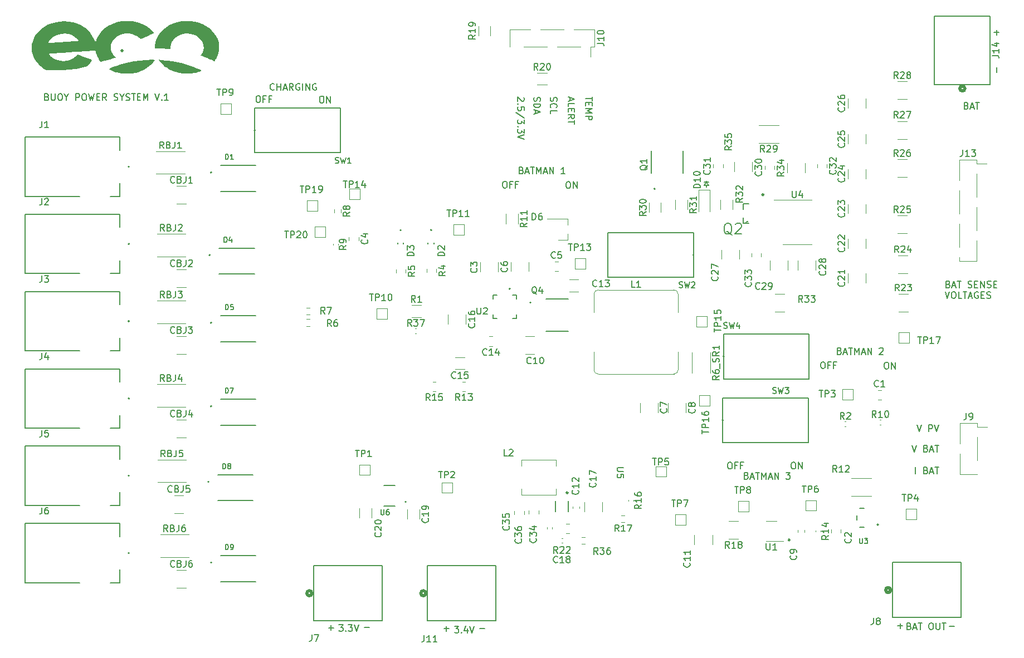
<source format=gbr>
%TF.GenerationSoftware,KiCad,Pcbnew,7.0.6-0*%
%TF.CreationDate,2024-04-05T07:01:27-03:00*%
%TF.ProjectId,Buoy,42756f79-2e6b-4696-9361-645f70636258,rev?*%
%TF.SameCoordinates,Original*%
%TF.FileFunction,Legend,Top*%
%TF.FilePolarity,Positive*%
%FSLAX46Y46*%
G04 Gerber Fmt 4.6, Leading zero omitted, Abs format (unit mm)*
G04 Created by KiCad (PCBNEW 7.0.6-0) date 2024-04-05 07:01:27*
%MOMM*%
%LPD*%
G01*
G04 APERTURE LIST*
%ADD10C,0.150000*%
%ADD11C,0.275000*%
%ADD12C,0.300000*%
%ADD13C,0.120000*%
%ADD14C,0.127000*%
%ADD15C,0.200000*%
%ADD16C,0.152400*%
%ADD17C,0.508000*%
G04 APERTURE END LIST*
D10*
X181355000Y-67135000D02*
X180715000Y-67125000D01*
X181035000Y-67130000D02*
X181035000Y-67395000D01*
X181025000Y-66435000D02*
X181025000Y-66645000D01*
D11*
X189757500Y-68570000D02*
G75*
G03*
X189757500Y-68570000I-137500J0D01*
G01*
D10*
X181025000Y-66645000D02*
X180715000Y-66645000D01*
D11*
X193747500Y-121070000D02*
G75*
G03*
X193747500Y-121070000I-137500J0D01*
G01*
D10*
X181065000Y-66745000D02*
X181355000Y-67135000D01*
D11*
X160007500Y-113900000D02*
G75*
G03*
X160007500Y-113900000I-137500J0D01*
G01*
D10*
X180715000Y-66645000D02*
X181025000Y-66645000D01*
X180715000Y-67125000D02*
X180955000Y-66765000D01*
X181405000Y-66645000D02*
X181025000Y-66645000D01*
X153254942Y-53769160D02*
X153302561Y-53816779D01*
X153302561Y-53816779D02*
X153350180Y-53912017D01*
X153350180Y-53912017D02*
X153350180Y-54150112D01*
X153350180Y-54150112D02*
X153302561Y-54245350D01*
X153302561Y-54245350D02*
X153254942Y-54292969D01*
X153254942Y-54292969D02*
X153159704Y-54340588D01*
X153159704Y-54340588D02*
X153064466Y-54340588D01*
X153064466Y-54340588D02*
X152921609Y-54292969D01*
X152921609Y-54292969D02*
X152350180Y-53721541D01*
X152350180Y-53721541D02*
X152350180Y-54340588D01*
X152445419Y-54769160D02*
X152397800Y-54816779D01*
X152397800Y-54816779D02*
X152350180Y-54769160D01*
X152350180Y-54769160D02*
X152397800Y-54721541D01*
X152397800Y-54721541D02*
X152445419Y-54769160D01*
X152445419Y-54769160D02*
X152350180Y-54769160D01*
X153350180Y-55721540D02*
X153350180Y-55245350D01*
X153350180Y-55245350D02*
X152873990Y-55197731D01*
X152873990Y-55197731D02*
X152921609Y-55245350D01*
X152921609Y-55245350D02*
X152969228Y-55340588D01*
X152969228Y-55340588D02*
X152969228Y-55578683D01*
X152969228Y-55578683D02*
X152921609Y-55673921D01*
X152921609Y-55673921D02*
X152873990Y-55721540D01*
X152873990Y-55721540D02*
X152778752Y-55769159D01*
X152778752Y-55769159D02*
X152540657Y-55769159D01*
X152540657Y-55769159D02*
X152445419Y-55721540D01*
X152445419Y-55721540D02*
X152397800Y-55673921D01*
X152397800Y-55673921D02*
X152350180Y-55578683D01*
X152350180Y-55578683D02*
X152350180Y-55340588D01*
X152350180Y-55340588D02*
X152397800Y-55245350D01*
X152397800Y-55245350D02*
X152445419Y-55197731D01*
X153397800Y-56912016D02*
X152112085Y-56054874D01*
X153350180Y-57150112D02*
X153350180Y-57769159D01*
X153350180Y-57769159D02*
X152969228Y-57435826D01*
X152969228Y-57435826D02*
X152969228Y-57578683D01*
X152969228Y-57578683D02*
X152921609Y-57673921D01*
X152921609Y-57673921D02*
X152873990Y-57721540D01*
X152873990Y-57721540D02*
X152778752Y-57769159D01*
X152778752Y-57769159D02*
X152540657Y-57769159D01*
X152540657Y-57769159D02*
X152445419Y-57721540D01*
X152445419Y-57721540D02*
X152397800Y-57673921D01*
X152397800Y-57673921D02*
X152350180Y-57578683D01*
X152350180Y-57578683D02*
X152350180Y-57292969D01*
X152350180Y-57292969D02*
X152397800Y-57197731D01*
X152397800Y-57197731D02*
X152445419Y-57150112D01*
X152445419Y-58197731D02*
X152397800Y-58245350D01*
X152397800Y-58245350D02*
X152350180Y-58197731D01*
X152350180Y-58197731D02*
X152397800Y-58150112D01*
X152397800Y-58150112D02*
X152445419Y-58197731D01*
X152445419Y-58197731D02*
X152350180Y-58197731D01*
X153350180Y-58578683D02*
X153350180Y-59197730D01*
X153350180Y-59197730D02*
X152969228Y-58864397D01*
X152969228Y-58864397D02*
X152969228Y-59007254D01*
X152969228Y-59007254D02*
X152921609Y-59102492D01*
X152921609Y-59102492D02*
X152873990Y-59150111D01*
X152873990Y-59150111D02*
X152778752Y-59197730D01*
X152778752Y-59197730D02*
X152540657Y-59197730D01*
X152540657Y-59197730D02*
X152445419Y-59150111D01*
X152445419Y-59150111D02*
X152397800Y-59102492D01*
X152397800Y-59102492D02*
X152350180Y-59007254D01*
X152350180Y-59007254D02*
X152350180Y-58721540D01*
X152350180Y-58721540D02*
X152397800Y-58626302D01*
X152397800Y-58626302D02*
X152445419Y-58578683D01*
X153350180Y-59483445D02*
X152350180Y-59816778D01*
X152350180Y-59816778D02*
X153350180Y-60150111D01*
X152940112Y-64866009D02*
X153082969Y-64913628D01*
X153082969Y-64913628D02*
X153130588Y-64961247D01*
X153130588Y-64961247D02*
X153178207Y-65056485D01*
X153178207Y-65056485D02*
X153178207Y-65199342D01*
X153178207Y-65199342D02*
X153130588Y-65294580D01*
X153130588Y-65294580D02*
X153082969Y-65342200D01*
X153082969Y-65342200D02*
X152987731Y-65389819D01*
X152987731Y-65389819D02*
X152606779Y-65389819D01*
X152606779Y-65389819D02*
X152606779Y-64389819D01*
X152606779Y-64389819D02*
X152940112Y-64389819D01*
X152940112Y-64389819D02*
X153035350Y-64437438D01*
X153035350Y-64437438D02*
X153082969Y-64485057D01*
X153082969Y-64485057D02*
X153130588Y-64580295D01*
X153130588Y-64580295D02*
X153130588Y-64675533D01*
X153130588Y-64675533D02*
X153082969Y-64770771D01*
X153082969Y-64770771D02*
X153035350Y-64818390D01*
X153035350Y-64818390D02*
X152940112Y-64866009D01*
X152940112Y-64866009D02*
X152606779Y-64866009D01*
X153559160Y-65104104D02*
X154035350Y-65104104D01*
X153463922Y-65389819D02*
X153797255Y-64389819D01*
X153797255Y-64389819D02*
X154130588Y-65389819D01*
X154321065Y-64389819D02*
X154892493Y-64389819D01*
X154606779Y-65389819D02*
X154606779Y-64389819D01*
X155225827Y-65389819D02*
X155225827Y-64389819D01*
X155225827Y-64389819D02*
X155559160Y-65104104D01*
X155559160Y-65104104D02*
X155892493Y-64389819D01*
X155892493Y-64389819D02*
X155892493Y-65389819D01*
X156321065Y-65104104D02*
X156797255Y-65104104D01*
X156225827Y-65389819D02*
X156559160Y-64389819D01*
X156559160Y-64389819D02*
X156892493Y-65389819D01*
X157225827Y-65389819D02*
X157225827Y-64389819D01*
X157225827Y-64389819D02*
X157797255Y-65389819D01*
X157797255Y-65389819D02*
X157797255Y-64389819D01*
X159559160Y-65389819D02*
X158987732Y-65389819D01*
X159273446Y-65389819D02*
X159273446Y-64389819D01*
X159273446Y-64389819D02*
X159178208Y-64532676D01*
X159178208Y-64532676D02*
X159082970Y-64627914D01*
X159082970Y-64627914D02*
X158987732Y-64675533D01*
X184527255Y-109269819D02*
X184717731Y-109269819D01*
X184717731Y-109269819D02*
X184812969Y-109317438D01*
X184812969Y-109317438D02*
X184908207Y-109412676D01*
X184908207Y-109412676D02*
X184955826Y-109603152D01*
X184955826Y-109603152D02*
X184955826Y-109936485D01*
X184955826Y-109936485D02*
X184908207Y-110126961D01*
X184908207Y-110126961D02*
X184812969Y-110222200D01*
X184812969Y-110222200D02*
X184717731Y-110269819D01*
X184717731Y-110269819D02*
X184527255Y-110269819D01*
X184527255Y-110269819D02*
X184432017Y-110222200D01*
X184432017Y-110222200D02*
X184336779Y-110126961D01*
X184336779Y-110126961D02*
X184289160Y-109936485D01*
X184289160Y-109936485D02*
X184289160Y-109603152D01*
X184289160Y-109603152D02*
X184336779Y-109412676D01*
X184336779Y-109412676D02*
X184432017Y-109317438D01*
X184432017Y-109317438D02*
X184527255Y-109269819D01*
X185717731Y-109746009D02*
X185384398Y-109746009D01*
X185384398Y-110269819D02*
X185384398Y-109269819D01*
X185384398Y-109269819D02*
X185860588Y-109269819D01*
X186574874Y-109746009D02*
X186241541Y-109746009D01*
X186241541Y-110269819D02*
X186241541Y-109269819D01*
X186241541Y-109269819D02*
X186717731Y-109269819D01*
X141166779Y-134578866D02*
X141928684Y-134578866D01*
X141547731Y-134959819D02*
X141547731Y-134197914D01*
X212836779Y-110999819D02*
X212836779Y-109999819D01*
X214408207Y-110476009D02*
X214551064Y-110523628D01*
X214551064Y-110523628D02*
X214598683Y-110571247D01*
X214598683Y-110571247D02*
X214646302Y-110666485D01*
X214646302Y-110666485D02*
X214646302Y-110809342D01*
X214646302Y-110809342D02*
X214598683Y-110904580D01*
X214598683Y-110904580D02*
X214551064Y-110952200D01*
X214551064Y-110952200D02*
X214455826Y-110999819D01*
X214455826Y-110999819D02*
X214074874Y-110999819D01*
X214074874Y-110999819D02*
X214074874Y-109999819D01*
X214074874Y-109999819D02*
X214408207Y-109999819D01*
X214408207Y-109999819D02*
X214503445Y-110047438D01*
X214503445Y-110047438D02*
X214551064Y-110095057D01*
X214551064Y-110095057D02*
X214598683Y-110190295D01*
X214598683Y-110190295D02*
X214598683Y-110285533D01*
X214598683Y-110285533D02*
X214551064Y-110380771D01*
X214551064Y-110380771D02*
X214503445Y-110428390D01*
X214503445Y-110428390D02*
X214408207Y-110476009D01*
X214408207Y-110476009D02*
X214074874Y-110476009D01*
X215027255Y-110714104D02*
X215503445Y-110714104D01*
X214932017Y-110999819D02*
X215265350Y-109999819D01*
X215265350Y-109999819D02*
X215598683Y-110999819D01*
X215789160Y-109999819D02*
X216360588Y-109999819D01*
X216074874Y-110999819D02*
X216074874Y-109999819D01*
X211860112Y-134186009D02*
X212002969Y-134233628D01*
X212002969Y-134233628D02*
X212050588Y-134281247D01*
X212050588Y-134281247D02*
X212098207Y-134376485D01*
X212098207Y-134376485D02*
X212098207Y-134519342D01*
X212098207Y-134519342D02*
X212050588Y-134614580D01*
X212050588Y-134614580D02*
X212002969Y-134662200D01*
X212002969Y-134662200D02*
X211907731Y-134709819D01*
X211907731Y-134709819D02*
X211526779Y-134709819D01*
X211526779Y-134709819D02*
X211526779Y-133709819D01*
X211526779Y-133709819D02*
X211860112Y-133709819D01*
X211860112Y-133709819D02*
X211955350Y-133757438D01*
X211955350Y-133757438D02*
X212002969Y-133805057D01*
X212002969Y-133805057D02*
X212050588Y-133900295D01*
X212050588Y-133900295D02*
X212050588Y-133995533D01*
X212050588Y-133995533D02*
X212002969Y-134090771D01*
X212002969Y-134090771D02*
X211955350Y-134138390D01*
X211955350Y-134138390D02*
X211860112Y-134186009D01*
X211860112Y-134186009D02*
X211526779Y-134186009D01*
X212479160Y-134424104D02*
X212955350Y-134424104D01*
X212383922Y-134709819D02*
X212717255Y-133709819D01*
X212717255Y-133709819D02*
X213050588Y-134709819D01*
X213241065Y-133709819D02*
X213812493Y-133709819D01*
X213526779Y-134709819D02*
X213526779Y-133709819D01*
X215098208Y-133709819D02*
X215288684Y-133709819D01*
X215288684Y-133709819D02*
X215383922Y-133757438D01*
X215383922Y-133757438D02*
X215479160Y-133852676D01*
X215479160Y-133852676D02*
X215526779Y-134043152D01*
X215526779Y-134043152D02*
X215526779Y-134376485D01*
X215526779Y-134376485D02*
X215479160Y-134566961D01*
X215479160Y-134566961D02*
X215383922Y-134662200D01*
X215383922Y-134662200D02*
X215288684Y-134709819D01*
X215288684Y-134709819D02*
X215098208Y-134709819D01*
X215098208Y-134709819D02*
X215002970Y-134662200D01*
X215002970Y-134662200D02*
X214907732Y-134566961D01*
X214907732Y-134566961D02*
X214860113Y-134376485D01*
X214860113Y-134376485D02*
X214860113Y-134043152D01*
X214860113Y-134043152D02*
X214907732Y-133852676D01*
X214907732Y-133852676D02*
X215002970Y-133757438D01*
X215002970Y-133757438D02*
X215098208Y-133709819D01*
X215955351Y-133709819D02*
X215955351Y-134519342D01*
X215955351Y-134519342D02*
X216002970Y-134614580D01*
X216002970Y-134614580D02*
X216050589Y-134662200D01*
X216050589Y-134662200D02*
X216145827Y-134709819D01*
X216145827Y-134709819D02*
X216336303Y-134709819D01*
X216336303Y-134709819D02*
X216431541Y-134662200D01*
X216431541Y-134662200D02*
X216479160Y-134614580D01*
X216479160Y-134614580D02*
X216526779Y-134519342D01*
X216526779Y-134519342D02*
X216526779Y-133709819D01*
X216860113Y-133709819D02*
X217431541Y-133709819D01*
X217145827Y-134709819D02*
X217145827Y-133709819D01*
X213074874Y-103599819D02*
X213408207Y-104599819D01*
X213408207Y-104599819D02*
X213741540Y-103599819D01*
X214836779Y-104599819D02*
X214836779Y-103599819D01*
X214836779Y-103599819D02*
X215217731Y-103599819D01*
X215217731Y-103599819D02*
X215312969Y-103647438D01*
X215312969Y-103647438D02*
X215360588Y-103695057D01*
X215360588Y-103695057D02*
X215408207Y-103790295D01*
X215408207Y-103790295D02*
X215408207Y-103933152D01*
X215408207Y-103933152D02*
X215360588Y-104028390D01*
X215360588Y-104028390D02*
X215312969Y-104076009D01*
X215312969Y-104076009D02*
X215217731Y-104123628D01*
X215217731Y-104123628D02*
X214836779Y-104123628D01*
X215693922Y-103599819D02*
X216027255Y-104599819D01*
X216027255Y-104599819D02*
X216360588Y-103599819D01*
X224776779Y-43898866D02*
X225538684Y-43898866D01*
X225157731Y-44279819D02*
X225157731Y-43517914D01*
X122487255Y-53589819D02*
X122677731Y-53589819D01*
X122677731Y-53589819D02*
X122772969Y-53637438D01*
X122772969Y-53637438D02*
X122868207Y-53732676D01*
X122868207Y-53732676D02*
X122915826Y-53923152D01*
X122915826Y-53923152D02*
X122915826Y-54256485D01*
X122915826Y-54256485D02*
X122868207Y-54446961D01*
X122868207Y-54446961D02*
X122772969Y-54542200D01*
X122772969Y-54542200D02*
X122677731Y-54589819D01*
X122677731Y-54589819D02*
X122487255Y-54589819D01*
X122487255Y-54589819D02*
X122392017Y-54542200D01*
X122392017Y-54542200D02*
X122296779Y-54446961D01*
X122296779Y-54446961D02*
X122249160Y-54256485D01*
X122249160Y-54256485D02*
X122249160Y-53923152D01*
X122249160Y-53923152D02*
X122296779Y-53732676D01*
X122296779Y-53732676D02*
X122392017Y-53637438D01*
X122392017Y-53637438D02*
X122487255Y-53589819D01*
X123344398Y-54589819D02*
X123344398Y-53589819D01*
X123344398Y-53589819D02*
X123915826Y-54589819D01*
X123915826Y-54589819D02*
X123915826Y-53589819D01*
X201290112Y-92326009D02*
X201432969Y-92373628D01*
X201432969Y-92373628D02*
X201480588Y-92421247D01*
X201480588Y-92421247D02*
X201528207Y-92516485D01*
X201528207Y-92516485D02*
X201528207Y-92659342D01*
X201528207Y-92659342D02*
X201480588Y-92754580D01*
X201480588Y-92754580D02*
X201432969Y-92802200D01*
X201432969Y-92802200D02*
X201337731Y-92849819D01*
X201337731Y-92849819D02*
X200956779Y-92849819D01*
X200956779Y-92849819D02*
X200956779Y-91849819D01*
X200956779Y-91849819D02*
X201290112Y-91849819D01*
X201290112Y-91849819D02*
X201385350Y-91897438D01*
X201385350Y-91897438D02*
X201432969Y-91945057D01*
X201432969Y-91945057D02*
X201480588Y-92040295D01*
X201480588Y-92040295D02*
X201480588Y-92135533D01*
X201480588Y-92135533D02*
X201432969Y-92230771D01*
X201432969Y-92230771D02*
X201385350Y-92278390D01*
X201385350Y-92278390D02*
X201290112Y-92326009D01*
X201290112Y-92326009D02*
X200956779Y-92326009D01*
X201909160Y-92564104D02*
X202385350Y-92564104D01*
X201813922Y-92849819D02*
X202147255Y-91849819D01*
X202147255Y-91849819D02*
X202480588Y-92849819D01*
X202671065Y-91849819D02*
X203242493Y-91849819D01*
X202956779Y-92849819D02*
X202956779Y-91849819D01*
X203575827Y-92849819D02*
X203575827Y-91849819D01*
X203575827Y-91849819D02*
X203909160Y-92564104D01*
X203909160Y-92564104D02*
X204242493Y-91849819D01*
X204242493Y-91849819D02*
X204242493Y-92849819D01*
X204671065Y-92564104D02*
X205147255Y-92564104D01*
X204575827Y-92849819D02*
X204909160Y-91849819D01*
X204909160Y-91849819D02*
X205242493Y-92849819D01*
X205575827Y-92849819D02*
X205575827Y-91849819D01*
X205575827Y-91849819D02*
X206147255Y-92849819D01*
X206147255Y-92849819D02*
X206147255Y-91849819D01*
X207337732Y-91945057D02*
X207385351Y-91897438D01*
X207385351Y-91897438D02*
X207480589Y-91849819D01*
X207480589Y-91849819D02*
X207718684Y-91849819D01*
X207718684Y-91849819D02*
X207813922Y-91897438D01*
X207813922Y-91897438D02*
X207861541Y-91945057D01*
X207861541Y-91945057D02*
X207909160Y-92040295D01*
X207909160Y-92040295D02*
X207909160Y-92135533D01*
X207909160Y-92135533D02*
X207861541Y-92278390D01*
X207861541Y-92278390D02*
X207290113Y-92849819D01*
X207290113Y-92849819D02*
X207909160Y-92849819D01*
X80830112Y-53696009D02*
X80972969Y-53743628D01*
X80972969Y-53743628D02*
X81020588Y-53791247D01*
X81020588Y-53791247D02*
X81068207Y-53886485D01*
X81068207Y-53886485D02*
X81068207Y-54029342D01*
X81068207Y-54029342D02*
X81020588Y-54124580D01*
X81020588Y-54124580D02*
X80972969Y-54172200D01*
X80972969Y-54172200D02*
X80877731Y-54219819D01*
X80877731Y-54219819D02*
X80496779Y-54219819D01*
X80496779Y-54219819D02*
X80496779Y-53219819D01*
X80496779Y-53219819D02*
X80830112Y-53219819D01*
X80830112Y-53219819D02*
X80925350Y-53267438D01*
X80925350Y-53267438D02*
X80972969Y-53315057D01*
X80972969Y-53315057D02*
X81020588Y-53410295D01*
X81020588Y-53410295D02*
X81020588Y-53505533D01*
X81020588Y-53505533D02*
X80972969Y-53600771D01*
X80972969Y-53600771D02*
X80925350Y-53648390D01*
X80925350Y-53648390D02*
X80830112Y-53696009D01*
X80830112Y-53696009D02*
X80496779Y-53696009D01*
X81496779Y-53219819D02*
X81496779Y-54029342D01*
X81496779Y-54029342D02*
X81544398Y-54124580D01*
X81544398Y-54124580D02*
X81592017Y-54172200D01*
X81592017Y-54172200D02*
X81687255Y-54219819D01*
X81687255Y-54219819D02*
X81877731Y-54219819D01*
X81877731Y-54219819D02*
X81972969Y-54172200D01*
X81972969Y-54172200D02*
X82020588Y-54124580D01*
X82020588Y-54124580D02*
X82068207Y-54029342D01*
X82068207Y-54029342D02*
X82068207Y-53219819D01*
X82734874Y-53219819D02*
X82925350Y-53219819D01*
X82925350Y-53219819D02*
X83020588Y-53267438D01*
X83020588Y-53267438D02*
X83115826Y-53362676D01*
X83115826Y-53362676D02*
X83163445Y-53553152D01*
X83163445Y-53553152D02*
X83163445Y-53886485D01*
X83163445Y-53886485D02*
X83115826Y-54076961D01*
X83115826Y-54076961D02*
X83020588Y-54172200D01*
X83020588Y-54172200D02*
X82925350Y-54219819D01*
X82925350Y-54219819D02*
X82734874Y-54219819D01*
X82734874Y-54219819D02*
X82639636Y-54172200D01*
X82639636Y-54172200D02*
X82544398Y-54076961D01*
X82544398Y-54076961D02*
X82496779Y-53886485D01*
X82496779Y-53886485D02*
X82496779Y-53553152D01*
X82496779Y-53553152D02*
X82544398Y-53362676D01*
X82544398Y-53362676D02*
X82639636Y-53267438D01*
X82639636Y-53267438D02*
X82734874Y-53219819D01*
X83782493Y-53743628D02*
X83782493Y-54219819D01*
X83449160Y-53219819D02*
X83782493Y-53743628D01*
X83782493Y-53743628D02*
X84115826Y-53219819D01*
X85211065Y-54219819D02*
X85211065Y-53219819D01*
X85211065Y-53219819D02*
X85592017Y-53219819D01*
X85592017Y-53219819D02*
X85687255Y-53267438D01*
X85687255Y-53267438D02*
X85734874Y-53315057D01*
X85734874Y-53315057D02*
X85782493Y-53410295D01*
X85782493Y-53410295D02*
X85782493Y-53553152D01*
X85782493Y-53553152D02*
X85734874Y-53648390D01*
X85734874Y-53648390D02*
X85687255Y-53696009D01*
X85687255Y-53696009D02*
X85592017Y-53743628D01*
X85592017Y-53743628D02*
X85211065Y-53743628D01*
X86401541Y-53219819D02*
X86592017Y-53219819D01*
X86592017Y-53219819D02*
X86687255Y-53267438D01*
X86687255Y-53267438D02*
X86782493Y-53362676D01*
X86782493Y-53362676D02*
X86830112Y-53553152D01*
X86830112Y-53553152D02*
X86830112Y-53886485D01*
X86830112Y-53886485D02*
X86782493Y-54076961D01*
X86782493Y-54076961D02*
X86687255Y-54172200D01*
X86687255Y-54172200D02*
X86592017Y-54219819D01*
X86592017Y-54219819D02*
X86401541Y-54219819D01*
X86401541Y-54219819D02*
X86306303Y-54172200D01*
X86306303Y-54172200D02*
X86211065Y-54076961D01*
X86211065Y-54076961D02*
X86163446Y-53886485D01*
X86163446Y-53886485D02*
X86163446Y-53553152D01*
X86163446Y-53553152D02*
X86211065Y-53362676D01*
X86211065Y-53362676D02*
X86306303Y-53267438D01*
X86306303Y-53267438D02*
X86401541Y-53219819D01*
X87163446Y-53219819D02*
X87401541Y-54219819D01*
X87401541Y-54219819D02*
X87592017Y-53505533D01*
X87592017Y-53505533D02*
X87782493Y-54219819D01*
X87782493Y-54219819D02*
X88020589Y-53219819D01*
X88401541Y-53696009D02*
X88734874Y-53696009D01*
X88877731Y-54219819D02*
X88401541Y-54219819D01*
X88401541Y-54219819D02*
X88401541Y-53219819D01*
X88401541Y-53219819D02*
X88877731Y-53219819D01*
X89877731Y-54219819D02*
X89544398Y-53743628D01*
X89306303Y-54219819D02*
X89306303Y-53219819D01*
X89306303Y-53219819D02*
X89687255Y-53219819D01*
X89687255Y-53219819D02*
X89782493Y-53267438D01*
X89782493Y-53267438D02*
X89830112Y-53315057D01*
X89830112Y-53315057D02*
X89877731Y-53410295D01*
X89877731Y-53410295D02*
X89877731Y-53553152D01*
X89877731Y-53553152D02*
X89830112Y-53648390D01*
X89830112Y-53648390D02*
X89782493Y-53696009D01*
X89782493Y-53696009D02*
X89687255Y-53743628D01*
X89687255Y-53743628D02*
X89306303Y-53743628D01*
X91020589Y-54172200D02*
X91163446Y-54219819D01*
X91163446Y-54219819D02*
X91401541Y-54219819D01*
X91401541Y-54219819D02*
X91496779Y-54172200D01*
X91496779Y-54172200D02*
X91544398Y-54124580D01*
X91544398Y-54124580D02*
X91592017Y-54029342D01*
X91592017Y-54029342D02*
X91592017Y-53934104D01*
X91592017Y-53934104D02*
X91544398Y-53838866D01*
X91544398Y-53838866D02*
X91496779Y-53791247D01*
X91496779Y-53791247D02*
X91401541Y-53743628D01*
X91401541Y-53743628D02*
X91211065Y-53696009D01*
X91211065Y-53696009D02*
X91115827Y-53648390D01*
X91115827Y-53648390D02*
X91068208Y-53600771D01*
X91068208Y-53600771D02*
X91020589Y-53505533D01*
X91020589Y-53505533D02*
X91020589Y-53410295D01*
X91020589Y-53410295D02*
X91068208Y-53315057D01*
X91068208Y-53315057D02*
X91115827Y-53267438D01*
X91115827Y-53267438D02*
X91211065Y-53219819D01*
X91211065Y-53219819D02*
X91449160Y-53219819D01*
X91449160Y-53219819D02*
X91592017Y-53267438D01*
X92211065Y-53743628D02*
X92211065Y-54219819D01*
X91877732Y-53219819D02*
X92211065Y-53743628D01*
X92211065Y-53743628D02*
X92544398Y-53219819D01*
X92830113Y-54172200D02*
X92972970Y-54219819D01*
X92972970Y-54219819D02*
X93211065Y-54219819D01*
X93211065Y-54219819D02*
X93306303Y-54172200D01*
X93306303Y-54172200D02*
X93353922Y-54124580D01*
X93353922Y-54124580D02*
X93401541Y-54029342D01*
X93401541Y-54029342D02*
X93401541Y-53934104D01*
X93401541Y-53934104D02*
X93353922Y-53838866D01*
X93353922Y-53838866D02*
X93306303Y-53791247D01*
X93306303Y-53791247D02*
X93211065Y-53743628D01*
X93211065Y-53743628D02*
X93020589Y-53696009D01*
X93020589Y-53696009D02*
X92925351Y-53648390D01*
X92925351Y-53648390D02*
X92877732Y-53600771D01*
X92877732Y-53600771D02*
X92830113Y-53505533D01*
X92830113Y-53505533D02*
X92830113Y-53410295D01*
X92830113Y-53410295D02*
X92877732Y-53315057D01*
X92877732Y-53315057D02*
X92925351Y-53267438D01*
X92925351Y-53267438D02*
X93020589Y-53219819D01*
X93020589Y-53219819D02*
X93258684Y-53219819D01*
X93258684Y-53219819D02*
X93401541Y-53267438D01*
X93687256Y-53219819D02*
X94258684Y-53219819D01*
X93972970Y-54219819D02*
X93972970Y-53219819D01*
X94592018Y-53696009D02*
X94925351Y-53696009D01*
X95068208Y-54219819D02*
X94592018Y-54219819D01*
X94592018Y-54219819D02*
X94592018Y-53219819D01*
X94592018Y-53219819D02*
X95068208Y-53219819D01*
X95496780Y-54219819D02*
X95496780Y-53219819D01*
X95496780Y-53219819D02*
X95830113Y-53934104D01*
X95830113Y-53934104D02*
X96163446Y-53219819D01*
X96163446Y-53219819D02*
X96163446Y-54219819D01*
X97258685Y-53219819D02*
X97592018Y-54219819D01*
X97592018Y-54219819D02*
X97925351Y-53219819D01*
X98258685Y-54124580D02*
X98306304Y-54172200D01*
X98306304Y-54172200D02*
X98258685Y-54219819D01*
X98258685Y-54219819D02*
X98211066Y-54172200D01*
X98211066Y-54172200D02*
X98258685Y-54124580D01*
X98258685Y-54124580D02*
X98258685Y-54219819D01*
X99258684Y-54219819D02*
X98687256Y-54219819D01*
X98972970Y-54219819D02*
X98972970Y-53219819D01*
X98972970Y-53219819D02*
X98877732Y-53362676D01*
X98877732Y-53362676D02*
X98782494Y-53457914D01*
X98782494Y-53457914D02*
X98687256Y-53505533D01*
X157367800Y-53769160D02*
X157320180Y-53912017D01*
X157320180Y-53912017D02*
X157320180Y-54150112D01*
X157320180Y-54150112D02*
X157367800Y-54245350D01*
X157367800Y-54245350D02*
X157415419Y-54292969D01*
X157415419Y-54292969D02*
X157510657Y-54340588D01*
X157510657Y-54340588D02*
X157605895Y-54340588D01*
X157605895Y-54340588D02*
X157701133Y-54292969D01*
X157701133Y-54292969D02*
X157748752Y-54245350D01*
X157748752Y-54245350D02*
X157796371Y-54150112D01*
X157796371Y-54150112D02*
X157843990Y-53959636D01*
X157843990Y-53959636D02*
X157891609Y-53864398D01*
X157891609Y-53864398D02*
X157939228Y-53816779D01*
X157939228Y-53816779D02*
X158034466Y-53769160D01*
X158034466Y-53769160D02*
X158129704Y-53769160D01*
X158129704Y-53769160D02*
X158224942Y-53816779D01*
X158224942Y-53816779D02*
X158272561Y-53864398D01*
X158272561Y-53864398D02*
X158320180Y-53959636D01*
X158320180Y-53959636D02*
X158320180Y-54197731D01*
X158320180Y-54197731D02*
X158272561Y-54340588D01*
X157415419Y-55340588D02*
X157367800Y-55292969D01*
X157367800Y-55292969D02*
X157320180Y-55150112D01*
X157320180Y-55150112D02*
X157320180Y-55054874D01*
X157320180Y-55054874D02*
X157367800Y-54912017D01*
X157367800Y-54912017D02*
X157463038Y-54816779D01*
X157463038Y-54816779D02*
X157558276Y-54769160D01*
X157558276Y-54769160D02*
X157748752Y-54721541D01*
X157748752Y-54721541D02*
X157891609Y-54721541D01*
X157891609Y-54721541D02*
X158082085Y-54769160D01*
X158082085Y-54769160D02*
X158177323Y-54816779D01*
X158177323Y-54816779D02*
X158272561Y-54912017D01*
X158272561Y-54912017D02*
X158320180Y-55054874D01*
X158320180Y-55054874D02*
X158320180Y-55150112D01*
X158320180Y-55150112D02*
X158272561Y-55292969D01*
X158272561Y-55292969D02*
X158224942Y-55340588D01*
X157320180Y-56245350D02*
X157320180Y-55769160D01*
X157320180Y-55769160D02*
X158320180Y-55769160D01*
X150317255Y-66539819D02*
X150507731Y-66539819D01*
X150507731Y-66539819D02*
X150602969Y-66587438D01*
X150602969Y-66587438D02*
X150698207Y-66682676D01*
X150698207Y-66682676D02*
X150745826Y-66873152D01*
X150745826Y-66873152D02*
X150745826Y-67206485D01*
X150745826Y-67206485D02*
X150698207Y-67396961D01*
X150698207Y-67396961D02*
X150602969Y-67492200D01*
X150602969Y-67492200D02*
X150507731Y-67539819D01*
X150507731Y-67539819D02*
X150317255Y-67539819D01*
X150317255Y-67539819D02*
X150222017Y-67492200D01*
X150222017Y-67492200D02*
X150126779Y-67396961D01*
X150126779Y-67396961D02*
X150079160Y-67206485D01*
X150079160Y-67206485D02*
X150079160Y-66873152D01*
X150079160Y-66873152D02*
X150126779Y-66682676D01*
X150126779Y-66682676D02*
X150222017Y-66587438D01*
X150222017Y-66587438D02*
X150317255Y-66539819D01*
X151507731Y-67016009D02*
X151174398Y-67016009D01*
X151174398Y-67539819D02*
X151174398Y-66539819D01*
X151174398Y-66539819D02*
X151650588Y-66539819D01*
X152364874Y-67016009D02*
X152031541Y-67016009D01*
X152031541Y-67539819D02*
X152031541Y-66539819D01*
X152031541Y-66539819D02*
X152507731Y-66539819D01*
X217810112Y-82186009D02*
X217952969Y-82233628D01*
X217952969Y-82233628D02*
X218000588Y-82281247D01*
X218000588Y-82281247D02*
X218048207Y-82376485D01*
X218048207Y-82376485D02*
X218048207Y-82519342D01*
X218048207Y-82519342D02*
X218000588Y-82614580D01*
X218000588Y-82614580D02*
X217952969Y-82662200D01*
X217952969Y-82662200D02*
X217857731Y-82709819D01*
X217857731Y-82709819D02*
X217476779Y-82709819D01*
X217476779Y-82709819D02*
X217476779Y-81709819D01*
X217476779Y-81709819D02*
X217810112Y-81709819D01*
X217810112Y-81709819D02*
X217905350Y-81757438D01*
X217905350Y-81757438D02*
X217952969Y-81805057D01*
X217952969Y-81805057D02*
X218000588Y-81900295D01*
X218000588Y-81900295D02*
X218000588Y-81995533D01*
X218000588Y-81995533D02*
X217952969Y-82090771D01*
X217952969Y-82090771D02*
X217905350Y-82138390D01*
X217905350Y-82138390D02*
X217810112Y-82186009D01*
X217810112Y-82186009D02*
X217476779Y-82186009D01*
X218429160Y-82424104D02*
X218905350Y-82424104D01*
X218333922Y-82709819D02*
X218667255Y-81709819D01*
X218667255Y-81709819D02*
X219000588Y-82709819D01*
X219191065Y-81709819D02*
X219762493Y-81709819D01*
X219476779Y-82709819D02*
X219476779Y-81709819D01*
X220810113Y-82662200D02*
X220952970Y-82709819D01*
X220952970Y-82709819D02*
X221191065Y-82709819D01*
X221191065Y-82709819D02*
X221286303Y-82662200D01*
X221286303Y-82662200D02*
X221333922Y-82614580D01*
X221333922Y-82614580D02*
X221381541Y-82519342D01*
X221381541Y-82519342D02*
X221381541Y-82424104D01*
X221381541Y-82424104D02*
X221333922Y-82328866D01*
X221333922Y-82328866D02*
X221286303Y-82281247D01*
X221286303Y-82281247D02*
X221191065Y-82233628D01*
X221191065Y-82233628D02*
X221000589Y-82186009D01*
X221000589Y-82186009D02*
X220905351Y-82138390D01*
X220905351Y-82138390D02*
X220857732Y-82090771D01*
X220857732Y-82090771D02*
X220810113Y-81995533D01*
X220810113Y-81995533D02*
X220810113Y-81900295D01*
X220810113Y-81900295D02*
X220857732Y-81805057D01*
X220857732Y-81805057D02*
X220905351Y-81757438D01*
X220905351Y-81757438D02*
X221000589Y-81709819D01*
X221000589Y-81709819D02*
X221238684Y-81709819D01*
X221238684Y-81709819D02*
X221381541Y-81757438D01*
X221810113Y-82186009D02*
X222143446Y-82186009D01*
X222286303Y-82709819D02*
X221810113Y-82709819D01*
X221810113Y-82709819D02*
X221810113Y-81709819D01*
X221810113Y-81709819D02*
X222286303Y-81709819D01*
X222714875Y-82709819D02*
X222714875Y-81709819D01*
X222714875Y-81709819D02*
X223286303Y-82709819D01*
X223286303Y-82709819D02*
X223286303Y-81709819D01*
X223714875Y-82662200D02*
X223857732Y-82709819D01*
X223857732Y-82709819D02*
X224095827Y-82709819D01*
X224095827Y-82709819D02*
X224191065Y-82662200D01*
X224191065Y-82662200D02*
X224238684Y-82614580D01*
X224238684Y-82614580D02*
X224286303Y-82519342D01*
X224286303Y-82519342D02*
X224286303Y-82424104D01*
X224286303Y-82424104D02*
X224238684Y-82328866D01*
X224238684Y-82328866D02*
X224191065Y-82281247D01*
X224191065Y-82281247D02*
X224095827Y-82233628D01*
X224095827Y-82233628D02*
X223905351Y-82186009D01*
X223905351Y-82186009D02*
X223810113Y-82138390D01*
X223810113Y-82138390D02*
X223762494Y-82090771D01*
X223762494Y-82090771D02*
X223714875Y-81995533D01*
X223714875Y-81995533D02*
X223714875Y-81900295D01*
X223714875Y-81900295D02*
X223762494Y-81805057D01*
X223762494Y-81805057D02*
X223810113Y-81757438D01*
X223810113Y-81757438D02*
X223905351Y-81709819D01*
X223905351Y-81709819D02*
X224143446Y-81709819D01*
X224143446Y-81709819D02*
X224286303Y-81757438D01*
X224714875Y-82186009D02*
X225048208Y-82186009D01*
X225191065Y-82709819D02*
X224714875Y-82709819D01*
X224714875Y-82709819D02*
X224714875Y-81709819D01*
X224714875Y-81709819D02*
X225191065Y-81709819D01*
X217333922Y-83319819D02*
X217667255Y-84319819D01*
X217667255Y-84319819D02*
X218000588Y-83319819D01*
X218524398Y-83319819D02*
X218714874Y-83319819D01*
X218714874Y-83319819D02*
X218810112Y-83367438D01*
X218810112Y-83367438D02*
X218905350Y-83462676D01*
X218905350Y-83462676D02*
X218952969Y-83653152D01*
X218952969Y-83653152D02*
X218952969Y-83986485D01*
X218952969Y-83986485D02*
X218905350Y-84176961D01*
X218905350Y-84176961D02*
X218810112Y-84272200D01*
X218810112Y-84272200D02*
X218714874Y-84319819D01*
X218714874Y-84319819D02*
X218524398Y-84319819D01*
X218524398Y-84319819D02*
X218429160Y-84272200D01*
X218429160Y-84272200D02*
X218333922Y-84176961D01*
X218333922Y-84176961D02*
X218286303Y-83986485D01*
X218286303Y-83986485D02*
X218286303Y-83653152D01*
X218286303Y-83653152D02*
X218333922Y-83462676D01*
X218333922Y-83462676D02*
X218429160Y-83367438D01*
X218429160Y-83367438D02*
X218524398Y-83319819D01*
X219857731Y-84319819D02*
X219381541Y-84319819D01*
X219381541Y-84319819D02*
X219381541Y-83319819D01*
X220048208Y-83319819D02*
X220619636Y-83319819D01*
X220333922Y-84319819D02*
X220333922Y-83319819D01*
X220905351Y-84034104D02*
X221381541Y-84034104D01*
X220810113Y-84319819D02*
X221143446Y-83319819D01*
X221143446Y-83319819D02*
X221476779Y-84319819D01*
X222333922Y-83367438D02*
X222238684Y-83319819D01*
X222238684Y-83319819D02*
X222095827Y-83319819D01*
X222095827Y-83319819D02*
X221952970Y-83367438D01*
X221952970Y-83367438D02*
X221857732Y-83462676D01*
X221857732Y-83462676D02*
X221810113Y-83557914D01*
X221810113Y-83557914D02*
X221762494Y-83748390D01*
X221762494Y-83748390D02*
X221762494Y-83891247D01*
X221762494Y-83891247D02*
X221810113Y-84081723D01*
X221810113Y-84081723D02*
X221857732Y-84176961D01*
X221857732Y-84176961D02*
X221952970Y-84272200D01*
X221952970Y-84272200D02*
X222095827Y-84319819D01*
X222095827Y-84319819D02*
X222191065Y-84319819D01*
X222191065Y-84319819D02*
X222333922Y-84272200D01*
X222333922Y-84272200D02*
X222381541Y-84224580D01*
X222381541Y-84224580D02*
X222381541Y-83891247D01*
X222381541Y-83891247D02*
X222191065Y-83891247D01*
X222810113Y-83796009D02*
X223143446Y-83796009D01*
X223286303Y-84319819D02*
X222810113Y-84319819D01*
X222810113Y-84319819D02*
X222810113Y-83319819D01*
X222810113Y-83319819D02*
X223286303Y-83319819D01*
X223667256Y-84272200D02*
X223810113Y-84319819D01*
X223810113Y-84319819D02*
X224048208Y-84319819D01*
X224048208Y-84319819D02*
X224143446Y-84272200D01*
X224143446Y-84272200D02*
X224191065Y-84224580D01*
X224191065Y-84224580D02*
X224238684Y-84129342D01*
X224238684Y-84129342D02*
X224238684Y-84034104D01*
X224238684Y-84034104D02*
X224191065Y-83938866D01*
X224191065Y-83938866D02*
X224143446Y-83891247D01*
X224143446Y-83891247D02*
X224048208Y-83843628D01*
X224048208Y-83843628D02*
X223857732Y-83796009D01*
X223857732Y-83796009D02*
X223762494Y-83748390D01*
X223762494Y-83748390D02*
X223714875Y-83700771D01*
X223714875Y-83700771D02*
X223667256Y-83605533D01*
X223667256Y-83605533D02*
X223667256Y-83510295D01*
X223667256Y-83510295D02*
X223714875Y-83415057D01*
X223714875Y-83415057D02*
X223762494Y-83367438D01*
X223762494Y-83367438D02*
X223857732Y-83319819D01*
X223857732Y-83319819D02*
X224095827Y-83319819D01*
X224095827Y-83319819D02*
X224238684Y-83367438D01*
X159967255Y-66599819D02*
X160157731Y-66599819D01*
X160157731Y-66599819D02*
X160252969Y-66647438D01*
X160252969Y-66647438D02*
X160348207Y-66742676D01*
X160348207Y-66742676D02*
X160395826Y-66933152D01*
X160395826Y-66933152D02*
X160395826Y-67266485D01*
X160395826Y-67266485D02*
X160348207Y-67456961D01*
X160348207Y-67456961D02*
X160252969Y-67552200D01*
X160252969Y-67552200D02*
X160157731Y-67599819D01*
X160157731Y-67599819D02*
X159967255Y-67599819D01*
X159967255Y-67599819D02*
X159872017Y-67552200D01*
X159872017Y-67552200D02*
X159776779Y-67456961D01*
X159776779Y-67456961D02*
X159729160Y-67266485D01*
X159729160Y-67266485D02*
X159729160Y-66933152D01*
X159729160Y-66933152D02*
X159776779Y-66742676D01*
X159776779Y-66742676D02*
X159872017Y-66647438D01*
X159872017Y-66647438D02*
X159967255Y-66599819D01*
X160824398Y-67599819D02*
X160824398Y-66599819D01*
X160824398Y-66599819D02*
X161395826Y-67599819D01*
X161395826Y-67599819D02*
X161395826Y-66599819D01*
X225168866Y-49993220D02*
X225168866Y-49231316D01*
X220550112Y-55026009D02*
X220692969Y-55073628D01*
X220692969Y-55073628D02*
X220740588Y-55121247D01*
X220740588Y-55121247D02*
X220788207Y-55216485D01*
X220788207Y-55216485D02*
X220788207Y-55359342D01*
X220788207Y-55359342D02*
X220740588Y-55454580D01*
X220740588Y-55454580D02*
X220692969Y-55502200D01*
X220692969Y-55502200D02*
X220597731Y-55549819D01*
X220597731Y-55549819D02*
X220216779Y-55549819D01*
X220216779Y-55549819D02*
X220216779Y-54549819D01*
X220216779Y-54549819D02*
X220550112Y-54549819D01*
X220550112Y-54549819D02*
X220645350Y-54597438D01*
X220645350Y-54597438D02*
X220692969Y-54645057D01*
X220692969Y-54645057D02*
X220740588Y-54740295D01*
X220740588Y-54740295D02*
X220740588Y-54835533D01*
X220740588Y-54835533D02*
X220692969Y-54930771D01*
X220692969Y-54930771D02*
X220645350Y-54978390D01*
X220645350Y-54978390D02*
X220550112Y-55026009D01*
X220550112Y-55026009D02*
X220216779Y-55026009D01*
X221169160Y-55264104D02*
X221645350Y-55264104D01*
X221073922Y-55549819D02*
X221407255Y-54549819D01*
X221407255Y-54549819D02*
X221740588Y-55549819D01*
X221931065Y-54549819D02*
X222502493Y-54549819D01*
X222216779Y-55549819D02*
X222216779Y-54549819D01*
X208317255Y-94059819D02*
X208507731Y-94059819D01*
X208507731Y-94059819D02*
X208602969Y-94107438D01*
X208602969Y-94107438D02*
X208698207Y-94202676D01*
X208698207Y-94202676D02*
X208745826Y-94393152D01*
X208745826Y-94393152D02*
X208745826Y-94726485D01*
X208745826Y-94726485D02*
X208698207Y-94916961D01*
X208698207Y-94916961D02*
X208602969Y-95012200D01*
X208602969Y-95012200D02*
X208507731Y-95059819D01*
X208507731Y-95059819D02*
X208317255Y-95059819D01*
X208317255Y-95059819D02*
X208222017Y-95012200D01*
X208222017Y-95012200D02*
X208126779Y-94916961D01*
X208126779Y-94916961D02*
X208079160Y-94726485D01*
X208079160Y-94726485D02*
X208079160Y-94393152D01*
X208079160Y-94393152D02*
X208126779Y-94202676D01*
X208126779Y-94202676D02*
X208222017Y-94107438D01*
X208222017Y-94107438D02*
X208317255Y-94059819D01*
X209174398Y-95059819D02*
X209174398Y-94059819D01*
X209174398Y-94059819D02*
X209745826Y-95059819D01*
X209745826Y-95059819D02*
X209745826Y-94059819D01*
X125191541Y-133969819D02*
X125810588Y-133969819D01*
X125810588Y-133969819D02*
X125477255Y-134350771D01*
X125477255Y-134350771D02*
X125620112Y-134350771D01*
X125620112Y-134350771D02*
X125715350Y-134398390D01*
X125715350Y-134398390D02*
X125762969Y-134446009D01*
X125762969Y-134446009D02*
X125810588Y-134541247D01*
X125810588Y-134541247D02*
X125810588Y-134779342D01*
X125810588Y-134779342D02*
X125762969Y-134874580D01*
X125762969Y-134874580D02*
X125715350Y-134922200D01*
X125715350Y-134922200D02*
X125620112Y-134969819D01*
X125620112Y-134969819D02*
X125334398Y-134969819D01*
X125334398Y-134969819D02*
X125239160Y-134922200D01*
X125239160Y-134922200D02*
X125191541Y-134874580D01*
X126239160Y-134874580D02*
X126286779Y-134922200D01*
X126286779Y-134922200D02*
X126239160Y-134969819D01*
X126239160Y-134969819D02*
X126191541Y-134922200D01*
X126191541Y-134922200D02*
X126239160Y-134874580D01*
X126239160Y-134874580D02*
X126239160Y-134969819D01*
X126620112Y-133969819D02*
X127239159Y-133969819D01*
X127239159Y-133969819D02*
X126905826Y-134350771D01*
X126905826Y-134350771D02*
X127048683Y-134350771D01*
X127048683Y-134350771D02*
X127143921Y-134398390D01*
X127143921Y-134398390D02*
X127191540Y-134446009D01*
X127191540Y-134446009D02*
X127239159Y-134541247D01*
X127239159Y-134541247D02*
X127239159Y-134779342D01*
X127239159Y-134779342D02*
X127191540Y-134874580D01*
X127191540Y-134874580D02*
X127143921Y-134922200D01*
X127143921Y-134922200D02*
X127048683Y-134969819D01*
X127048683Y-134969819D02*
X126762969Y-134969819D01*
X126762969Y-134969819D02*
X126667731Y-134922200D01*
X126667731Y-134922200D02*
X126620112Y-134874580D01*
X127524874Y-133969819D02*
X127858207Y-134969819D01*
X127858207Y-134969819D02*
X128191540Y-133969819D01*
X194177255Y-109269819D02*
X194367731Y-109269819D01*
X194367731Y-109269819D02*
X194462969Y-109317438D01*
X194462969Y-109317438D02*
X194558207Y-109412676D01*
X194558207Y-109412676D02*
X194605826Y-109603152D01*
X194605826Y-109603152D02*
X194605826Y-109936485D01*
X194605826Y-109936485D02*
X194558207Y-110126961D01*
X194558207Y-110126961D02*
X194462969Y-110222200D01*
X194462969Y-110222200D02*
X194367731Y-110269819D01*
X194367731Y-110269819D02*
X194177255Y-110269819D01*
X194177255Y-110269819D02*
X194082017Y-110222200D01*
X194082017Y-110222200D02*
X193986779Y-110126961D01*
X193986779Y-110126961D02*
X193939160Y-109936485D01*
X193939160Y-109936485D02*
X193939160Y-109603152D01*
X193939160Y-109603152D02*
X193986779Y-109412676D01*
X193986779Y-109412676D02*
X194082017Y-109317438D01*
X194082017Y-109317438D02*
X194177255Y-109269819D01*
X195034398Y-110269819D02*
X195034398Y-109269819D01*
X195034398Y-109269819D02*
X195605826Y-110269819D01*
X195605826Y-110269819D02*
X195605826Y-109269819D01*
X123636779Y-134438866D02*
X124398684Y-134438866D01*
X124017731Y-134819819D02*
X124017731Y-134057914D01*
X142771541Y-134199819D02*
X143390588Y-134199819D01*
X143390588Y-134199819D02*
X143057255Y-134580771D01*
X143057255Y-134580771D02*
X143200112Y-134580771D01*
X143200112Y-134580771D02*
X143295350Y-134628390D01*
X143295350Y-134628390D02*
X143342969Y-134676009D01*
X143342969Y-134676009D02*
X143390588Y-134771247D01*
X143390588Y-134771247D02*
X143390588Y-135009342D01*
X143390588Y-135009342D02*
X143342969Y-135104580D01*
X143342969Y-135104580D02*
X143295350Y-135152200D01*
X143295350Y-135152200D02*
X143200112Y-135199819D01*
X143200112Y-135199819D02*
X142914398Y-135199819D01*
X142914398Y-135199819D02*
X142819160Y-135152200D01*
X142819160Y-135152200D02*
X142771541Y-135104580D01*
X143819160Y-135104580D02*
X143866779Y-135152200D01*
X143866779Y-135152200D02*
X143819160Y-135199819D01*
X143819160Y-135199819D02*
X143771541Y-135152200D01*
X143771541Y-135152200D02*
X143819160Y-135104580D01*
X143819160Y-135104580D02*
X143819160Y-135199819D01*
X144723921Y-134533152D02*
X144723921Y-135199819D01*
X144485826Y-134152200D02*
X144247731Y-134866485D01*
X144247731Y-134866485D02*
X144866778Y-134866485D01*
X145104874Y-134199819D02*
X145438207Y-135199819D01*
X145438207Y-135199819D02*
X145771540Y-134199819D01*
X210096779Y-134158866D02*
X210858684Y-134158866D01*
X210477731Y-134539819D02*
X210477731Y-133777914D01*
X163670180Y-53673922D02*
X163670180Y-54245350D01*
X162670180Y-53959636D02*
X163670180Y-53959636D01*
X163193990Y-54578684D02*
X163193990Y-54912017D01*
X162670180Y-55054874D02*
X162670180Y-54578684D01*
X162670180Y-54578684D02*
X163670180Y-54578684D01*
X163670180Y-54578684D02*
X163670180Y-55054874D01*
X162670180Y-55483446D02*
X163670180Y-55483446D01*
X163670180Y-55483446D02*
X162955895Y-55816779D01*
X162955895Y-55816779D02*
X163670180Y-56150112D01*
X163670180Y-56150112D02*
X162670180Y-56150112D01*
X162670180Y-56626303D02*
X163670180Y-56626303D01*
X163670180Y-56626303D02*
X163670180Y-57007255D01*
X163670180Y-57007255D02*
X163622561Y-57102493D01*
X163622561Y-57102493D02*
X163574942Y-57150112D01*
X163574942Y-57150112D02*
X163479704Y-57197731D01*
X163479704Y-57197731D02*
X163336847Y-57197731D01*
X163336847Y-57197731D02*
X163241609Y-57150112D01*
X163241609Y-57150112D02*
X163193990Y-57102493D01*
X163193990Y-57102493D02*
X163146371Y-57007255D01*
X163146371Y-57007255D02*
X163146371Y-56626303D01*
X115358207Y-52574580D02*
X115310588Y-52622200D01*
X115310588Y-52622200D02*
X115167731Y-52669819D01*
X115167731Y-52669819D02*
X115072493Y-52669819D01*
X115072493Y-52669819D02*
X114929636Y-52622200D01*
X114929636Y-52622200D02*
X114834398Y-52526961D01*
X114834398Y-52526961D02*
X114786779Y-52431723D01*
X114786779Y-52431723D02*
X114739160Y-52241247D01*
X114739160Y-52241247D02*
X114739160Y-52098390D01*
X114739160Y-52098390D02*
X114786779Y-51907914D01*
X114786779Y-51907914D02*
X114834398Y-51812676D01*
X114834398Y-51812676D02*
X114929636Y-51717438D01*
X114929636Y-51717438D02*
X115072493Y-51669819D01*
X115072493Y-51669819D02*
X115167731Y-51669819D01*
X115167731Y-51669819D02*
X115310588Y-51717438D01*
X115310588Y-51717438D02*
X115358207Y-51765057D01*
X115786779Y-52669819D02*
X115786779Y-51669819D01*
X115786779Y-52146009D02*
X116358207Y-52146009D01*
X116358207Y-52669819D02*
X116358207Y-51669819D01*
X116786779Y-52384104D02*
X117262969Y-52384104D01*
X116691541Y-52669819D02*
X117024874Y-51669819D01*
X117024874Y-51669819D02*
X117358207Y-52669819D01*
X118262969Y-52669819D02*
X117929636Y-52193628D01*
X117691541Y-52669819D02*
X117691541Y-51669819D01*
X117691541Y-51669819D02*
X118072493Y-51669819D01*
X118072493Y-51669819D02*
X118167731Y-51717438D01*
X118167731Y-51717438D02*
X118215350Y-51765057D01*
X118215350Y-51765057D02*
X118262969Y-51860295D01*
X118262969Y-51860295D02*
X118262969Y-52003152D01*
X118262969Y-52003152D02*
X118215350Y-52098390D01*
X118215350Y-52098390D02*
X118167731Y-52146009D01*
X118167731Y-52146009D02*
X118072493Y-52193628D01*
X118072493Y-52193628D02*
X117691541Y-52193628D01*
X119215350Y-51717438D02*
X119120112Y-51669819D01*
X119120112Y-51669819D02*
X118977255Y-51669819D01*
X118977255Y-51669819D02*
X118834398Y-51717438D01*
X118834398Y-51717438D02*
X118739160Y-51812676D01*
X118739160Y-51812676D02*
X118691541Y-51907914D01*
X118691541Y-51907914D02*
X118643922Y-52098390D01*
X118643922Y-52098390D02*
X118643922Y-52241247D01*
X118643922Y-52241247D02*
X118691541Y-52431723D01*
X118691541Y-52431723D02*
X118739160Y-52526961D01*
X118739160Y-52526961D02*
X118834398Y-52622200D01*
X118834398Y-52622200D02*
X118977255Y-52669819D01*
X118977255Y-52669819D02*
X119072493Y-52669819D01*
X119072493Y-52669819D02*
X119215350Y-52622200D01*
X119215350Y-52622200D02*
X119262969Y-52574580D01*
X119262969Y-52574580D02*
X119262969Y-52241247D01*
X119262969Y-52241247D02*
X119072493Y-52241247D01*
X119691541Y-52669819D02*
X119691541Y-51669819D01*
X120167731Y-52669819D02*
X120167731Y-51669819D01*
X120167731Y-51669819D02*
X120739159Y-52669819D01*
X120739159Y-52669819D02*
X120739159Y-51669819D01*
X121739159Y-51717438D02*
X121643921Y-51669819D01*
X121643921Y-51669819D02*
X121501064Y-51669819D01*
X121501064Y-51669819D02*
X121358207Y-51717438D01*
X121358207Y-51717438D02*
X121262969Y-51812676D01*
X121262969Y-51812676D02*
X121215350Y-51907914D01*
X121215350Y-51907914D02*
X121167731Y-52098390D01*
X121167731Y-52098390D02*
X121167731Y-52241247D01*
X121167731Y-52241247D02*
X121215350Y-52431723D01*
X121215350Y-52431723D02*
X121262969Y-52526961D01*
X121262969Y-52526961D02*
X121358207Y-52622200D01*
X121358207Y-52622200D02*
X121501064Y-52669819D01*
X121501064Y-52669819D02*
X121596302Y-52669819D01*
X121596302Y-52669819D02*
X121739159Y-52622200D01*
X121739159Y-52622200D02*
X121786778Y-52574580D01*
X121786778Y-52574580D02*
X121786778Y-52241247D01*
X121786778Y-52241247D02*
X121596302Y-52241247D01*
X146566779Y-134548866D02*
X147328684Y-134548866D01*
X212312969Y-106679819D02*
X212646302Y-107679819D01*
X212646302Y-107679819D02*
X212979635Y-106679819D01*
X214408207Y-107156009D02*
X214551064Y-107203628D01*
X214551064Y-107203628D02*
X214598683Y-107251247D01*
X214598683Y-107251247D02*
X214646302Y-107346485D01*
X214646302Y-107346485D02*
X214646302Y-107489342D01*
X214646302Y-107489342D02*
X214598683Y-107584580D01*
X214598683Y-107584580D02*
X214551064Y-107632200D01*
X214551064Y-107632200D02*
X214455826Y-107679819D01*
X214455826Y-107679819D02*
X214074874Y-107679819D01*
X214074874Y-107679819D02*
X214074874Y-106679819D01*
X214074874Y-106679819D02*
X214408207Y-106679819D01*
X214408207Y-106679819D02*
X214503445Y-106727438D01*
X214503445Y-106727438D02*
X214551064Y-106775057D01*
X214551064Y-106775057D02*
X214598683Y-106870295D01*
X214598683Y-106870295D02*
X214598683Y-106965533D01*
X214598683Y-106965533D02*
X214551064Y-107060771D01*
X214551064Y-107060771D02*
X214503445Y-107108390D01*
X214503445Y-107108390D02*
X214408207Y-107156009D01*
X214408207Y-107156009D02*
X214074874Y-107156009D01*
X215027255Y-107394104D02*
X215503445Y-107394104D01*
X214932017Y-107679819D02*
X215265350Y-106679819D01*
X215265350Y-106679819D02*
X215598683Y-107679819D01*
X215789160Y-106679819D02*
X216360588Y-106679819D01*
X216074874Y-107679819D02*
X216074874Y-106679819D01*
X129036779Y-134408866D02*
X129798684Y-134408866D01*
X187140112Y-111296009D02*
X187282969Y-111343628D01*
X187282969Y-111343628D02*
X187330588Y-111391247D01*
X187330588Y-111391247D02*
X187378207Y-111486485D01*
X187378207Y-111486485D02*
X187378207Y-111629342D01*
X187378207Y-111629342D02*
X187330588Y-111724580D01*
X187330588Y-111724580D02*
X187282969Y-111772200D01*
X187282969Y-111772200D02*
X187187731Y-111819819D01*
X187187731Y-111819819D02*
X186806779Y-111819819D01*
X186806779Y-111819819D02*
X186806779Y-110819819D01*
X186806779Y-110819819D02*
X187140112Y-110819819D01*
X187140112Y-110819819D02*
X187235350Y-110867438D01*
X187235350Y-110867438D02*
X187282969Y-110915057D01*
X187282969Y-110915057D02*
X187330588Y-111010295D01*
X187330588Y-111010295D02*
X187330588Y-111105533D01*
X187330588Y-111105533D02*
X187282969Y-111200771D01*
X187282969Y-111200771D02*
X187235350Y-111248390D01*
X187235350Y-111248390D02*
X187140112Y-111296009D01*
X187140112Y-111296009D02*
X186806779Y-111296009D01*
X187759160Y-111534104D02*
X188235350Y-111534104D01*
X187663922Y-111819819D02*
X187997255Y-110819819D01*
X187997255Y-110819819D02*
X188330588Y-111819819D01*
X188521065Y-110819819D02*
X189092493Y-110819819D01*
X188806779Y-111819819D02*
X188806779Y-110819819D01*
X189425827Y-111819819D02*
X189425827Y-110819819D01*
X189425827Y-110819819D02*
X189759160Y-111534104D01*
X189759160Y-111534104D02*
X190092493Y-110819819D01*
X190092493Y-110819819D02*
X190092493Y-111819819D01*
X190521065Y-111534104D02*
X190997255Y-111534104D01*
X190425827Y-111819819D02*
X190759160Y-110819819D01*
X190759160Y-110819819D02*
X191092493Y-111819819D01*
X191425827Y-111819819D02*
X191425827Y-110819819D01*
X191425827Y-110819819D02*
X191997255Y-111819819D01*
X191997255Y-111819819D02*
X191997255Y-110819819D01*
X193140113Y-110819819D02*
X193759160Y-110819819D01*
X193759160Y-110819819D02*
X193425827Y-111200771D01*
X193425827Y-111200771D02*
X193568684Y-111200771D01*
X193568684Y-111200771D02*
X193663922Y-111248390D01*
X193663922Y-111248390D02*
X193711541Y-111296009D01*
X193711541Y-111296009D02*
X193759160Y-111391247D01*
X193759160Y-111391247D02*
X193759160Y-111629342D01*
X193759160Y-111629342D02*
X193711541Y-111724580D01*
X193711541Y-111724580D02*
X193663922Y-111772200D01*
X193663922Y-111772200D02*
X193568684Y-111819819D01*
X193568684Y-111819819D02*
X193282970Y-111819819D01*
X193282970Y-111819819D02*
X193187732Y-111772200D01*
X193187732Y-111772200D02*
X193140113Y-111724580D01*
X198667255Y-93999819D02*
X198857731Y-93999819D01*
X198857731Y-93999819D02*
X198952969Y-94047438D01*
X198952969Y-94047438D02*
X199048207Y-94142676D01*
X199048207Y-94142676D02*
X199095826Y-94333152D01*
X199095826Y-94333152D02*
X199095826Y-94666485D01*
X199095826Y-94666485D02*
X199048207Y-94856961D01*
X199048207Y-94856961D02*
X198952969Y-94952200D01*
X198952969Y-94952200D02*
X198857731Y-94999819D01*
X198857731Y-94999819D02*
X198667255Y-94999819D01*
X198667255Y-94999819D02*
X198572017Y-94952200D01*
X198572017Y-94952200D02*
X198476779Y-94856961D01*
X198476779Y-94856961D02*
X198429160Y-94666485D01*
X198429160Y-94666485D02*
X198429160Y-94333152D01*
X198429160Y-94333152D02*
X198476779Y-94142676D01*
X198476779Y-94142676D02*
X198572017Y-94047438D01*
X198572017Y-94047438D02*
X198667255Y-93999819D01*
X199857731Y-94476009D02*
X199524398Y-94476009D01*
X199524398Y-94999819D02*
X199524398Y-93999819D01*
X199524398Y-93999819D02*
X200000588Y-93999819D01*
X200714874Y-94476009D02*
X200381541Y-94476009D01*
X200381541Y-94999819D02*
X200381541Y-93999819D01*
X200381541Y-93999819D02*
X200857731Y-93999819D01*
X154857800Y-53769160D02*
X154810180Y-53912017D01*
X154810180Y-53912017D02*
X154810180Y-54150112D01*
X154810180Y-54150112D02*
X154857800Y-54245350D01*
X154857800Y-54245350D02*
X154905419Y-54292969D01*
X154905419Y-54292969D02*
X155000657Y-54340588D01*
X155000657Y-54340588D02*
X155095895Y-54340588D01*
X155095895Y-54340588D02*
X155191133Y-54292969D01*
X155191133Y-54292969D02*
X155238752Y-54245350D01*
X155238752Y-54245350D02*
X155286371Y-54150112D01*
X155286371Y-54150112D02*
X155333990Y-53959636D01*
X155333990Y-53959636D02*
X155381609Y-53864398D01*
X155381609Y-53864398D02*
X155429228Y-53816779D01*
X155429228Y-53816779D02*
X155524466Y-53769160D01*
X155524466Y-53769160D02*
X155619704Y-53769160D01*
X155619704Y-53769160D02*
X155714942Y-53816779D01*
X155714942Y-53816779D02*
X155762561Y-53864398D01*
X155762561Y-53864398D02*
X155810180Y-53959636D01*
X155810180Y-53959636D02*
X155810180Y-54197731D01*
X155810180Y-54197731D02*
X155762561Y-54340588D01*
X154810180Y-54769160D02*
X155810180Y-54769160D01*
X155810180Y-54769160D02*
X155810180Y-55007255D01*
X155810180Y-55007255D02*
X155762561Y-55150112D01*
X155762561Y-55150112D02*
X155667323Y-55245350D01*
X155667323Y-55245350D02*
X155572085Y-55292969D01*
X155572085Y-55292969D02*
X155381609Y-55340588D01*
X155381609Y-55340588D02*
X155238752Y-55340588D01*
X155238752Y-55340588D02*
X155048276Y-55292969D01*
X155048276Y-55292969D02*
X154953038Y-55245350D01*
X154953038Y-55245350D02*
X154857800Y-55150112D01*
X154857800Y-55150112D02*
X154810180Y-55007255D01*
X154810180Y-55007255D02*
X154810180Y-54769160D01*
X155095895Y-55721541D02*
X155095895Y-56197731D01*
X154810180Y-55626303D02*
X155810180Y-55959636D01*
X155810180Y-55959636D02*
X154810180Y-56292969D01*
X112837255Y-53529819D02*
X113027731Y-53529819D01*
X113027731Y-53529819D02*
X113122969Y-53577438D01*
X113122969Y-53577438D02*
X113218207Y-53672676D01*
X113218207Y-53672676D02*
X113265826Y-53863152D01*
X113265826Y-53863152D02*
X113265826Y-54196485D01*
X113265826Y-54196485D02*
X113218207Y-54386961D01*
X113218207Y-54386961D02*
X113122969Y-54482200D01*
X113122969Y-54482200D02*
X113027731Y-54529819D01*
X113027731Y-54529819D02*
X112837255Y-54529819D01*
X112837255Y-54529819D02*
X112742017Y-54482200D01*
X112742017Y-54482200D02*
X112646779Y-54386961D01*
X112646779Y-54386961D02*
X112599160Y-54196485D01*
X112599160Y-54196485D02*
X112599160Y-53863152D01*
X112599160Y-53863152D02*
X112646779Y-53672676D01*
X112646779Y-53672676D02*
X112742017Y-53577438D01*
X112742017Y-53577438D02*
X112837255Y-53529819D01*
X114027731Y-54006009D02*
X113694398Y-54006009D01*
X113694398Y-54529819D02*
X113694398Y-53529819D01*
X113694398Y-53529819D02*
X114170588Y-53529819D01*
X114884874Y-54006009D02*
X114551541Y-54006009D01*
X114551541Y-54529819D02*
X114551541Y-53529819D01*
X114551541Y-53529819D02*
X115027731Y-53529819D01*
X160305895Y-53769160D02*
X160305895Y-54245350D01*
X160020180Y-53673922D02*
X161020180Y-54007255D01*
X161020180Y-54007255D02*
X160020180Y-54340588D01*
X160020180Y-55150112D02*
X160020180Y-54673922D01*
X160020180Y-54673922D02*
X161020180Y-54673922D01*
X160543990Y-55483446D02*
X160543990Y-55816779D01*
X160020180Y-55959636D02*
X160020180Y-55483446D01*
X160020180Y-55483446D02*
X161020180Y-55483446D01*
X161020180Y-55483446D02*
X161020180Y-55959636D01*
X160020180Y-56959636D02*
X160496371Y-56626303D01*
X160020180Y-56388208D02*
X161020180Y-56388208D01*
X161020180Y-56388208D02*
X161020180Y-56769160D01*
X161020180Y-56769160D02*
X160972561Y-56864398D01*
X160972561Y-56864398D02*
X160924942Y-56912017D01*
X160924942Y-56912017D02*
X160829704Y-56959636D01*
X160829704Y-56959636D02*
X160686847Y-56959636D01*
X160686847Y-56959636D02*
X160591609Y-56912017D01*
X160591609Y-56912017D02*
X160543990Y-56864398D01*
X160543990Y-56864398D02*
X160496371Y-56769160D01*
X160496371Y-56769160D02*
X160496371Y-56388208D01*
X161020180Y-57245351D02*
X161020180Y-57816779D01*
X160020180Y-57531065D02*
X161020180Y-57531065D01*
X217986779Y-134228866D02*
X218748684Y-134228866D01*
X184536406Y-122324819D02*
X184203073Y-121848628D01*
X183964978Y-122324819D02*
X183964978Y-121324819D01*
X183964978Y-121324819D02*
X184345930Y-121324819D01*
X184345930Y-121324819D02*
X184441168Y-121372438D01*
X184441168Y-121372438D02*
X184488787Y-121420057D01*
X184488787Y-121420057D02*
X184536406Y-121515295D01*
X184536406Y-121515295D02*
X184536406Y-121658152D01*
X184536406Y-121658152D02*
X184488787Y-121753390D01*
X184488787Y-121753390D02*
X184441168Y-121801009D01*
X184441168Y-121801009D02*
X184345930Y-121848628D01*
X184345930Y-121848628D02*
X183964978Y-121848628D01*
X185488787Y-122324819D02*
X184917359Y-122324819D01*
X185203073Y-122324819D02*
X185203073Y-121324819D01*
X185203073Y-121324819D02*
X185107835Y-121467676D01*
X185107835Y-121467676D02*
X185012597Y-121562914D01*
X185012597Y-121562914D02*
X184917359Y-121610533D01*
X186060216Y-121753390D02*
X185964978Y-121705771D01*
X185964978Y-121705771D02*
X185917359Y-121658152D01*
X185917359Y-121658152D02*
X185869740Y-121562914D01*
X185869740Y-121562914D02*
X185869740Y-121515295D01*
X185869740Y-121515295D02*
X185917359Y-121420057D01*
X185917359Y-121420057D02*
X185964978Y-121372438D01*
X185964978Y-121372438D02*
X186060216Y-121324819D01*
X186060216Y-121324819D02*
X186250692Y-121324819D01*
X186250692Y-121324819D02*
X186345930Y-121372438D01*
X186345930Y-121372438D02*
X186393549Y-121420057D01*
X186393549Y-121420057D02*
X186441168Y-121515295D01*
X186441168Y-121515295D02*
X186441168Y-121562914D01*
X186441168Y-121562914D02*
X186393549Y-121658152D01*
X186393549Y-121658152D02*
X186345930Y-121705771D01*
X186345930Y-121705771D02*
X186250692Y-121753390D01*
X186250692Y-121753390D02*
X186060216Y-121753390D01*
X186060216Y-121753390D02*
X185964978Y-121801009D01*
X185964978Y-121801009D02*
X185917359Y-121848628D01*
X185917359Y-121848628D02*
X185869740Y-121943866D01*
X185869740Y-121943866D02*
X185869740Y-122134342D01*
X185869740Y-122134342D02*
X185917359Y-122229580D01*
X185917359Y-122229580D02*
X185964978Y-122277200D01*
X185964978Y-122277200D02*
X186060216Y-122324819D01*
X186060216Y-122324819D02*
X186250692Y-122324819D01*
X186250692Y-122324819D02*
X186345930Y-122277200D01*
X186345930Y-122277200D02*
X186393549Y-122229580D01*
X186393549Y-122229580D02*
X186441168Y-122134342D01*
X186441168Y-122134342D02*
X186441168Y-121943866D01*
X186441168Y-121943866D02*
X186393549Y-121848628D01*
X186393549Y-121848628D02*
X186345930Y-121801009D01*
X186345930Y-121801009D02*
X186250692Y-121753390D01*
X100219130Y-89543080D02*
X100171511Y-89590700D01*
X100171511Y-89590700D02*
X100028654Y-89638319D01*
X100028654Y-89638319D02*
X99933416Y-89638319D01*
X99933416Y-89638319D02*
X99790559Y-89590700D01*
X99790559Y-89590700D02*
X99695321Y-89495461D01*
X99695321Y-89495461D02*
X99647702Y-89400223D01*
X99647702Y-89400223D02*
X99600083Y-89209747D01*
X99600083Y-89209747D02*
X99600083Y-89066890D01*
X99600083Y-89066890D02*
X99647702Y-88876414D01*
X99647702Y-88876414D02*
X99695321Y-88781176D01*
X99695321Y-88781176D02*
X99790559Y-88685938D01*
X99790559Y-88685938D02*
X99933416Y-88638319D01*
X99933416Y-88638319D02*
X100028654Y-88638319D01*
X100028654Y-88638319D02*
X100171511Y-88685938D01*
X100171511Y-88685938D02*
X100219130Y-88733557D01*
X100981035Y-89114509D02*
X101123892Y-89162128D01*
X101123892Y-89162128D02*
X101171511Y-89209747D01*
X101171511Y-89209747D02*
X101219130Y-89304985D01*
X101219130Y-89304985D02*
X101219130Y-89447842D01*
X101219130Y-89447842D02*
X101171511Y-89543080D01*
X101171511Y-89543080D02*
X101123892Y-89590700D01*
X101123892Y-89590700D02*
X101028654Y-89638319D01*
X101028654Y-89638319D02*
X100647702Y-89638319D01*
X100647702Y-89638319D02*
X100647702Y-88638319D01*
X100647702Y-88638319D02*
X100981035Y-88638319D01*
X100981035Y-88638319D02*
X101076273Y-88685938D01*
X101076273Y-88685938D02*
X101123892Y-88733557D01*
X101123892Y-88733557D02*
X101171511Y-88828795D01*
X101171511Y-88828795D02*
X101171511Y-88924033D01*
X101171511Y-88924033D02*
X101123892Y-89019271D01*
X101123892Y-89019271D02*
X101076273Y-89066890D01*
X101076273Y-89066890D02*
X100981035Y-89114509D01*
X100981035Y-89114509D02*
X100647702Y-89114509D01*
X101933416Y-88638319D02*
X101933416Y-89352604D01*
X101933416Y-89352604D02*
X101885797Y-89495461D01*
X101885797Y-89495461D02*
X101790559Y-89590700D01*
X101790559Y-89590700D02*
X101647702Y-89638319D01*
X101647702Y-89638319D02*
X101552464Y-89638319D01*
X102314369Y-88638319D02*
X102933416Y-88638319D01*
X102933416Y-88638319D02*
X102600083Y-89019271D01*
X102600083Y-89019271D02*
X102742940Y-89019271D01*
X102742940Y-89019271D02*
X102838178Y-89066890D01*
X102838178Y-89066890D02*
X102885797Y-89114509D01*
X102885797Y-89114509D02*
X102933416Y-89209747D01*
X102933416Y-89209747D02*
X102933416Y-89447842D01*
X102933416Y-89447842D02*
X102885797Y-89543080D01*
X102885797Y-89543080D02*
X102838178Y-89590700D01*
X102838178Y-89590700D02*
X102742940Y-89638319D01*
X102742940Y-89638319D02*
X102457226Y-89638319D01*
X102457226Y-89638319D02*
X102361988Y-89590700D01*
X102361988Y-89590700D02*
X102314369Y-89543080D01*
X129856905Y-83682319D02*
X130428333Y-83682319D01*
X130142619Y-84682319D02*
X130142619Y-83682319D01*
X130761667Y-84682319D02*
X130761667Y-83682319D01*
X130761667Y-83682319D02*
X131142619Y-83682319D01*
X131142619Y-83682319D02*
X131237857Y-83729938D01*
X131237857Y-83729938D02*
X131285476Y-83777557D01*
X131285476Y-83777557D02*
X131333095Y-83872795D01*
X131333095Y-83872795D02*
X131333095Y-84015652D01*
X131333095Y-84015652D02*
X131285476Y-84110890D01*
X131285476Y-84110890D02*
X131237857Y-84158509D01*
X131237857Y-84158509D02*
X131142619Y-84206128D01*
X131142619Y-84206128D02*
X130761667Y-84206128D01*
X132285476Y-84682319D02*
X131714048Y-84682319D01*
X131999762Y-84682319D02*
X131999762Y-83682319D01*
X131999762Y-83682319D02*
X131904524Y-83825176D01*
X131904524Y-83825176D02*
X131809286Y-83920414D01*
X131809286Y-83920414D02*
X131714048Y-83968033D01*
X132904524Y-83682319D02*
X132999762Y-83682319D01*
X132999762Y-83682319D02*
X133095000Y-83729938D01*
X133095000Y-83729938D02*
X133142619Y-83777557D01*
X133142619Y-83777557D02*
X133190238Y-83872795D01*
X133190238Y-83872795D02*
X133237857Y-84063271D01*
X133237857Y-84063271D02*
X133237857Y-84301366D01*
X133237857Y-84301366D02*
X133190238Y-84491842D01*
X133190238Y-84491842D02*
X133142619Y-84587080D01*
X133142619Y-84587080D02*
X133095000Y-84634700D01*
X133095000Y-84634700D02*
X132999762Y-84682319D01*
X132999762Y-84682319D02*
X132904524Y-84682319D01*
X132904524Y-84682319D02*
X132809286Y-84634700D01*
X132809286Y-84634700D02*
X132761667Y-84587080D01*
X132761667Y-84587080D02*
X132714048Y-84491842D01*
X132714048Y-84491842D02*
X132666429Y-84301366D01*
X132666429Y-84301366D02*
X132666429Y-84063271D01*
X132666429Y-84063271D02*
X132714048Y-83872795D01*
X132714048Y-83872795D02*
X132761667Y-83777557D01*
X132761667Y-83777557D02*
X132809286Y-83729938D01*
X132809286Y-83729938D02*
X132904524Y-83682319D01*
X100219130Y-66683080D02*
X100171511Y-66730700D01*
X100171511Y-66730700D02*
X100028654Y-66778319D01*
X100028654Y-66778319D02*
X99933416Y-66778319D01*
X99933416Y-66778319D02*
X99790559Y-66730700D01*
X99790559Y-66730700D02*
X99695321Y-66635461D01*
X99695321Y-66635461D02*
X99647702Y-66540223D01*
X99647702Y-66540223D02*
X99600083Y-66349747D01*
X99600083Y-66349747D02*
X99600083Y-66206890D01*
X99600083Y-66206890D02*
X99647702Y-66016414D01*
X99647702Y-66016414D02*
X99695321Y-65921176D01*
X99695321Y-65921176D02*
X99790559Y-65825938D01*
X99790559Y-65825938D02*
X99933416Y-65778319D01*
X99933416Y-65778319D02*
X100028654Y-65778319D01*
X100028654Y-65778319D02*
X100171511Y-65825938D01*
X100171511Y-65825938D02*
X100219130Y-65873557D01*
X100981035Y-66254509D02*
X101123892Y-66302128D01*
X101123892Y-66302128D02*
X101171511Y-66349747D01*
X101171511Y-66349747D02*
X101219130Y-66444985D01*
X101219130Y-66444985D02*
X101219130Y-66587842D01*
X101219130Y-66587842D02*
X101171511Y-66683080D01*
X101171511Y-66683080D02*
X101123892Y-66730700D01*
X101123892Y-66730700D02*
X101028654Y-66778319D01*
X101028654Y-66778319D02*
X100647702Y-66778319D01*
X100647702Y-66778319D02*
X100647702Y-65778319D01*
X100647702Y-65778319D02*
X100981035Y-65778319D01*
X100981035Y-65778319D02*
X101076273Y-65825938D01*
X101076273Y-65825938D02*
X101123892Y-65873557D01*
X101123892Y-65873557D02*
X101171511Y-65968795D01*
X101171511Y-65968795D02*
X101171511Y-66064033D01*
X101171511Y-66064033D02*
X101123892Y-66159271D01*
X101123892Y-66159271D02*
X101076273Y-66206890D01*
X101076273Y-66206890D02*
X100981035Y-66254509D01*
X100981035Y-66254509D02*
X100647702Y-66254509D01*
X101933416Y-65778319D02*
X101933416Y-66492604D01*
X101933416Y-66492604D02*
X101885797Y-66635461D01*
X101885797Y-66635461D02*
X101790559Y-66730700D01*
X101790559Y-66730700D02*
X101647702Y-66778319D01*
X101647702Y-66778319D02*
X101552464Y-66778319D01*
X102933416Y-66778319D02*
X102361988Y-66778319D01*
X102647702Y-66778319D02*
X102647702Y-65778319D01*
X102647702Y-65778319D02*
X102552464Y-65921176D01*
X102552464Y-65921176D02*
X102457226Y-66016414D01*
X102457226Y-66016414D02*
X102361988Y-66064033D01*
X219987976Y-61729819D02*
X219987976Y-62444104D01*
X219987976Y-62444104D02*
X219940357Y-62586961D01*
X219940357Y-62586961D02*
X219845119Y-62682200D01*
X219845119Y-62682200D02*
X219702262Y-62729819D01*
X219702262Y-62729819D02*
X219607024Y-62729819D01*
X220987976Y-62729819D02*
X220416548Y-62729819D01*
X220702262Y-62729819D02*
X220702262Y-61729819D01*
X220702262Y-61729819D02*
X220607024Y-61872676D01*
X220607024Y-61872676D02*
X220511786Y-61967914D01*
X220511786Y-61967914D02*
X220416548Y-62015533D01*
X221321310Y-61729819D02*
X221940357Y-61729819D01*
X221940357Y-61729819D02*
X221607024Y-62110771D01*
X221607024Y-62110771D02*
X221749881Y-62110771D01*
X221749881Y-62110771D02*
X221845119Y-62158390D01*
X221845119Y-62158390D02*
X221892738Y-62206009D01*
X221892738Y-62206009D02*
X221940357Y-62301247D01*
X221940357Y-62301247D02*
X221940357Y-62539342D01*
X221940357Y-62539342D02*
X221892738Y-62634580D01*
X221892738Y-62634580D02*
X221845119Y-62682200D01*
X221845119Y-62682200D02*
X221749881Y-62729819D01*
X221749881Y-62729819D02*
X221464167Y-62729819D01*
X221464167Y-62729819D02*
X221368929Y-62682200D01*
X221368929Y-62682200D02*
X221321310Y-62634580D01*
X100219130Y-102243080D02*
X100171511Y-102290700D01*
X100171511Y-102290700D02*
X100028654Y-102338319D01*
X100028654Y-102338319D02*
X99933416Y-102338319D01*
X99933416Y-102338319D02*
X99790559Y-102290700D01*
X99790559Y-102290700D02*
X99695321Y-102195461D01*
X99695321Y-102195461D02*
X99647702Y-102100223D01*
X99647702Y-102100223D02*
X99600083Y-101909747D01*
X99600083Y-101909747D02*
X99600083Y-101766890D01*
X99600083Y-101766890D02*
X99647702Y-101576414D01*
X99647702Y-101576414D02*
X99695321Y-101481176D01*
X99695321Y-101481176D02*
X99790559Y-101385938D01*
X99790559Y-101385938D02*
X99933416Y-101338319D01*
X99933416Y-101338319D02*
X100028654Y-101338319D01*
X100028654Y-101338319D02*
X100171511Y-101385938D01*
X100171511Y-101385938D02*
X100219130Y-101433557D01*
X100981035Y-101814509D02*
X101123892Y-101862128D01*
X101123892Y-101862128D02*
X101171511Y-101909747D01*
X101171511Y-101909747D02*
X101219130Y-102004985D01*
X101219130Y-102004985D02*
X101219130Y-102147842D01*
X101219130Y-102147842D02*
X101171511Y-102243080D01*
X101171511Y-102243080D02*
X101123892Y-102290700D01*
X101123892Y-102290700D02*
X101028654Y-102338319D01*
X101028654Y-102338319D02*
X100647702Y-102338319D01*
X100647702Y-102338319D02*
X100647702Y-101338319D01*
X100647702Y-101338319D02*
X100981035Y-101338319D01*
X100981035Y-101338319D02*
X101076273Y-101385938D01*
X101076273Y-101385938D02*
X101123892Y-101433557D01*
X101123892Y-101433557D02*
X101171511Y-101528795D01*
X101171511Y-101528795D02*
X101171511Y-101624033D01*
X101171511Y-101624033D02*
X101123892Y-101719271D01*
X101123892Y-101719271D02*
X101076273Y-101766890D01*
X101076273Y-101766890D02*
X100981035Y-101814509D01*
X100981035Y-101814509D02*
X100647702Y-101814509D01*
X101933416Y-101338319D02*
X101933416Y-102052604D01*
X101933416Y-102052604D02*
X101885797Y-102195461D01*
X101885797Y-102195461D02*
X101790559Y-102290700D01*
X101790559Y-102290700D02*
X101647702Y-102338319D01*
X101647702Y-102338319D02*
X101552464Y-102338319D01*
X102838178Y-101671652D02*
X102838178Y-102338319D01*
X102600083Y-101290700D02*
X102361988Y-102004985D01*
X102361988Y-102004985D02*
X102981035Y-102004985D01*
X141234814Y-77845042D02*
X140231932Y-77845042D01*
X140231932Y-77845042D02*
X140231932Y-77606261D01*
X140231932Y-77606261D02*
X140279688Y-77462992D01*
X140279688Y-77462992D02*
X140375201Y-77367479D01*
X140375201Y-77367479D02*
X140470713Y-77319723D01*
X140470713Y-77319723D02*
X140661738Y-77271967D01*
X140661738Y-77271967D02*
X140805007Y-77271967D01*
X140805007Y-77271967D02*
X140996032Y-77319723D01*
X140996032Y-77319723D02*
X141091545Y-77367479D01*
X141091545Y-77367479D02*
X141187058Y-77462992D01*
X141187058Y-77462992D02*
X141234814Y-77606261D01*
X141234814Y-77606261D02*
X141234814Y-77845042D01*
X140327444Y-76889916D02*
X140279688Y-76842160D01*
X140279688Y-76842160D02*
X140231932Y-76746648D01*
X140231932Y-76746648D02*
X140231932Y-76507866D01*
X140231932Y-76507866D02*
X140279688Y-76412354D01*
X140279688Y-76412354D02*
X140327444Y-76364597D01*
X140327444Y-76364597D02*
X140422957Y-76316841D01*
X140422957Y-76316841D02*
X140518470Y-76316841D01*
X140518470Y-76316841D02*
X140661738Y-76364597D01*
X140661738Y-76364597D02*
X141234814Y-76937673D01*
X141234814Y-76937673D02*
X141234814Y-76316841D01*
X123065083Y-86678319D02*
X122731750Y-86202128D01*
X122493655Y-86678319D02*
X122493655Y-85678319D01*
X122493655Y-85678319D02*
X122874607Y-85678319D01*
X122874607Y-85678319D02*
X122969845Y-85725938D01*
X122969845Y-85725938D02*
X123017464Y-85773557D01*
X123017464Y-85773557D02*
X123065083Y-85868795D01*
X123065083Y-85868795D02*
X123065083Y-86011652D01*
X123065083Y-86011652D02*
X123017464Y-86106890D01*
X123017464Y-86106890D02*
X122969845Y-86154509D01*
X122969845Y-86154509D02*
X122874607Y-86202128D01*
X122874607Y-86202128D02*
X122493655Y-86202128D01*
X123398417Y-85678319D02*
X124065083Y-85678319D01*
X124065083Y-85678319D02*
X123636512Y-86678319D01*
X213151905Y-90174819D02*
X213723333Y-90174819D01*
X213437619Y-91174819D02*
X213437619Y-90174819D01*
X214056667Y-91174819D02*
X214056667Y-90174819D01*
X214056667Y-90174819D02*
X214437619Y-90174819D01*
X214437619Y-90174819D02*
X214532857Y-90222438D01*
X214532857Y-90222438D02*
X214580476Y-90270057D01*
X214580476Y-90270057D02*
X214628095Y-90365295D01*
X214628095Y-90365295D02*
X214628095Y-90508152D01*
X214628095Y-90508152D02*
X214580476Y-90603390D01*
X214580476Y-90603390D02*
X214532857Y-90651009D01*
X214532857Y-90651009D02*
X214437619Y-90698628D01*
X214437619Y-90698628D02*
X214056667Y-90698628D01*
X215580476Y-91174819D02*
X215009048Y-91174819D01*
X215294762Y-91174819D02*
X215294762Y-90174819D01*
X215294762Y-90174819D02*
X215199524Y-90317676D01*
X215199524Y-90317676D02*
X215104286Y-90412914D01*
X215104286Y-90412914D02*
X215009048Y-90460533D01*
X215913810Y-90174819D02*
X216580476Y-90174819D01*
X216580476Y-90174819D02*
X216151905Y-91174819D01*
X171864819Y-71172857D02*
X171388628Y-71506190D01*
X171864819Y-71744285D02*
X170864819Y-71744285D01*
X170864819Y-71744285D02*
X170864819Y-71363333D01*
X170864819Y-71363333D02*
X170912438Y-71268095D01*
X170912438Y-71268095D02*
X170960057Y-71220476D01*
X170960057Y-71220476D02*
X171055295Y-71172857D01*
X171055295Y-71172857D02*
X171198152Y-71172857D01*
X171198152Y-71172857D02*
X171293390Y-71220476D01*
X171293390Y-71220476D02*
X171341009Y-71268095D01*
X171341009Y-71268095D02*
X171388628Y-71363333D01*
X171388628Y-71363333D02*
X171388628Y-71744285D01*
X170864819Y-70839523D02*
X170864819Y-70220476D01*
X170864819Y-70220476D02*
X171245771Y-70553809D01*
X171245771Y-70553809D02*
X171245771Y-70410952D01*
X171245771Y-70410952D02*
X171293390Y-70315714D01*
X171293390Y-70315714D02*
X171341009Y-70268095D01*
X171341009Y-70268095D02*
X171436247Y-70220476D01*
X171436247Y-70220476D02*
X171674342Y-70220476D01*
X171674342Y-70220476D02*
X171769580Y-70268095D01*
X171769580Y-70268095D02*
X171817200Y-70315714D01*
X171817200Y-70315714D02*
X171864819Y-70410952D01*
X171864819Y-70410952D02*
X171864819Y-70696666D01*
X171864819Y-70696666D02*
X171817200Y-70791904D01*
X171817200Y-70791904D02*
X171769580Y-70839523D01*
X170864819Y-69601428D02*
X170864819Y-69506190D01*
X170864819Y-69506190D02*
X170912438Y-69410952D01*
X170912438Y-69410952D02*
X170960057Y-69363333D01*
X170960057Y-69363333D02*
X171055295Y-69315714D01*
X171055295Y-69315714D02*
X171245771Y-69268095D01*
X171245771Y-69268095D02*
X171483866Y-69268095D01*
X171483866Y-69268095D02*
X171674342Y-69315714D01*
X171674342Y-69315714D02*
X171769580Y-69363333D01*
X171769580Y-69363333D02*
X171817200Y-69410952D01*
X171817200Y-69410952D02*
X171864819Y-69506190D01*
X171864819Y-69506190D02*
X171864819Y-69601428D01*
X171864819Y-69601428D02*
X171817200Y-69696666D01*
X171817200Y-69696666D02*
X171769580Y-69744285D01*
X171769580Y-69744285D02*
X171674342Y-69791904D01*
X171674342Y-69791904D02*
X171483866Y-69839523D01*
X171483866Y-69839523D02*
X171245771Y-69839523D01*
X171245771Y-69839523D02*
X171055295Y-69791904D01*
X171055295Y-69791904D02*
X170960057Y-69744285D01*
X170960057Y-69744285D02*
X170912438Y-69696666D01*
X170912438Y-69696666D02*
X170864819Y-69601428D01*
X194659580Y-123456666D02*
X194707200Y-123504285D01*
X194707200Y-123504285D02*
X194754819Y-123647142D01*
X194754819Y-123647142D02*
X194754819Y-123742380D01*
X194754819Y-123742380D02*
X194707200Y-123885237D01*
X194707200Y-123885237D02*
X194611961Y-123980475D01*
X194611961Y-123980475D02*
X194516723Y-124028094D01*
X194516723Y-124028094D02*
X194326247Y-124075713D01*
X194326247Y-124075713D02*
X194183390Y-124075713D01*
X194183390Y-124075713D02*
X193992914Y-124028094D01*
X193992914Y-124028094D02*
X193897676Y-123980475D01*
X193897676Y-123980475D02*
X193802438Y-123885237D01*
X193802438Y-123885237D02*
X193754819Y-123742380D01*
X193754819Y-123742380D02*
X193754819Y-123647142D01*
X193754819Y-123647142D02*
X193802438Y-123504285D01*
X193802438Y-123504285D02*
X193850057Y-123456666D01*
X194754819Y-122980475D02*
X194754819Y-122789999D01*
X194754819Y-122789999D02*
X194707200Y-122694761D01*
X194707200Y-122694761D02*
X194659580Y-122647142D01*
X194659580Y-122647142D02*
X194516723Y-122551904D01*
X194516723Y-122551904D02*
X194326247Y-122504285D01*
X194326247Y-122504285D02*
X193945295Y-122504285D01*
X193945295Y-122504285D02*
X193850057Y-122551904D01*
X193850057Y-122551904D02*
X193802438Y-122599523D01*
X193802438Y-122599523D02*
X193754819Y-122694761D01*
X193754819Y-122694761D02*
X193754819Y-122885237D01*
X193754819Y-122885237D02*
X193802438Y-122980475D01*
X193802438Y-122980475D02*
X193850057Y-123028094D01*
X193850057Y-123028094D02*
X193945295Y-123075713D01*
X193945295Y-123075713D02*
X194183390Y-123075713D01*
X194183390Y-123075713D02*
X194278628Y-123028094D01*
X194278628Y-123028094D02*
X194326247Y-122980475D01*
X194326247Y-122980475D02*
X194373866Y-122885237D01*
X194373866Y-122885237D02*
X194373866Y-122694761D01*
X194373866Y-122694761D02*
X194326247Y-122599523D01*
X194326247Y-122599523D02*
X194278628Y-122551904D01*
X194278628Y-122551904D02*
X194183390Y-122504285D01*
X131549580Y-119972857D02*
X131597200Y-120020476D01*
X131597200Y-120020476D02*
X131644819Y-120163333D01*
X131644819Y-120163333D02*
X131644819Y-120258571D01*
X131644819Y-120258571D02*
X131597200Y-120401428D01*
X131597200Y-120401428D02*
X131501961Y-120496666D01*
X131501961Y-120496666D02*
X131406723Y-120544285D01*
X131406723Y-120544285D02*
X131216247Y-120591904D01*
X131216247Y-120591904D02*
X131073390Y-120591904D01*
X131073390Y-120591904D02*
X130882914Y-120544285D01*
X130882914Y-120544285D02*
X130787676Y-120496666D01*
X130787676Y-120496666D02*
X130692438Y-120401428D01*
X130692438Y-120401428D02*
X130644819Y-120258571D01*
X130644819Y-120258571D02*
X130644819Y-120163333D01*
X130644819Y-120163333D02*
X130692438Y-120020476D01*
X130692438Y-120020476D02*
X130740057Y-119972857D01*
X130740057Y-119591904D02*
X130692438Y-119544285D01*
X130692438Y-119544285D02*
X130644819Y-119449047D01*
X130644819Y-119449047D02*
X130644819Y-119210952D01*
X130644819Y-119210952D02*
X130692438Y-119115714D01*
X130692438Y-119115714D02*
X130740057Y-119068095D01*
X130740057Y-119068095D02*
X130835295Y-119020476D01*
X130835295Y-119020476D02*
X130930533Y-119020476D01*
X130930533Y-119020476D02*
X131073390Y-119068095D01*
X131073390Y-119068095D02*
X131644819Y-119639523D01*
X131644819Y-119639523D02*
X131644819Y-119020476D01*
X130644819Y-118401428D02*
X130644819Y-118306190D01*
X130644819Y-118306190D02*
X130692438Y-118210952D01*
X130692438Y-118210952D02*
X130740057Y-118163333D01*
X130740057Y-118163333D02*
X130835295Y-118115714D01*
X130835295Y-118115714D02*
X131025771Y-118068095D01*
X131025771Y-118068095D02*
X131263866Y-118068095D01*
X131263866Y-118068095D02*
X131454342Y-118115714D01*
X131454342Y-118115714D02*
X131549580Y-118163333D01*
X131549580Y-118163333D02*
X131597200Y-118210952D01*
X131597200Y-118210952D02*
X131644819Y-118306190D01*
X131644819Y-118306190D02*
X131644819Y-118401428D01*
X131644819Y-118401428D02*
X131597200Y-118496666D01*
X131597200Y-118496666D02*
X131549580Y-118544285D01*
X131549580Y-118544285D02*
X131454342Y-118591904D01*
X131454342Y-118591904D02*
X131263866Y-118639523D01*
X131263866Y-118639523D02*
X131025771Y-118639523D01*
X131025771Y-118639523D02*
X130835295Y-118591904D01*
X130835295Y-118591904D02*
X130740057Y-118544285D01*
X130740057Y-118544285D02*
X130692438Y-118496666D01*
X130692438Y-118496666D02*
X130644819Y-118401428D01*
X185327359Y-112962319D02*
X185898787Y-112962319D01*
X185613073Y-113962319D02*
X185613073Y-112962319D01*
X186232121Y-113962319D02*
X186232121Y-112962319D01*
X186232121Y-112962319D02*
X186613073Y-112962319D01*
X186613073Y-112962319D02*
X186708311Y-113009938D01*
X186708311Y-113009938D02*
X186755930Y-113057557D01*
X186755930Y-113057557D02*
X186803549Y-113152795D01*
X186803549Y-113152795D02*
X186803549Y-113295652D01*
X186803549Y-113295652D02*
X186755930Y-113390890D01*
X186755930Y-113390890D02*
X186708311Y-113438509D01*
X186708311Y-113438509D02*
X186613073Y-113486128D01*
X186613073Y-113486128D02*
X186232121Y-113486128D01*
X187374978Y-113390890D02*
X187279740Y-113343271D01*
X187279740Y-113343271D02*
X187232121Y-113295652D01*
X187232121Y-113295652D02*
X187184502Y-113200414D01*
X187184502Y-113200414D02*
X187184502Y-113152795D01*
X187184502Y-113152795D02*
X187232121Y-113057557D01*
X187232121Y-113057557D02*
X187279740Y-113009938D01*
X187279740Y-113009938D02*
X187374978Y-112962319D01*
X187374978Y-112962319D02*
X187565454Y-112962319D01*
X187565454Y-112962319D02*
X187660692Y-113009938D01*
X187660692Y-113009938D02*
X187708311Y-113057557D01*
X187708311Y-113057557D02*
X187755930Y-113152795D01*
X187755930Y-113152795D02*
X187755930Y-113200414D01*
X187755930Y-113200414D02*
X187708311Y-113295652D01*
X187708311Y-113295652D02*
X187660692Y-113343271D01*
X187660692Y-113343271D02*
X187565454Y-113390890D01*
X187565454Y-113390890D02*
X187374978Y-113390890D01*
X187374978Y-113390890D02*
X187279740Y-113438509D01*
X187279740Y-113438509D02*
X187232121Y-113486128D01*
X187232121Y-113486128D02*
X187184502Y-113581366D01*
X187184502Y-113581366D02*
X187184502Y-113771842D01*
X187184502Y-113771842D02*
X187232121Y-113867080D01*
X187232121Y-113867080D02*
X187279740Y-113914700D01*
X187279740Y-113914700D02*
X187374978Y-113962319D01*
X187374978Y-113962319D02*
X187565454Y-113962319D01*
X187565454Y-113962319D02*
X187660692Y-113914700D01*
X187660692Y-113914700D02*
X187708311Y-113867080D01*
X187708311Y-113867080D02*
X187755930Y-113771842D01*
X187755930Y-113771842D02*
X187755930Y-113581366D01*
X187755930Y-113581366D02*
X187708311Y-113486128D01*
X187708311Y-113486128D02*
X187660692Y-113438509D01*
X187660692Y-113438509D02*
X187565454Y-113390890D01*
X141379819Y-80274166D02*
X140903628Y-80607499D01*
X141379819Y-80845594D02*
X140379819Y-80845594D01*
X140379819Y-80845594D02*
X140379819Y-80464642D01*
X140379819Y-80464642D02*
X140427438Y-80369404D01*
X140427438Y-80369404D02*
X140475057Y-80321785D01*
X140475057Y-80321785D02*
X140570295Y-80274166D01*
X140570295Y-80274166D02*
X140713152Y-80274166D01*
X140713152Y-80274166D02*
X140808390Y-80321785D01*
X140808390Y-80321785D02*
X140856009Y-80369404D01*
X140856009Y-80369404D02*
X140903628Y-80464642D01*
X140903628Y-80464642D02*
X140903628Y-80845594D01*
X140713152Y-79417023D02*
X141379819Y-79417023D01*
X140332200Y-79655118D02*
X141046485Y-79893213D01*
X141046485Y-79893213D02*
X141046485Y-79274166D01*
X183710000Y-88855700D02*
X183838572Y-88898557D01*
X183838572Y-88898557D02*
X184052857Y-88898557D01*
X184052857Y-88898557D02*
X184138572Y-88855700D01*
X184138572Y-88855700D02*
X184181429Y-88812842D01*
X184181429Y-88812842D02*
X184224286Y-88727128D01*
X184224286Y-88727128D02*
X184224286Y-88641414D01*
X184224286Y-88641414D02*
X184181429Y-88555700D01*
X184181429Y-88555700D02*
X184138572Y-88512842D01*
X184138572Y-88512842D02*
X184052857Y-88469985D01*
X184052857Y-88469985D02*
X183881429Y-88427128D01*
X183881429Y-88427128D02*
X183795714Y-88384271D01*
X183795714Y-88384271D02*
X183752857Y-88341414D01*
X183752857Y-88341414D02*
X183710000Y-88255700D01*
X183710000Y-88255700D02*
X183710000Y-88169985D01*
X183710000Y-88169985D02*
X183752857Y-88084271D01*
X183752857Y-88084271D02*
X183795714Y-88041414D01*
X183795714Y-88041414D02*
X183881429Y-87998557D01*
X183881429Y-87998557D02*
X184095714Y-87998557D01*
X184095714Y-87998557D02*
X184224286Y-88041414D01*
X184524286Y-87998557D02*
X184738572Y-88898557D01*
X184738572Y-88898557D02*
X184910000Y-88255700D01*
X184910000Y-88255700D02*
X185081429Y-88898557D01*
X185081429Y-88898557D02*
X185295715Y-87998557D01*
X186024286Y-88298557D02*
X186024286Y-88898557D01*
X185810000Y-87955700D02*
X185595714Y-88598557D01*
X185595714Y-88598557D02*
X186152857Y-88598557D01*
X200647080Y-64837857D02*
X200694700Y-64885476D01*
X200694700Y-64885476D02*
X200742319Y-65028333D01*
X200742319Y-65028333D02*
X200742319Y-65123571D01*
X200742319Y-65123571D02*
X200694700Y-65266428D01*
X200694700Y-65266428D02*
X200599461Y-65361666D01*
X200599461Y-65361666D02*
X200504223Y-65409285D01*
X200504223Y-65409285D02*
X200313747Y-65456904D01*
X200313747Y-65456904D02*
X200170890Y-65456904D01*
X200170890Y-65456904D02*
X199980414Y-65409285D01*
X199980414Y-65409285D02*
X199885176Y-65361666D01*
X199885176Y-65361666D02*
X199789938Y-65266428D01*
X199789938Y-65266428D02*
X199742319Y-65123571D01*
X199742319Y-65123571D02*
X199742319Y-65028333D01*
X199742319Y-65028333D02*
X199789938Y-64885476D01*
X199789938Y-64885476D02*
X199837557Y-64837857D01*
X199742319Y-64504523D02*
X199742319Y-63885476D01*
X199742319Y-63885476D02*
X200123271Y-64218809D01*
X200123271Y-64218809D02*
X200123271Y-64075952D01*
X200123271Y-64075952D02*
X200170890Y-63980714D01*
X200170890Y-63980714D02*
X200218509Y-63933095D01*
X200218509Y-63933095D02*
X200313747Y-63885476D01*
X200313747Y-63885476D02*
X200551842Y-63885476D01*
X200551842Y-63885476D02*
X200647080Y-63933095D01*
X200647080Y-63933095D02*
X200694700Y-63980714D01*
X200694700Y-63980714D02*
X200742319Y-64075952D01*
X200742319Y-64075952D02*
X200742319Y-64361666D01*
X200742319Y-64361666D02*
X200694700Y-64456904D01*
X200694700Y-64456904D02*
X200647080Y-64504523D01*
X199837557Y-63504523D02*
X199789938Y-63456904D01*
X199789938Y-63456904D02*
X199742319Y-63361666D01*
X199742319Y-63361666D02*
X199742319Y-63123571D01*
X199742319Y-63123571D02*
X199789938Y-63028333D01*
X199789938Y-63028333D02*
X199837557Y-62980714D01*
X199837557Y-62980714D02*
X199932795Y-62933095D01*
X199932795Y-62933095D02*
X200028033Y-62933095D01*
X200028033Y-62933095D02*
X200170890Y-62980714D01*
X200170890Y-62980714D02*
X200742319Y-63552142D01*
X200742319Y-63552142D02*
X200742319Y-62933095D01*
X178468844Y-124580357D02*
X178516464Y-124627976D01*
X178516464Y-124627976D02*
X178564083Y-124770833D01*
X178564083Y-124770833D02*
X178564083Y-124866071D01*
X178564083Y-124866071D02*
X178516464Y-125008928D01*
X178516464Y-125008928D02*
X178421225Y-125104166D01*
X178421225Y-125104166D02*
X178325987Y-125151785D01*
X178325987Y-125151785D02*
X178135511Y-125199404D01*
X178135511Y-125199404D02*
X177992654Y-125199404D01*
X177992654Y-125199404D02*
X177802178Y-125151785D01*
X177802178Y-125151785D02*
X177706940Y-125104166D01*
X177706940Y-125104166D02*
X177611702Y-125008928D01*
X177611702Y-125008928D02*
X177564083Y-124866071D01*
X177564083Y-124866071D02*
X177564083Y-124770833D01*
X177564083Y-124770833D02*
X177611702Y-124627976D01*
X177611702Y-124627976D02*
X177659321Y-124580357D01*
X178564083Y-123627976D02*
X178564083Y-124199404D01*
X178564083Y-123913690D02*
X177564083Y-123913690D01*
X177564083Y-123913690D02*
X177706940Y-124008928D01*
X177706940Y-124008928D02*
X177802178Y-124104166D01*
X177802178Y-124104166D02*
X177849797Y-124199404D01*
X178564083Y-122675595D02*
X178564083Y-123247023D01*
X178564083Y-122961309D02*
X177564083Y-122961309D01*
X177564083Y-122961309D02*
X177706940Y-123056547D01*
X177706940Y-123056547D02*
X177802178Y-123151785D01*
X177802178Y-123151785D02*
X177849797Y-123247023D01*
X161529580Y-113522857D02*
X161577200Y-113570476D01*
X161577200Y-113570476D02*
X161624819Y-113713333D01*
X161624819Y-113713333D02*
X161624819Y-113808571D01*
X161624819Y-113808571D02*
X161577200Y-113951428D01*
X161577200Y-113951428D02*
X161481961Y-114046666D01*
X161481961Y-114046666D02*
X161386723Y-114094285D01*
X161386723Y-114094285D02*
X161196247Y-114141904D01*
X161196247Y-114141904D02*
X161053390Y-114141904D01*
X161053390Y-114141904D02*
X160862914Y-114094285D01*
X160862914Y-114094285D02*
X160767676Y-114046666D01*
X160767676Y-114046666D02*
X160672438Y-113951428D01*
X160672438Y-113951428D02*
X160624819Y-113808571D01*
X160624819Y-113808571D02*
X160624819Y-113713333D01*
X160624819Y-113713333D02*
X160672438Y-113570476D01*
X160672438Y-113570476D02*
X160720057Y-113522857D01*
X161624819Y-112570476D02*
X161624819Y-113141904D01*
X161624819Y-112856190D02*
X160624819Y-112856190D01*
X160624819Y-112856190D02*
X160767676Y-112951428D01*
X160767676Y-112951428D02*
X160862914Y-113046666D01*
X160862914Y-113046666D02*
X160910533Y-113141904D01*
X160720057Y-112189523D02*
X160672438Y-112141904D01*
X160672438Y-112141904D02*
X160624819Y-112046666D01*
X160624819Y-112046666D02*
X160624819Y-111808571D01*
X160624819Y-111808571D02*
X160672438Y-111713333D01*
X160672438Y-111713333D02*
X160720057Y-111665714D01*
X160720057Y-111665714D02*
X160815295Y-111618095D01*
X160815295Y-111618095D02*
X160910533Y-111618095D01*
X160910533Y-111618095D02*
X161053390Y-111665714D01*
X161053390Y-111665714D02*
X161624819Y-112237142D01*
X161624819Y-112237142D02*
X161624819Y-111618095D01*
X204300476Y-120792295D02*
X204300476Y-121439914D01*
X204300476Y-121439914D02*
X204338571Y-121516104D01*
X204338571Y-121516104D02*
X204376666Y-121554200D01*
X204376666Y-121554200D02*
X204452857Y-121592295D01*
X204452857Y-121592295D02*
X204605238Y-121592295D01*
X204605238Y-121592295D02*
X204681428Y-121554200D01*
X204681428Y-121554200D02*
X204719523Y-121516104D01*
X204719523Y-121516104D02*
X204757619Y-121439914D01*
X204757619Y-121439914D02*
X204757619Y-120792295D01*
X205062380Y-120792295D02*
X205557618Y-120792295D01*
X205557618Y-120792295D02*
X205290952Y-121097057D01*
X205290952Y-121097057D02*
X205405237Y-121097057D01*
X205405237Y-121097057D02*
X205481428Y-121135152D01*
X205481428Y-121135152D02*
X205519523Y-121173247D01*
X205519523Y-121173247D02*
X205557618Y-121249438D01*
X205557618Y-121249438D02*
X205557618Y-121439914D01*
X205557618Y-121439914D02*
X205519523Y-121516104D01*
X205519523Y-121516104D02*
X205481428Y-121554200D01*
X205481428Y-121554200D02*
X205405237Y-121592295D01*
X205405237Y-121592295D02*
X205176666Y-121592295D01*
X205176666Y-121592295D02*
X205100475Y-121554200D01*
X205100475Y-121554200D02*
X205062380Y-121516104D01*
X126292319Y-76296666D02*
X125816128Y-76629999D01*
X126292319Y-76868094D02*
X125292319Y-76868094D01*
X125292319Y-76868094D02*
X125292319Y-76487142D01*
X125292319Y-76487142D02*
X125339938Y-76391904D01*
X125339938Y-76391904D02*
X125387557Y-76344285D01*
X125387557Y-76344285D02*
X125482795Y-76296666D01*
X125482795Y-76296666D02*
X125625652Y-76296666D01*
X125625652Y-76296666D02*
X125720890Y-76344285D01*
X125720890Y-76344285D02*
X125768509Y-76391904D01*
X125768509Y-76391904D02*
X125816128Y-76487142D01*
X125816128Y-76487142D02*
X125816128Y-76868094D01*
X126292319Y-75820475D02*
X126292319Y-75629999D01*
X126292319Y-75629999D02*
X126244700Y-75534761D01*
X126244700Y-75534761D02*
X126197080Y-75487142D01*
X126197080Y-75487142D02*
X126054223Y-75391904D01*
X126054223Y-75391904D02*
X125863747Y-75344285D01*
X125863747Y-75344285D02*
X125482795Y-75344285D01*
X125482795Y-75344285D02*
X125387557Y-75391904D01*
X125387557Y-75391904D02*
X125339938Y-75439523D01*
X125339938Y-75439523D02*
X125292319Y-75534761D01*
X125292319Y-75534761D02*
X125292319Y-75725237D01*
X125292319Y-75725237D02*
X125339938Y-75820475D01*
X125339938Y-75820475D02*
X125387557Y-75868094D01*
X125387557Y-75868094D02*
X125482795Y-75915713D01*
X125482795Y-75915713D02*
X125720890Y-75915713D01*
X125720890Y-75915713D02*
X125816128Y-75868094D01*
X125816128Y-75868094D02*
X125863747Y-75820475D01*
X125863747Y-75820475D02*
X125911366Y-75725237D01*
X125911366Y-75725237D02*
X125911366Y-75534761D01*
X125911366Y-75534761D02*
X125863747Y-75439523D01*
X125863747Y-75439523D02*
X125816128Y-75391904D01*
X125816128Y-75391904D02*
X125720890Y-75344285D01*
X129499580Y-75416666D02*
X129547200Y-75464285D01*
X129547200Y-75464285D02*
X129594819Y-75607142D01*
X129594819Y-75607142D02*
X129594819Y-75702380D01*
X129594819Y-75702380D02*
X129547200Y-75845237D01*
X129547200Y-75845237D02*
X129451961Y-75940475D01*
X129451961Y-75940475D02*
X129356723Y-75988094D01*
X129356723Y-75988094D02*
X129166247Y-76035713D01*
X129166247Y-76035713D02*
X129023390Y-76035713D01*
X129023390Y-76035713D02*
X128832914Y-75988094D01*
X128832914Y-75988094D02*
X128737676Y-75940475D01*
X128737676Y-75940475D02*
X128642438Y-75845237D01*
X128642438Y-75845237D02*
X128594819Y-75702380D01*
X128594819Y-75702380D02*
X128594819Y-75607142D01*
X128594819Y-75607142D02*
X128642438Y-75464285D01*
X128642438Y-75464285D02*
X128690057Y-75416666D01*
X128928152Y-74559523D02*
X129594819Y-74559523D01*
X128547200Y-74797618D02*
X129261485Y-75035713D01*
X129261485Y-75035713D02*
X129261485Y-74416666D01*
X176910000Y-82675700D02*
X177038572Y-82718557D01*
X177038572Y-82718557D02*
X177252857Y-82718557D01*
X177252857Y-82718557D02*
X177338572Y-82675700D01*
X177338572Y-82675700D02*
X177381429Y-82632842D01*
X177381429Y-82632842D02*
X177424286Y-82547128D01*
X177424286Y-82547128D02*
X177424286Y-82461414D01*
X177424286Y-82461414D02*
X177381429Y-82375700D01*
X177381429Y-82375700D02*
X177338572Y-82332842D01*
X177338572Y-82332842D02*
X177252857Y-82289985D01*
X177252857Y-82289985D02*
X177081429Y-82247128D01*
X177081429Y-82247128D02*
X176995714Y-82204271D01*
X176995714Y-82204271D02*
X176952857Y-82161414D01*
X176952857Y-82161414D02*
X176910000Y-82075700D01*
X176910000Y-82075700D02*
X176910000Y-81989985D01*
X176910000Y-81989985D02*
X176952857Y-81904271D01*
X176952857Y-81904271D02*
X176995714Y-81861414D01*
X176995714Y-81861414D02*
X177081429Y-81818557D01*
X177081429Y-81818557D02*
X177295714Y-81818557D01*
X177295714Y-81818557D02*
X177424286Y-81861414D01*
X177724286Y-81818557D02*
X177938572Y-82718557D01*
X177938572Y-82718557D02*
X178110000Y-82075700D01*
X178110000Y-82075700D02*
X178281429Y-82718557D01*
X178281429Y-82718557D02*
X178495715Y-81818557D01*
X178795714Y-81904271D02*
X178838571Y-81861414D01*
X178838571Y-81861414D02*
X178924286Y-81818557D01*
X178924286Y-81818557D02*
X179138571Y-81818557D01*
X179138571Y-81818557D02*
X179224286Y-81861414D01*
X179224286Y-81861414D02*
X179267143Y-81904271D01*
X179267143Y-81904271D02*
X179310000Y-81989985D01*
X179310000Y-81989985D02*
X179310000Y-82075700D01*
X179310000Y-82075700D02*
X179267143Y-82204271D01*
X179267143Y-82204271D02*
X178752857Y-82718557D01*
X178752857Y-82718557D02*
X179310000Y-82718557D01*
X107743774Y-75787795D02*
X107743774Y-74987795D01*
X107743774Y-74987795D02*
X107934250Y-74987795D01*
X107934250Y-74987795D02*
X108048536Y-75025890D01*
X108048536Y-75025890D02*
X108124726Y-75102080D01*
X108124726Y-75102080D02*
X108162821Y-75178271D01*
X108162821Y-75178271D02*
X108200917Y-75330652D01*
X108200917Y-75330652D02*
X108200917Y-75444938D01*
X108200917Y-75444938D02*
X108162821Y-75597319D01*
X108162821Y-75597319D02*
X108124726Y-75673509D01*
X108124726Y-75673509D02*
X108048536Y-75749700D01*
X108048536Y-75749700D02*
X107934250Y-75787795D01*
X107934250Y-75787795D02*
X107743774Y-75787795D01*
X108886631Y-75254461D02*
X108886631Y-75787795D01*
X108696155Y-74949700D02*
X108505678Y-75521128D01*
X108505678Y-75521128D02*
X109000917Y-75521128D01*
X201967080Y-66027857D02*
X202014700Y-66075476D01*
X202014700Y-66075476D02*
X202062319Y-66218333D01*
X202062319Y-66218333D02*
X202062319Y-66313571D01*
X202062319Y-66313571D02*
X202014700Y-66456428D01*
X202014700Y-66456428D02*
X201919461Y-66551666D01*
X201919461Y-66551666D02*
X201824223Y-66599285D01*
X201824223Y-66599285D02*
X201633747Y-66646904D01*
X201633747Y-66646904D02*
X201490890Y-66646904D01*
X201490890Y-66646904D02*
X201300414Y-66599285D01*
X201300414Y-66599285D02*
X201205176Y-66551666D01*
X201205176Y-66551666D02*
X201109938Y-66456428D01*
X201109938Y-66456428D02*
X201062319Y-66313571D01*
X201062319Y-66313571D02*
X201062319Y-66218333D01*
X201062319Y-66218333D02*
X201109938Y-66075476D01*
X201109938Y-66075476D02*
X201157557Y-66027857D01*
X201157557Y-65646904D02*
X201109938Y-65599285D01*
X201109938Y-65599285D02*
X201062319Y-65504047D01*
X201062319Y-65504047D02*
X201062319Y-65265952D01*
X201062319Y-65265952D02*
X201109938Y-65170714D01*
X201109938Y-65170714D02*
X201157557Y-65123095D01*
X201157557Y-65123095D02*
X201252795Y-65075476D01*
X201252795Y-65075476D02*
X201348033Y-65075476D01*
X201348033Y-65075476D02*
X201490890Y-65123095D01*
X201490890Y-65123095D02*
X202062319Y-65694523D01*
X202062319Y-65694523D02*
X202062319Y-65075476D01*
X201395652Y-64218333D02*
X202062319Y-64218333D01*
X201014700Y-64456428D02*
X201728985Y-64694523D01*
X201728985Y-64694523D02*
X201728985Y-64075476D01*
X220531666Y-101784819D02*
X220531666Y-102499104D01*
X220531666Y-102499104D02*
X220484047Y-102641961D01*
X220484047Y-102641961D02*
X220388809Y-102737200D01*
X220388809Y-102737200D02*
X220245952Y-102784819D01*
X220245952Y-102784819D02*
X220150714Y-102784819D01*
X221055476Y-102784819D02*
X221245952Y-102784819D01*
X221245952Y-102784819D02*
X221341190Y-102737200D01*
X221341190Y-102737200D02*
X221388809Y-102689580D01*
X221388809Y-102689580D02*
X221484047Y-102546723D01*
X221484047Y-102546723D02*
X221531666Y-102356247D01*
X221531666Y-102356247D02*
X221531666Y-101975295D01*
X221531666Y-101975295D02*
X221484047Y-101880057D01*
X221484047Y-101880057D02*
X221436428Y-101832438D01*
X221436428Y-101832438D02*
X221341190Y-101784819D01*
X221341190Y-101784819D02*
X221150714Y-101784819D01*
X221150714Y-101784819D02*
X221055476Y-101832438D01*
X221055476Y-101832438D02*
X221007857Y-101880057D01*
X221007857Y-101880057D02*
X220960238Y-101975295D01*
X220960238Y-101975295D02*
X220960238Y-102213390D01*
X220960238Y-102213390D02*
X221007857Y-102308628D01*
X221007857Y-102308628D02*
X221055476Y-102356247D01*
X221055476Y-102356247D02*
X221150714Y-102403866D01*
X221150714Y-102403866D02*
X221341190Y-102403866D01*
X221341190Y-102403866D02*
X221436428Y-102356247D01*
X221436428Y-102356247D02*
X221484047Y-102308628D01*
X221484047Y-102308628D02*
X221531666Y-102213390D01*
X153754819Y-72882857D02*
X153278628Y-73216190D01*
X153754819Y-73454285D02*
X152754819Y-73454285D01*
X152754819Y-73454285D02*
X152754819Y-73073333D01*
X152754819Y-73073333D02*
X152802438Y-72978095D01*
X152802438Y-72978095D02*
X152850057Y-72930476D01*
X152850057Y-72930476D02*
X152945295Y-72882857D01*
X152945295Y-72882857D02*
X153088152Y-72882857D01*
X153088152Y-72882857D02*
X153183390Y-72930476D01*
X153183390Y-72930476D02*
X153231009Y-72978095D01*
X153231009Y-72978095D02*
X153278628Y-73073333D01*
X153278628Y-73073333D02*
X153278628Y-73454285D01*
X153754819Y-71930476D02*
X153754819Y-72501904D01*
X153754819Y-72216190D02*
X152754819Y-72216190D01*
X152754819Y-72216190D02*
X152897676Y-72311428D01*
X152897676Y-72311428D02*
X152992914Y-72406666D01*
X152992914Y-72406666D02*
X153040533Y-72501904D01*
X153754819Y-70978095D02*
X153754819Y-71549523D01*
X153754819Y-71263809D02*
X152754819Y-71263809D01*
X152754819Y-71263809D02*
X152897676Y-71359047D01*
X152897676Y-71359047D02*
X152992914Y-71454285D01*
X152992914Y-71454285D02*
X153040533Y-71549523D01*
X145934819Y-44272857D02*
X145458628Y-44606190D01*
X145934819Y-44844285D02*
X144934819Y-44844285D01*
X144934819Y-44844285D02*
X144934819Y-44463333D01*
X144934819Y-44463333D02*
X144982438Y-44368095D01*
X144982438Y-44368095D02*
X145030057Y-44320476D01*
X145030057Y-44320476D02*
X145125295Y-44272857D01*
X145125295Y-44272857D02*
X145268152Y-44272857D01*
X145268152Y-44272857D02*
X145363390Y-44320476D01*
X145363390Y-44320476D02*
X145411009Y-44368095D01*
X145411009Y-44368095D02*
X145458628Y-44463333D01*
X145458628Y-44463333D02*
X145458628Y-44844285D01*
X145934819Y-43320476D02*
X145934819Y-43891904D01*
X145934819Y-43606190D02*
X144934819Y-43606190D01*
X144934819Y-43606190D02*
X145077676Y-43701428D01*
X145077676Y-43701428D02*
X145172914Y-43796666D01*
X145172914Y-43796666D02*
X145220533Y-43891904D01*
X145934819Y-42844285D02*
X145934819Y-42653809D01*
X145934819Y-42653809D02*
X145887200Y-42558571D01*
X145887200Y-42558571D02*
X145839580Y-42510952D01*
X145839580Y-42510952D02*
X145696723Y-42415714D01*
X145696723Y-42415714D02*
X145506247Y-42368095D01*
X145506247Y-42368095D02*
X145125295Y-42368095D01*
X145125295Y-42368095D02*
X145030057Y-42415714D01*
X145030057Y-42415714D02*
X144982438Y-42463333D01*
X144982438Y-42463333D02*
X144934819Y-42558571D01*
X144934819Y-42558571D02*
X144934819Y-42749047D01*
X144934819Y-42749047D02*
X144982438Y-42844285D01*
X144982438Y-42844285D02*
X145030057Y-42891904D01*
X145030057Y-42891904D02*
X145125295Y-42939523D01*
X145125295Y-42939523D02*
X145363390Y-42939523D01*
X145363390Y-42939523D02*
X145458628Y-42891904D01*
X145458628Y-42891904D02*
X145506247Y-42844285D01*
X145506247Y-42844285D02*
X145553866Y-42749047D01*
X145553866Y-42749047D02*
X145553866Y-42558571D01*
X145553866Y-42558571D02*
X145506247Y-42463333D01*
X145506247Y-42463333D02*
X145458628Y-42415714D01*
X145458628Y-42415714D02*
X145363390Y-42368095D01*
X98770130Y-108418319D02*
X98436797Y-107942128D01*
X98198702Y-108418319D02*
X98198702Y-107418319D01*
X98198702Y-107418319D02*
X98579654Y-107418319D01*
X98579654Y-107418319D02*
X98674892Y-107465938D01*
X98674892Y-107465938D02*
X98722511Y-107513557D01*
X98722511Y-107513557D02*
X98770130Y-107608795D01*
X98770130Y-107608795D02*
X98770130Y-107751652D01*
X98770130Y-107751652D02*
X98722511Y-107846890D01*
X98722511Y-107846890D02*
X98674892Y-107894509D01*
X98674892Y-107894509D02*
X98579654Y-107942128D01*
X98579654Y-107942128D02*
X98198702Y-107942128D01*
X99532035Y-107894509D02*
X99674892Y-107942128D01*
X99674892Y-107942128D02*
X99722511Y-107989747D01*
X99722511Y-107989747D02*
X99770130Y-108084985D01*
X99770130Y-108084985D02*
X99770130Y-108227842D01*
X99770130Y-108227842D02*
X99722511Y-108323080D01*
X99722511Y-108323080D02*
X99674892Y-108370700D01*
X99674892Y-108370700D02*
X99579654Y-108418319D01*
X99579654Y-108418319D02*
X99198702Y-108418319D01*
X99198702Y-108418319D02*
X99198702Y-107418319D01*
X99198702Y-107418319D02*
X99532035Y-107418319D01*
X99532035Y-107418319D02*
X99627273Y-107465938D01*
X99627273Y-107465938D02*
X99674892Y-107513557D01*
X99674892Y-107513557D02*
X99722511Y-107608795D01*
X99722511Y-107608795D02*
X99722511Y-107704033D01*
X99722511Y-107704033D02*
X99674892Y-107799271D01*
X99674892Y-107799271D02*
X99627273Y-107846890D01*
X99627273Y-107846890D02*
X99532035Y-107894509D01*
X99532035Y-107894509D02*
X99198702Y-107894509D01*
X100484416Y-107418319D02*
X100484416Y-108132604D01*
X100484416Y-108132604D02*
X100436797Y-108275461D01*
X100436797Y-108275461D02*
X100341559Y-108370700D01*
X100341559Y-108370700D02*
X100198702Y-108418319D01*
X100198702Y-108418319D02*
X100103464Y-108418319D01*
X101436797Y-107418319D02*
X100960607Y-107418319D01*
X100960607Y-107418319D02*
X100912988Y-107894509D01*
X100912988Y-107894509D02*
X100960607Y-107846890D01*
X100960607Y-107846890D02*
X101055845Y-107799271D01*
X101055845Y-107799271D02*
X101293940Y-107799271D01*
X101293940Y-107799271D02*
X101389178Y-107846890D01*
X101389178Y-107846890D02*
X101436797Y-107894509D01*
X101436797Y-107894509D02*
X101484416Y-107989747D01*
X101484416Y-107989747D02*
X101484416Y-108227842D01*
X101484416Y-108227842D02*
X101436797Y-108323080D01*
X101436797Y-108323080D02*
X101389178Y-108370700D01*
X101389178Y-108370700D02*
X101293940Y-108418319D01*
X101293940Y-108418319D02*
X101055845Y-108418319D01*
X101055845Y-108418319D02*
X100960607Y-108370700D01*
X100960607Y-108370700D02*
X100912988Y-108323080D01*
X201967080Y-81897857D02*
X202014700Y-81945476D01*
X202014700Y-81945476D02*
X202062319Y-82088333D01*
X202062319Y-82088333D02*
X202062319Y-82183571D01*
X202062319Y-82183571D02*
X202014700Y-82326428D01*
X202014700Y-82326428D02*
X201919461Y-82421666D01*
X201919461Y-82421666D02*
X201824223Y-82469285D01*
X201824223Y-82469285D02*
X201633747Y-82516904D01*
X201633747Y-82516904D02*
X201490890Y-82516904D01*
X201490890Y-82516904D02*
X201300414Y-82469285D01*
X201300414Y-82469285D02*
X201205176Y-82421666D01*
X201205176Y-82421666D02*
X201109938Y-82326428D01*
X201109938Y-82326428D02*
X201062319Y-82183571D01*
X201062319Y-82183571D02*
X201062319Y-82088333D01*
X201062319Y-82088333D02*
X201109938Y-81945476D01*
X201109938Y-81945476D02*
X201157557Y-81897857D01*
X201157557Y-81516904D02*
X201109938Y-81469285D01*
X201109938Y-81469285D02*
X201062319Y-81374047D01*
X201062319Y-81374047D02*
X201062319Y-81135952D01*
X201062319Y-81135952D02*
X201109938Y-81040714D01*
X201109938Y-81040714D02*
X201157557Y-80993095D01*
X201157557Y-80993095D02*
X201252795Y-80945476D01*
X201252795Y-80945476D02*
X201348033Y-80945476D01*
X201348033Y-80945476D02*
X201490890Y-80993095D01*
X201490890Y-80993095D02*
X202062319Y-81564523D01*
X202062319Y-81564523D02*
X202062319Y-80945476D01*
X202062319Y-79993095D02*
X202062319Y-80564523D01*
X202062319Y-80278809D02*
X201062319Y-80278809D01*
X201062319Y-80278809D02*
X201205176Y-80374047D01*
X201205176Y-80374047D02*
X201300414Y-80469285D01*
X201300414Y-80469285D02*
X201348033Y-80564523D01*
X210314642Y-83189819D02*
X209981309Y-82713628D01*
X209743214Y-83189819D02*
X209743214Y-82189819D01*
X209743214Y-82189819D02*
X210124166Y-82189819D01*
X210124166Y-82189819D02*
X210219404Y-82237438D01*
X210219404Y-82237438D02*
X210267023Y-82285057D01*
X210267023Y-82285057D02*
X210314642Y-82380295D01*
X210314642Y-82380295D02*
X210314642Y-82523152D01*
X210314642Y-82523152D02*
X210267023Y-82618390D01*
X210267023Y-82618390D02*
X210219404Y-82666009D01*
X210219404Y-82666009D02*
X210124166Y-82713628D01*
X210124166Y-82713628D02*
X209743214Y-82713628D01*
X210695595Y-82285057D02*
X210743214Y-82237438D01*
X210743214Y-82237438D02*
X210838452Y-82189819D01*
X210838452Y-82189819D02*
X211076547Y-82189819D01*
X211076547Y-82189819D02*
X211171785Y-82237438D01*
X211171785Y-82237438D02*
X211219404Y-82285057D01*
X211219404Y-82285057D02*
X211267023Y-82380295D01*
X211267023Y-82380295D02*
X211267023Y-82475533D01*
X211267023Y-82475533D02*
X211219404Y-82618390D01*
X211219404Y-82618390D02*
X210647976Y-83189819D01*
X210647976Y-83189819D02*
X211267023Y-83189819D01*
X211600357Y-82189819D02*
X212219404Y-82189819D01*
X212219404Y-82189819D02*
X211886071Y-82570771D01*
X211886071Y-82570771D02*
X212028928Y-82570771D01*
X212028928Y-82570771D02*
X212124166Y-82618390D01*
X212124166Y-82618390D02*
X212171785Y-82666009D01*
X212171785Y-82666009D02*
X212219404Y-82761247D01*
X212219404Y-82761247D02*
X212219404Y-82999342D01*
X212219404Y-82999342D02*
X212171785Y-83094580D01*
X212171785Y-83094580D02*
X212124166Y-83142200D01*
X212124166Y-83142200D02*
X212028928Y-83189819D01*
X212028928Y-83189819D02*
X211743214Y-83189819D01*
X211743214Y-83189819D02*
X211647976Y-83142200D01*
X211647976Y-83142200D02*
X211600357Y-83094580D01*
X125861905Y-66466819D02*
X126433333Y-66466819D01*
X126147619Y-67466819D02*
X126147619Y-66466819D01*
X126766667Y-67466819D02*
X126766667Y-66466819D01*
X126766667Y-66466819D02*
X127147619Y-66466819D01*
X127147619Y-66466819D02*
X127242857Y-66514438D01*
X127242857Y-66514438D02*
X127290476Y-66562057D01*
X127290476Y-66562057D02*
X127338095Y-66657295D01*
X127338095Y-66657295D02*
X127338095Y-66800152D01*
X127338095Y-66800152D02*
X127290476Y-66895390D01*
X127290476Y-66895390D02*
X127242857Y-66943009D01*
X127242857Y-66943009D02*
X127147619Y-66990628D01*
X127147619Y-66990628D02*
X126766667Y-66990628D01*
X128290476Y-67466819D02*
X127719048Y-67466819D01*
X128004762Y-67466819D02*
X128004762Y-66466819D01*
X128004762Y-66466819D02*
X127909524Y-66609676D01*
X127909524Y-66609676D02*
X127814286Y-66704914D01*
X127814286Y-66704914D02*
X127719048Y-66752533D01*
X129147619Y-66800152D02*
X129147619Y-67466819D01*
X128909524Y-66419200D02*
X128671429Y-67133485D01*
X128671429Y-67133485D02*
X129290476Y-67133485D01*
X184933748Y-74717447D02*
X184777496Y-74639321D01*
X184777496Y-74639321D02*
X184621244Y-74483069D01*
X184621244Y-74483069D02*
X184386866Y-74248691D01*
X184386866Y-74248691D02*
X184230614Y-74170565D01*
X184230614Y-74170565D02*
X184074362Y-74170565D01*
X184152488Y-74561195D02*
X183996236Y-74483069D01*
X183996236Y-74483069D02*
X183839984Y-74326817D01*
X183839984Y-74326817D02*
X183761858Y-74014313D01*
X183761858Y-74014313D02*
X183761858Y-73467431D01*
X183761858Y-73467431D02*
X183839984Y-73154927D01*
X183839984Y-73154927D02*
X183996236Y-72998675D01*
X183996236Y-72998675D02*
X184152488Y-72920549D01*
X184152488Y-72920549D02*
X184464992Y-72920549D01*
X184464992Y-72920549D02*
X184621244Y-72998675D01*
X184621244Y-72998675D02*
X184777496Y-73154927D01*
X184777496Y-73154927D02*
X184855622Y-73467431D01*
X184855622Y-73467431D02*
X184855622Y-74014313D01*
X184855622Y-74014313D02*
X184777496Y-74326817D01*
X184777496Y-74326817D02*
X184621244Y-74483069D01*
X184621244Y-74483069D02*
X184464992Y-74561195D01*
X184464992Y-74561195D02*
X184152488Y-74561195D01*
X185480630Y-73076801D02*
X185558756Y-72998675D01*
X185558756Y-72998675D02*
X185715008Y-72920549D01*
X185715008Y-72920549D02*
X186105638Y-72920549D01*
X186105638Y-72920549D02*
X186261890Y-72998675D01*
X186261890Y-72998675D02*
X186340016Y-73076801D01*
X186340016Y-73076801D02*
X186418142Y-73233053D01*
X186418142Y-73233053D02*
X186418142Y-73389305D01*
X186418142Y-73389305D02*
X186340016Y-73623683D01*
X186340016Y-73623683D02*
X185402504Y-74561195D01*
X185402504Y-74561195D02*
X186418142Y-74561195D01*
X172095057Y-64085238D02*
X172047438Y-64180476D01*
X172047438Y-64180476D02*
X171952200Y-64275714D01*
X171952200Y-64275714D02*
X171809342Y-64418571D01*
X171809342Y-64418571D02*
X171761723Y-64513809D01*
X171761723Y-64513809D02*
X171761723Y-64609047D01*
X171999819Y-64561428D02*
X171952200Y-64656666D01*
X171952200Y-64656666D02*
X171856961Y-64751904D01*
X171856961Y-64751904D02*
X171666485Y-64799523D01*
X171666485Y-64799523D02*
X171333152Y-64799523D01*
X171333152Y-64799523D02*
X171142676Y-64751904D01*
X171142676Y-64751904D02*
X171047438Y-64656666D01*
X171047438Y-64656666D02*
X170999819Y-64561428D01*
X170999819Y-64561428D02*
X170999819Y-64370952D01*
X170999819Y-64370952D02*
X171047438Y-64275714D01*
X171047438Y-64275714D02*
X171142676Y-64180476D01*
X171142676Y-64180476D02*
X171333152Y-64132857D01*
X171333152Y-64132857D02*
X171666485Y-64132857D01*
X171666485Y-64132857D02*
X171856961Y-64180476D01*
X171856961Y-64180476D02*
X171952200Y-64275714D01*
X171952200Y-64275714D02*
X171999819Y-64370952D01*
X171999819Y-64370952D02*
X171999819Y-64561428D01*
X171999819Y-63180476D02*
X171999819Y-63751904D01*
X171999819Y-63466190D02*
X170999819Y-63466190D01*
X170999819Y-63466190D02*
X171142676Y-63561428D01*
X171142676Y-63561428D02*
X171237914Y-63656666D01*
X171237914Y-63656666D02*
X171285533Y-63751904D01*
X210154642Y-50879819D02*
X209821309Y-50403628D01*
X209583214Y-50879819D02*
X209583214Y-49879819D01*
X209583214Y-49879819D02*
X209964166Y-49879819D01*
X209964166Y-49879819D02*
X210059404Y-49927438D01*
X210059404Y-49927438D02*
X210107023Y-49975057D01*
X210107023Y-49975057D02*
X210154642Y-50070295D01*
X210154642Y-50070295D02*
X210154642Y-50213152D01*
X210154642Y-50213152D02*
X210107023Y-50308390D01*
X210107023Y-50308390D02*
X210059404Y-50356009D01*
X210059404Y-50356009D02*
X209964166Y-50403628D01*
X209964166Y-50403628D02*
X209583214Y-50403628D01*
X210535595Y-49975057D02*
X210583214Y-49927438D01*
X210583214Y-49927438D02*
X210678452Y-49879819D01*
X210678452Y-49879819D02*
X210916547Y-49879819D01*
X210916547Y-49879819D02*
X211011785Y-49927438D01*
X211011785Y-49927438D02*
X211059404Y-49975057D01*
X211059404Y-49975057D02*
X211107023Y-50070295D01*
X211107023Y-50070295D02*
X211107023Y-50165533D01*
X211107023Y-50165533D02*
X211059404Y-50308390D01*
X211059404Y-50308390D02*
X210487976Y-50879819D01*
X210487976Y-50879819D02*
X211107023Y-50879819D01*
X211678452Y-50308390D02*
X211583214Y-50260771D01*
X211583214Y-50260771D02*
X211535595Y-50213152D01*
X211535595Y-50213152D02*
X211487976Y-50117914D01*
X211487976Y-50117914D02*
X211487976Y-50070295D01*
X211487976Y-50070295D02*
X211535595Y-49975057D01*
X211535595Y-49975057D02*
X211583214Y-49927438D01*
X211583214Y-49927438D02*
X211678452Y-49879819D01*
X211678452Y-49879819D02*
X211868928Y-49879819D01*
X211868928Y-49879819D02*
X211964166Y-49927438D01*
X211964166Y-49927438D02*
X212011785Y-49975057D01*
X212011785Y-49975057D02*
X212059404Y-50070295D01*
X212059404Y-50070295D02*
X212059404Y-50117914D01*
X212059404Y-50117914D02*
X212011785Y-50213152D01*
X212011785Y-50213152D02*
X211964166Y-50260771D01*
X211964166Y-50260771D02*
X211868928Y-50308390D01*
X211868928Y-50308390D02*
X211678452Y-50308390D01*
X211678452Y-50308390D02*
X211583214Y-50356009D01*
X211583214Y-50356009D02*
X211535595Y-50403628D01*
X211535595Y-50403628D02*
X211487976Y-50498866D01*
X211487976Y-50498866D02*
X211487976Y-50689342D01*
X211487976Y-50689342D02*
X211535595Y-50784580D01*
X211535595Y-50784580D02*
X211583214Y-50832200D01*
X211583214Y-50832200D02*
X211678452Y-50879819D01*
X211678452Y-50879819D02*
X211868928Y-50879819D01*
X211868928Y-50879819D02*
X211964166Y-50832200D01*
X211964166Y-50832200D02*
X212011785Y-50784580D01*
X212011785Y-50784580D02*
X212059404Y-50689342D01*
X212059404Y-50689342D02*
X212059404Y-50498866D01*
X212059404Y-50498866D02*
X212011785Y-50403628D01*
X212011785Y-50403628D02*
X211964166Y-50356009D01*
X211964166Y-50356009D02*
X211868928Y-50308390D01*
X140338095Y-110644819D02*
X140909523Y-110644819D01*
X140623809Y-111644819D02*
X140623809Y-110644819D01*
X141242857Y-111644819D02*
X141242857Y-110644819D01*
X141242857Y-110644819D02*
X141623809Y-110644819D01*
X141623809Y-110644819D02*
X141719047Y-110692438D01*
X141719047Y-110692438D02*
X141766666Y-110740057D01*
X141766666Y-110740057D02*
X141814285Y-110835295D01*
X141814285Y-110835295D02*
X141814285Y-110978152D01*
X141814285Y-110978152D02*
X141766666Y-111073390D01*
X141766666Y-111073390D02*
X141719047Y-111121009D01*
X141719047Y-111121009D02*
X141623809Y-111168628D01*
X141623809Y-111168628D02*
X141242857Y-111168628D01*
X142195238Y-110740057D02*
X142242857Y-110692438D01*
X142242857Y-110692438D02*
X142338095Y-110644819D01*
X142338095Y-110644819D02*
X142576190Y-110644819D01*
X142576190Y-110644819D02*
X142671428Y-110692438D01*
X142671428Y-110692438D02*
X142719047Y-110740057D01*
X142719047Y-110740057D02*
X142766666Y-110835295D01*
X142766666Y-110835295D02*
X142766666Y-110930533D01*
X142766666Y-110930533D02*
X142719047Y-111073390D01*
X142719047Y-111073390D02*
X142147619Y-111644819D01*
X142147619Y-111644819D02*
X142766666Y-111644819D01*
X210799095Y-114184819D02*
X211370523Y-114184819D01*
X211084809Y-115184819D02*
X211084809Y-114184819D01*
X211703857Y-115184819D02*
X211703857Y-114184819D01*
X211703857Y-114184819D02*
X212084809Y-114184819D01*
X212084809Y-114184819D02*
X212180047Y-114232438D01*
X212180047Y-114232438D02*
X212227666Y-114280057D01*
X212227666Y-114280057D02*
X212275285Y-114375295D01*
X212275285Y-114375295D02*
X212275285Y-114518152D01*
X212275285Y-114518152D02*
X212227666Y-114613390D01*
X212227666Y-114613390D02*
X212180047Y-114661009D01*
X212180047Y-114661009D02*
X212084809Y-114708628D01*
X212084809Y-114708628D02*
X211703857Y-114708628D01*
X213132428Y-114518152D02*
X213132428Y-115184819D01*
X212894333Y-114137200D02*
X212656238Y-114851485D01*
X212656238Y-114851485D02*
X213275285Y-114851485D01*
X107943774Y-122547795D02*
X107943774Y-121747795D01*
X107943774Y-121747795D02*
X108134250Y-121747795D01*
X108134250Y-121747795D02*
X108248536Y-121785890D01*
X108248536Y-121785890D02*
X108324726Y-121862080D01*
X108324726Y-121862080D02*
X108362821Y-121938271D01*
X108362821Y-121938271D02*
X108400917Y-122090652D01*
X108400917Y-122090652D02*
X108400917Y-122204938D01*
X108400917Y-122204938D02*
X108362821Y-122357319D01*
X108362821Y-122357319D02*
X108324726Y-122433509D01*
X108324726Y-122433509D02*
X108248536Y-122509700D01*
X108248536Y-122509700D02*
X108134250Y-122547795D01*
X108134250Y-122547795D02*
X107943774Y-122547795D01*
X108781869Y-122547795D02*
X108934250Y-122547795D01*
X108934250Y-122547795D02*
X109010440Y-122509700D01*
X109010440Y-122509700D02*
X109048536Y-122471604D01*
X109048536Y-122471604D02*
X109124726Y-122357319D01*
X109124726Y-122357319D02*
X109162821Y-122204938D01*
X109162821Y-122204938D02*
X109162821Y-121900176D01*
X109162821Y-121900176D02*
X109124726Y-121823985D01*
X109124726Y-121823985D02*
X109086631Y-121785890D01*
X109086631Y-121785890D02*
X109010440Y-121747795D01*
X109010440Y-121747795D02*
X108858059Y-121747795D01*
X108858059Y-121747795D02*
X108781869Y-121785890D01*
X108781869Y-121785890D02*
X108743774Y-121823985D01*
X108743774Y-121823985D02*
X108705678Y-121900176D01*
X108705678Y-121900176D02*
X108705678Y-122090652D01*
X108705678Y-122090652D02*
X108743774Y-122166842D01*
X108743774Y-122166842D02*
X108781869Y-122204938D01*
X108781869Y-122204938D02*
X108858059Y-122243033D01*
X108858059Y-122243033D02*
X109010440Y-122243033D01*
X109010440Y-122243033D02*
X109086631Y-122204938D01*
X109086631Y-122204938D02*
X109124726Y-122166842D01*
X109124726Y-122166842D02*
X109162821Y-122090652D01*
X186544819Y-69112857D02*
X186068628Y-69446190D01*
X186544819Y-69684285D02*
X185544819Y-69684285D01*
X185544819Y-69684285D02*
X185544819Y-69303333D01*
X185544819Y-69303333D02*
X185592438Y-69208095D01*
X185592438Y-69208095D02*
X185640057Y-69160476D01*
X185640057Y-69160476D02*
X185735295Y-69112857D01*
X185735295Y-69112857D02*
X185878152Y-69112857D01*
X185878152Y-69112857D02*
X185973390Y-69160476D01*
X185973390Y-69160476D02*
X186021009Y-69208095D01*
X186021009Y-69208095D02*
X186068628Y-69303333D01*
X186068628Y-69303333D02*
X186068628Y-69684285D01*
X185544819Y-68779523D02*
X185544819Y-68160476D01*
X185544819Y-68160476D02*
X185925771Y-68493809D01*
X185925771Y-68493809D02*
X185925771Y-68350952D01*
X185925771Y-68350952D02*
X185973390Y-68255714D01*
X185973390Y-68255714D02*
X186021009Y-68208095D01*
X186021009Y-68208095D02*
X186116247Y-68160476D01*
X186116247Y-68160476D02*
X186354342Y-68160476D01*
X186354342Y-68160476D02*
X186449580Y-68208095D01*
X186449580Y-68208095D02*
X186497200Y-68255714D01*
X186497200Y-68255714D02*
X186544819Y-68350952D01*
X186544819Y-68350952D02*
X186544819Y-68636666D01*
X186544819Y-68636666D02*
X186497200Y-68731904D01*
X186497200Y-68731904D02*
X186449580Y-68779523D01*
X185640057Y-67779523D02*
X185592438Y-67731904D01*
X185592438Y-67731904D02*
X185544819Y-67636666D01*
X185544819Y-67636666D02*
X185544819Y-67398571D01*
X185544819Y-67398571D02*
X185592438Y-67303333D01*
X185592438Y-67303333D02*
X185640057Y-67255714D01*
X185640057Y-67255714D02*
X185735295Y-67208095D01*
X185735295Y-67208095D02*
X185830533Y-67208095D01*
X185830533Y-67208095D02*
X185973390Y-67255714D01*
X185973390Y-67255714D02*
X186544819Y-67827142D01*
X186544819Y-67827142D02*
X186544819Y-67208095D01*
X131587052Y-116431172D02*
X131587052Y-117080920D01*
X131587052Y-117080920D02*
X131625272Y-117157361D01*
X131625272Y-117157361D02*
X131663493Y-117195582D01*
X131663493Y-117195582D02*
X131739934Y-117233802D01*
X131739934Y-117233802D02*
X131892816Y-117233802D01*
X131892816Y-117233802D02*
X131969257Y-117195582D01*
X131969257Y-117195582D02*
X132007477Y-117157361D01*
X132007477Y-117157361D02*
X132045698Y-117080920D01*
X132045698Y-117080920D02*
X132045698Y-116431172D01*
X132771886Y-116431172D02*
X132619004Y-116431172D01*
X132619004Y-116431172D02*
X132542563Y-116469392D01*
X132542563Y-116469392D02*
X132504343Y-116507613D01*
X132504343Y-116507613D02*
X132427902Y-116622274D01*
X132427902Y-116622274D02*
X132389681Y-116775156D01*
X132389681Y-116775156D02*
X132389681Y-117080920D01*
X132389681Y-117080920D02*
X132427902Y-117157361D01*
X132427902Y-117157361D02*
X132466122Y-117195582D01*
X132466122Y-117195582D02*
X132542563Y-117233802D01*
X132542563Y-117233802D02*
X132695445Y-117233802D01*
X132695445Y-117233802D02*
X132771886Y-117195582D01*
X132771886Y-117195582D02*
X132810107Y-117157361D01*
X132810107Y-117157361D02*
X132848327Y-117080920D01*
X132848327Y-117080920D02*
X132848327Y-116889818D01*
X132848327Y-116889818D02*
X132810107Y-116813377D01*
X132810107Y-116813377D02*
X132771886Y-116775156D01*
X132771886Y-116775156D02*
X132695445Y-116736936D01*
X132695445Y-116736936D02*
X132542563Y-116736936D01*
X132542563Y-116736936D02*
X132466122Y-116775156D01*
X132466122Y-116775156D02*
X132427902Y-116813377D01*
X132427902Y-116813377D02*
X132389681Y-116889818D01*
X100219130Y-79383080D02*
X100171511Y-79430700D01*
X100171511Y-79430700D02*
X100028654Y-79478319D01*
X100028654Y-79478319D02*
X99933416Y-79478319D01*
X99933416Y-79478319D02*
X99790559Y-79430700D01*
X99790559Y-79430700D02*
X99695321Y-79335461D01*
X99695321Y-79335461D02*
X99647702Y-79240223D01*
X99647702Y-79240223D02*
X99600083Y-79049747D01*
X99600083Y-79049747D02*
X99600083Y-78906890D01*
X99600083Y-78906890D02*
X99647702Y-78716414D01*
X99647702Y-78716414D02*
X99695321Y-78621176D01*
X99695321Y-78621176D02*
X99790559Y-78525938D01*
X99790559Y-78525938D02*
X99933416Y-78478319D01*
X99933416Y-78478319D02*
X100028654Y-78478319D01*
X100028654Y-78478319D02*
X100171511Y-78525938D01*
X100171511Y-78525938D02*
X100219130Y-78573557D01*
X100981035Y-78954509D02*
X101123892Y-79002128D01*
X101123892Y-79002128D02*
X101171511Y-79049747D01*
X101171511Y-79049747D02*
X101219130Y-79144985D01*
X101219130Y-79144985D02*
X101219130Y-79287842D01*
X101219130Y-79287842D02*
X101171511Y-79383080D01*
X101171511Y-79383080D02*
X101123892Y-79430700D01*
X101123892Y-79430700D02*
X101028654Y-79478319D01*
X101028654Y-79478319D02*
X100647702Y-79478319D01*
X100647702Y-79478319D02*
X100647702Y-78478319D01*
X100647702Y-78478319D02*
X100981035Y-78478319D01*
X100981035Y-78478319D02*
X101076273Y-78525938D01*
X101076273Y-78525938D02*
X101123892Y-78573557D01*
X101123892Y-78573557D02*
X101171511Y-78668795D01*
X101171511Y-78668795D02*
X101171511Y-78764033D01*
X101171511Y-78764033D02*
X101123892Y-78859271D01*
X101123892Y-78859271D02*
X101076273Y-78906890D01*
X101076273Y-78906890D02*
X100981035Y-78954509D01*
X100981035Y-78954509D02*
X100647702Y-78954509D01*
X101933416Y-78478319D02*
X101933416Y-79192604D01*
X101933416Y-79192604D02*
X101885797Y-79335461D01*
X101885797Y-79335461D02*
X101790559Y-79430700D01*
X101790559Y-79430700D02*
X101647702Y-79478319D01*
X101647702Y-79478319D02*
X101552464Y-79478319D01*
X102361988Y-78573557D02*
X102409607Y-78525938D01*
X102409607Y-78525938D02*
X102504845Y-78478319D01*
X102504845Y-78478319D02*
X102742940Y-78478319D01*
X102742940Y-78478319D02*
X102838178Y-78525938D01*
X102838178Y-78525938D02*
X102885797Y-78573557D01*
X102885797Y-78573557D02*
X102933416Y-78668795D01*
X102933416Y-78668795D02*
X102933416Y-78764033D01*
X102933416Y-78764033D02*
X102885797Y-78906890D01*
X102885797Y-78906890D02*
X102314369Y-79478319D01*
X102314369Y-79478319D02*
X102933416Y-79478319D01*
X190149859Y-121584819D02*
X190149859Y-122394342D01*
X190149859Y-122394342D02*
X190197478Y-122489580D01*
X190197478Y-122489580D02*
X190245097Y-122537200D01*
X190245097Y-122537200D02*
X190340335Y-122584819D01*
X190340335Y-122584819D02*
X190530811Y-122584819D01*
X190530811Y-122584819D02*
X190626049Y-122537200D01*
X190626049Y-122537200D02*
X190673668Y-122489580D01*
X190673668Y-122489580D02*
X190721287Y-122394342D01*
X190721287Y-122394342D02*
X190721287Y-121584819D01*
X191721287Y-122584819D02*
X191149859Y-122584819D01*
X191435573Y-122584819D02*
X191435573Y-121584819D01*
X191435573Y-121584819D02*
X191340335Y-121727676D01*
X191340335Y-121727676D02*
X191245097Y-121822914D01*
X191245097Y-121822914D02*
X191149859Y-121870533D01*
X136604814Y-77845042D02*
X135601932Y-77845042D01*
X135601932Y-77845042D02*
X135601932Y-77606261D01*
X135601932Y-77606261D02*
X135649688Y-77462992D01*
X135649688Y-77462992D02*
X135745201Y-77367479D01*
X135745201Y-77367479D02*
X135840713Y-77319723D01*
X135840713Y-77319723D02*
X136031738Y-77271967D01*
X136031738Y-77271967D02*
X136175007Y-77271967D01*
X136175007Y-77271967D02*
X136366032Y-77319723D01*
X136366032Y-77319723D02*
X136461545Y-77367479D01*
X136461545Y-77367479D02*
X136557058Y-77462992D01*
X136557058Y-77462992D02*
X136604814Y-77606261D01*
X136604814Y-77606261D02*
X136604814Y-77845042D01*
X135601932Y-76937673D02*
X135601932Y-76316841D01*
X135601932Y-76316841D02*
X135983982Y-76651135D01*
X135983982Y-76651135D02*
X135983982Y-76507866D01*
X135983982Y-76507866D02*
X136031738Y-76412354D01*
X136031738Y-76412354D02*
X136079495Y-76364597D01*
X136079495Y-76364597D02*
X136175007Y-76316841D01*
X136175007Y-76316841D02*
X136413789Y-76316841D01*
X136413789Y-76316841D02*
X136509301Y-76364597D01*
X136509301Y-76364597D02*
X136557058Y-76412354D01*
X136557058Y-76412354D02*
X136604814Y-76507866D01*
X136604814Y-76507866D02*
X136604814Y-76794404D01*
X136604814Y-76794404D02*
X136557058Y-76889916D01*
X136557058Y-76889916D02*
X136509301Y-76937673D01*
X152869580Y-120952857D02*
X152917200Y-121000476D01*
X152917200Y-121000476D02*
X152964819Y-121143333D01*
X152964819Y-121143333D02*
X152964819Y-121238571D01*
X152964819Y-121238571D02*
X152917200Y-121381428D01*
X152917200Y-121381428D02*
X152821961Y-121476666D01*
X152821961Y-121476666D02*
X152726723Y-121524285D01*
X152726723Y-121524285D02*
X152536247Y-121571904D01*
X152536247Y-121571904D02*
X152393390Y-121571904D01*
X152393390Y-121571904D02*
X152202914Y-121524285D01*
X152202914Y-121524285D02*
X152107676Y-121476666D01*
X152107676Y-121476666D02*
X152012438Y-121381428D01*
X152012438Y-121381428D02*
X151964819Y-121238571D01*
X151964819Y-121238571D02*
X151964819Y-121143333D01*
X151964819Y-121143333D02*
X152012438Y-121000476D01*
X152012438Y-121000476D02*
X152060057Y-120952857D01*
X151964819Y-120619523D02*
X151964819Y-120000476D01*
X151964819Y-120000476D02*
X152345771Y-120333809D01*
X152345771Y-120333809D02*
X152345771Y-120190952D01*
X152345771Y-120190952D02*
X152393390Y-120095714D01*
X152393390Y-120095714D02*
X152441009Y-120048095D01*
X152441009Y-120048095D02*
X152536247Y-120000476D01*
X152536247Y-120000476D02*
X152774342Y-120000476D01*
X152774342Y-120000476D02*
X152869580Y-120048095D01*
X152869580Y-120048095D02*
X152917200Y-120095714D01*
X152917200Y-120095714D02*
X152964819Y-120190952D01*
X152964819Y-120190952D02*
X152964819Y-120476666D01*
X152964819Y-120476666D02*
X152917200Y-120571904D01*
X152917200Y-120571904D02*
X152869580Y-120619523D01*
X151964819Y-119143333D02*
X151964819Y-119333809D01*
X151964819Y-119333809D02*
X152012438Y-119429047D01*
X152012438Y-119429047D02*
X152060057Y-119476666D01*
X152060057Y-119476666D02*
X152202914Y-119571904D01*
X152202914Y-119571904D02*
X152393390Y-119619523D01*
X152393390Y-119619523D02*
X152774342Y-119619523D01*
X152774342Y-119619523D02*
X152869580Y-119571904D01*
X152869580Y-119571904D02*
X152917200Y-119524285D01*
X152917200Y-119524285D02*
X152964819Y-119429047D01*
X152964819Y-119429047D02*
X152964819Y-119238571D01*
X152964819Y-119238571D02*
X152917200Y-119143333D01*
X152917200Y-119143333D02*
X152869580Y-119095714D01*
X152869580Y-119095714D02*
X152774342Y-119048095D01*
X152774342Y-119048095D02*
X152536247Y-119048095D01*
X152536247Y-119048095D02*
X152441009Y-119095714D01*
X152441009Y-119095714D02*
X152393390Y-119143333D01*
X152393390Y-119143333D02*
X152345771Y-119238571D01*
X152345771Y-119238571D02*
X152345771Y-119429047D01*
X152345771Y-119429047D02*
X152393390Y-119524285D01*
X152393390Y-119524285D02*
X152441009Y-119571904D01*
X152441009Y-119571904D02*
X152536247Y-119619523D01*
X206814642Y-102433569D02*
X206481309Y-101957378D01*
X206243214Y-102433569D02*
X206243214Y-101433569D01*
X206243214Y-101433569D02*
X206624166Y-101433569D01*
X206624166Y-101433569D02*
X206719404Y-101481188D01*
X206719404Y-101481188D02*
X206767023Y-101528807D01*
X206767023Y-101528807D02*
X206814642Y-101624045D01*
X206814642Y-101624045D02*
X206814642Y-101766902D01*
X206814642Y-101766902D02*
X206767023Y-101862140D01*
X206767023Y-101862140D02*
X206719404Y-101909759D01*
X206719404Y-101909759D02*
X206624166Y-101957378D01*
X206624166Y-101957378D02*
X206243214Y-101957378D01*
X207767023Y-102433569D02*
X207195595Y-102433569D01*
X207481309Y-102433569D02*
X207481309Y-101433569D01*
X207481309Y-101433569D02*
X207386071Y-101576426D01*
X207386071Y-101576426D02*
X207290833Y-101671664D01*
X207290833Y-101671664D02*
X207195595Y-101719283D01*
X208386071Y-101433569D02*
X208481309Y-101433569D01*
X208481309Y-101433569D02*
X208576547Y-101481188D01*
X208576547Y-101481188D02*
X208624166Y-101528807D01*
X208624166Y-101528807D02*
X208671785Y-101624045D01*
X208671785Y-101624045D02*
X208719404Y-101814521D01*
X208719404Y-101814521D02*
X208719404Y-102052616D01*
X208719404Y-102052616D02*
X208671785Y-102243092D01*
X208671785Y-102243092D02*
X208624166Y-102338330D01*
X208624166Y-102338330D02*
X208576547Y-102385950D01*
X208576547Y-102385950D02*
X208481309Y-102433569D01*
X208481309Y-102433569D02*
X208386071Y-102433569D01*
X208386071Y-102433569D02*
X208290833Y-102385950D01*
X208290833Y-102385950D02*
X208243214Y-102338330D01*
X208243214Y-102338330D02*
X208195595Y-102243092D01*
X208195595Y-102243092D02*
X208147976Y-102052616D01*
X208147976Y-102052616D02*
X208147976Y-101814521D01*
X208147976Y-101814521D02*
X208195595Y-101624045D01*
X208195595Y-101624045D02*
X208243214Y-101528807D01*
X208243214Y-101528807D02*
X208290833Y-101481188D01*
X208290833Y-101481188D02*
X208386071Y-101433569D01*
X107943774Y-98767795D02*
X107943774Y-97967795D01*
X107943774Y-97967795D02*
X108134250Y-97967795D01*
X108134250Y-97967795D02*
X108248536Y-98005890D01*
X108248536Y-98005890D02*
X108324726Y-98082080D01*
X108324726Y-98082080D02*
X108362821Y-98158271D01*
X108362821Y-98158271D02*
X108400917Y-98310652D01*
X108400917Y-98310652D02*
X108400917Y-98424938D01*
X108400917Y-98424938D02*
X108362821Y-98577319D01*
X108362821Y-98577319D02*
X108324726Y-98653509D01*
X108324726Y-98653509D02*
X108248536Y-98729700D01*
X108248536Y-98729700D02*
X108134250Y-98767795D01*
X108134250Y-98767795D02*
X107943774Y-98767795D01*
X108667583Y-97967795D02*
X109200917Y-97967795D01*
X109200917Y-97967795D02*
X108858059Y-98767795D01*
X121076666Y-135474819D02*
X121076666Y-136189104D01*
X121076666Y-136189104D02*
X121029047Y-136331961D01*
X121029047Y-136331961D02*
X120933809Y-136427200D01*
X120933809Y-136427200D02*
X120790952Y-136474819D01*
X120790952Y-136474819D02*
X120695714Y-136474819D01*
X121457619Y-135474819D02*
X122124285Y-135474819D01*
X122124285Y-135474819D02*
X121695714Y-136474819D01*
X126867319Y-71216666D02*
X126391128Y-71549999D01*
X126867319Y-71788094D02*
X125867319Y-71788094D01*
X125867319Y-71788094D02*
X125867319Y-71407142D01*
X125867319Y-71407142D02*
X125914938Y-71311904D01*
X125914938Y-71311904D02*
X125962557Y-71264285D01*
X125962557Y-71264285D02*
X126057795Y-71216666D01*
X126057795Y-71216666D02*
X126200652Y-71216666D01*
X126200652Y-71216666D02*
X126295890Y-71264285D01*
X126295890Y-71264285D02*
X126343509Y-71311904D01*
X126343509Y-71311904D02*
X126391128Y-71407142D01*
X126391128Y-71407142D02*
X126391128Y-71788094D01*
X126295890Y-70645237D02*
X126248271Y-70740475D01*
X126248271Y-70740475D02*
X126200652Y-70788094D01*
X126200652Y-70788094D02*
X126105414Y-70835713D01*
X126105414Y-70835713D02*
X126057795Y-70835713D01*
X126057795Y-70835713D02*
X125962557Y-70788094D01*
X125962557Y-70788094D02*
X125914938Y-70740475D01*
X125914938Y-70740475D02*
X125867319Y-70645237D01*
X125867319Y-70645237D02*
X125867319Y-70454761D01*
X125867319Y-70454761D02*
X125914938Y-70359523D01*
X125914938Y-70359523D02*
X125962557Y-70311904D01*
X125962557Y-70311904D02*
X126057795Y-70264285D01*
X126057795Y-70264285D02*
X126105414Y-70264285D01*
X126105414Y-70264285D02*
X126200652Y-70311904D01*
X126200652Y-70311904D02*
X126248271Y-70359523D01*
X126248271Y-70359523D02*
X126295890Y-70454761D01*
X126295890Y-70454761D02*
X126295890Y-70645237D01*
X126295890Y-70645237D02*
X126343509Y-70740475D01*
X126343509Y-70740475D02*
X126391128Y-70788094D01*
X126391128Y-70788094D02*
X126486366Y-70835713D01*
X126486366Y-70835713D02*
X126676842Y-70835713D01*
X126676842Y-70835713D02*
X126772080Y-70788094D01*
X126772080Y-70788094D02*
X126819700Y-70740475D01*
X126819700Y-70740475D02*
X126867319Y-70645237D01*
X126867319Y-70645237D02*
X126867319Y-70454761D01*
X126867319Y-70454761D02*
X126819700Y-70359523D01*
X126819700Y-70359523D02*
X126772080Y-70311904D01*
X126772080Y-70311904D02*
X126676842Y-70264285D01*
X126676842Y-70264285D02*
X126486366Y-70264285D01*
X126486366Y-70264285D02*
X126391128Y-70311904D01*
X126391128Y-70311904D02*
X126343509Y-70359523D01*
X126343509Y-70359523D02*
X126295890Y-70454761D01*
X182984819Y-96120000D02*
X182508628Y-96453333D01*
X182984819Y-96691428D02*
X181984819Y-96691428D01*
X181984819Y-96691428D02*
X181984819Y-96310476D01*
X181984819Y-96310476D02*
X182032438Y-96215238D01*
X182032438Y-96215238D02*
X182080057Y-96167619D01*
X182080057Y-96167619D02*
X182175295Y-96120000D01*
X182175295Y-96120000D02*
X182318152Y-96120000D01*
X182318152Y-96120000D02*
X182413390Y-96167619D01*
X182413390Y-96167619D02*
X182461009Y-96215238D01*
X182461009Y-96215238D02*
X182508628Y-96310476D01*
X182508628Y-96310476D02*
X182508628Y-96691428D01*
X181984819Y-95262857D02*
X181984819Y-95453333D01*
X181984819Y-95453333D02*
X182032438Y-95548571D01*
X182032438Y-95548571D02*
X182080057Y-95596190D01*
X182080057Y-95596190D02*
X182222914Y-95691428D01*
X182222914Y-95691428D02*
X182413390Y-95739047D01*
X182413390Y-95739047D02*
X182794342Y-95739047D01*
X182794342Y-95739047D02*
X182889580Y-95691428D01*
X182889580Y-95691428D02*
X182937200Y-95643809D01*
X182937200Y-95643809D02*
X182984819Y-95548571D01*
X182984819Y-95548571D02*
X182984819Y-95358095D01*
X182984819Y-95358095D02*
X182937200Y-95262857D01*
X182937200Y-95262857D02*
X182889580Y-95215238D01*
X182889580Y-95215238D02*
X182794342Y-95167619D01*
X182794342Y-95167619D02*
X182556247Y-95167619D01*
X182556247Y-95167619D02*
X182461009Y-95215238D01*
X182461009Y-95215238D02*
X182413390Y-95262857D01*
X182413390Y-95262857D02*
X182365771Y-95358095D01*
X182365771Y-95358095D02*
X182365771Y-95548571D01*
X182365771Y-95548571D02*
X182413390Y-95643809D01*
X182413390Y-95643809D02*
X182461009Y-95691428D01*
X182461009Y-95691428D02*
X182556247Y-95739047D01*
X183080057Y-94977143D02*
X183080057Y-94215238D01*
X182937200Y-94024761D02*
X182984819Y-93881904D01*
X182984819Y-93881904D02*
X182984819Y-93643809D01*
X182984819Y-93643809D02*
X182937200Y-93548571D01*
X182937200Y-93548571D02*
X182889580Y-93500952D01*
X182889580Y-93500952D02*
X182794342Y-93453333D01*
X182794342Y-93453333D02*
X182699104Y-93453333D01*
X182699104Y-93453333D02*
X182603866Y-93500952D01*
X182603866Y-93500952D02*
X182556247Y-93548571D01*
X182556247Y-93548571D02*
X182508628Y-93643809D01*
X182508628Y-93643809D02*
X182461009Y-93834285D01*
X182461009Y-93834285D02*
X182413390Y-93929523D01*
X182413390Y-93929523D02*
X182365771Y-93977142D01*
X182365771Y-93977142D02*
X182270533Y-94024761D01*
X182270533Y-94024761D02*
X182175295Y-94024761D01*
X182175295Y-94024761D02*
X182080057Y-93977142D01*
X182080057Y-93977142D02*
X182032438Y-93929523D01*
X182032438Y-93929523D02*
X181984819Y-93834285D01*
X181984819Y-93834285D02*
X181984819Y-93596190D01*
X181984819Y-93596190D02*
X182032438Y-93453333D01*
X182984819Y-92453333D02*
X182508628Y-92786666D01*
X182984819Y-93024761D02*
X181984819Y-93024761D01*
X181984819Y-93024761D02*
X181984819Y-92643809D01*
X181984819Y-92643809D02*
X182032438Y-92548571D01*
X182032438Y-92548571D02*
X182080057Y-92500952D01*
X182080057Y-92500952D02*
X182175295Y-92453333D01*
X182175295Y-92453333D02*
X182318152Y-92453333D01*
X182318152Y-92453333D02*
X182413390Y-92500952D01*
X182413390Y-92500952D02*
X182461009Y-92548571D01*
X182461009Y-92548571D02*
X182508628Y-92643809D01*
X182508628Y-92643809D02*
X182508628Y-93024761D01*
X182984819Y-91500952D02*
X182984819Y-92072380D01*
X182984819Y-91786666D02*
X181984819Y-91786666D01*
X181984819Y-91786666D02*
X182127676Y-91881904D01*
X182127676Y-91881904D02*
X182222914Y-91977142D01*
X182222914Y-91977142D02*
X182270533Y-92072380D01*
X194103095Y-68004819D02*
X194103095Y-68814342D01*
X194103095Y-68814342D02*
X194150714Y-68909580D01*
X194150714Y-68909580D02*
X194198333Y-68957200D01*
X194198333Y-68957200D02*
X194293571Y-69004819D01*
X194293571Y-69004819D02*
X194484047Y-69004819D01*
X194484047Y-69004819D02*
X194579285Y-68957200D01*
X194579285Y-68957200D02*
X194626904Y-68909580D01*
X194626904Y-68909580D02*
X194674523Y-68814342D01*
X194674523Y-68814342D02*
X194674523Y-68004819D01*
X195579285Y-68338152D02*
X195579285Y-69004819D01*
X195341190Y-67957200D02*
X195103095Y-68671485D01*
X195103095Y-68671485D02*
X195722142Y-68671485D01*
X160071905Y-76024819D02*
X160643333Y-76024819D01*
X160357619Y-77024819D02*
X160357619Y-76024819D01*
X160976667Y-77024819D02*
X160976667Y-76024819D01*
X160976667Y-76024819D02*
X161357619Y-76024819D01*
X161357619Y-76024819D02*
X161452857Y-76072438D01*
X161452857Y-76072438D02*
X161500476Y-76120057D01*
X161500476Y-76120057D02*
X161548095Y-76215295D01*
X161548095Y-76215295D02*
X161548095Y-76358152D01*
X161548095Y-76358152D02*
X161500476Y-76453390D01*
X161500476Y-76453390D02*
X161452857Y-76501009D01*
X161452857Y-76501009D02*
X161357619Y-76548628D01*
X161357619Y-76548628D02*
X160976667Y-76548628D01*
X162500476Y-77024819D02*
X161929048Y-77024819D01*
X162214762Y-77024819D02*
X162214762Y-76024819D01*
X162214762Y-76024819D02*
X162119524Y-76167676D01*
X162119524Y-76167676D02*
X162024286Y-76262914D01*
X162024286Y-76262914D02*
X161929048Y-76310533D01*
X162833810Y-76024819D02*
X163452857Y-76024819D01*
X163452857Y-76024819D02*
X163119524Y-76405771D01*
X163119524Y-76405771D02*
X163262381Y-76405771D01*
X163262381Y-76405771D02*
X163357619Y-76453390D01*
X163357619Y-76453390D02*
X163405238Y-76501009D01*
X163405238Y-76501009D02*
X163452857Y-76596247D01*
X163452857Y-76596247D02*
X163452857Y-76834342D01*
X163452857Y-76834342D02*
X163405238Y-76929580D01*
X163405238Y-76929580D02*
X163357619Y-76977200D01*
X163357619Y-76977200D02*
X163262381Y-77024819D01*
X163262381Y-77024819D02*
X162976667Y-77024819D01*
X162976667Y-77024819D02*
X162881429Y-76977200D01*
X162881429Y-76977200D02*
X162833810Y-76929580D01*
X180364819Y-104918094D02*
X180364819Y-104346666D01*
X181364819Y-104632380D02*
X180364819Y-104632380D01*
X181364819Y-104013332D02*
X180364819Y-104013332D01*
X180364819Y-104013332D02*
X180364819Y-103632380D01*
X180364819Y-103632380D02*
X180412438Y-103537142D01*
X180412438Y-103537142D02*
X180460057Y-103489523D01*
X180460057Y-103489523D02*
X180555295Y-103441904D01*
X180555295Y-103441904D02*
X180698152Y-103441904D01*
X180698152Y-103441904D02*
X180793390Y-103489523D01*
X180793390Y-103489523D02*
X180841009Y-103537142D01*
X180841009Y-103537142D02*
X180888628Y-103632380D01*
X180888628Y-103632380D02*
X180888628Y-104013332D01*
X181364819Y-102489523D02*
X181364819Y-103060951D01*
X181364819Y-102775237D02*
X180364819Y-102775237D01*
X180364819Y-102775237D02*
X180507676Y-102870475D01*
X180507676Y-102870475D02*
X180602914Y-102965713D01*
X180602914Y-102965713D02*
X180650533Y-103060951D01*
X180364819Y-101632380D02*
X180364819Y-101822856D01*
X180364819Y-101822856D02*
X180412438Y-101918094D01*
X180412438Y-101918094D02*
X180460057Y-101965713D01*
X180460057Y-101965713D02*
X180602914Y-102060951D01*
X180602914Y-102060951D02*
X180793390Y-102108570D01*
X180793390Y-102108570D02*
X181174342Y-102108570D01*
X181174342Y-102108570D02*
X181269580Y-102060951D01*
X181269580Y-102060951D02*
X181317200Y-102013332D01*
X181317200Y-102013332D02*
X181364819Y-101918094D01*
X181364819Y-101918094D02*
X181364819Y-101727618D01*
X181364819Y-101727618D02*
X181317200Y-101632380D01*
X181317200Y-101632380D02*
X181269580Y-101584761D01*
X181269580Y-101584761D02*
X181174342Y-101537142D01*
X181174342Y-101537142D02*
X180936247Y-101537142D01*
X180936247Y-101537142D02*
X180841009Y-101584761D01*
X180841009Y-101584761D02*
X180793390Y-101632380D01*
X180793390Y-101632380D02*
X180745771Y-101727618D01*
X180745771Y-101727618D02*
X180745771Y-101918094D01*
X180745771Y-101918094D02*
X180793390Y-102013332D01*
X180793390Y-102013332D02*
X180841009Y-102060951D01*
X180841009Y-102060951D02*
X180936247Y-102108570D01*
X180094819Y-67514285D02*
X179094819Y-67514285D01*
X179094819Y-67514285D02*
X179094819Y-67276190D01*
X179094819Y-67276190D02*
X179142438Y-67133333D01*
X179142438Y-67133333D02*
X179237676Y-67038095D01*
X179237676Y-67038095D02*
X179332914Y-66990476D01*
X179332914Y-66990476D02*
X179523390Y-66942857D01*
X179523390Y-66942857D02*
X179666247Y-66942857D01*
X179666247Y-66942857D02*
X179856723Y-66990476D01*
X179856723Y-66990476D02*
X179951961Y-67038095D01*
X179951961Y-67038095D02*
X180047200Y-67133333D01*
X180047200Y-67133333D02*
X180094819Y-67276190D01*
X180094819Y-67276190D02*
X180094819Y-67514285D01*
X180094819Y-65990476D02*
X180094819Y-66561904D01*
X180094819Y-66276190D02*
X179094819Y-66276190D01*
X179094819Y-66276190D02*
X179237676Y-66371428D01*
X179237676Y-66371428D02*
X179332914Y-66466666D01*
X179332914Y-66466666D02*
X179380533Y-66561904D01*
X179094819Y-65371428D02*
X179094819Y-65276190D01*
X179094819Y-65276190D02*
X179142438Y-65180952D01*
X179142438Y-65180952D02*
X179190057Y-65133333D01*
X179190057Y-65133333D02*
X179285295Y-65085714D01*
X179285295Y-65085714D02*
X179475771Y-65038095D01*
X179475771Y-65038095D02*
X179713866Y-65038095D01*
X179713866Y-65038095D02*
X179904342Y-65085714D01*
X179904342Y-65085714D02*
X179999580Y-65133333D01*
X179999580Y-65133333D02*
X180047200Y-65180952D01*
X180047200Y-65180952D02*
X180094819Y-65276190D01*
X180094819Y-65276190D02*
X180094819Y-65371428D01*
X180094819Y-65371428D02*
X180047200Y-65466666D01*
X180047200Y-65466666D02*
X179999580Y-65514285D01*
X179999580Y-65514285D02*
X179904342Y-65561904D01*
X179904342Y-65561904D02*
X179713866Y-65609523D01*
X179713866Y-65609523D02*
X179475771Y-65609523D01*
X179475771Y-65609523D02*
X179285295Y-65561904D01*
X179285295Y-65561904D02*
X179190057Y-65514285D01*
X179190057Y-65514285D02*
X179142438Y-65466666D01*
X179142438Y-65466666D02*
X179094819Y-65371428D01*
X198168095Y-98334819D02*
X198739523Y-98334819D01*
X198453809Y-99334819D02*
X198453809Y-98334819D01*
X199072857Y-99334819D02*
X199072857Y-98334819D01*
X199072857Y-98334819D02*
X199453809Y-98334819D01*
X199453809Y-98334819D02*
X199549047Y-98382438D01*
X199549047Y-98382438D02*
X199596666Y-98430057D01*
X199596666Y-98430057D02*
X199644285Y-98525295D01*
X199644285Y-98525295D02*
X199644285Y-98668152D01*
X199644285Y-98668152D02*
X199596666Y-98763390D01*
X199596666Y-98763390D02*
X199549047Y-98811009D01*
X199549047Y-98811009D02*
X199453809Y-98858628D01*
X199453809Y-98858628D02*
X199072857Y-98858628D01*
X199977619Y-98334819D02*
X200596666Y-98334819D01*
X200596666Y-98334819D02*
X200263333Y-98715771D01*
X200263333Y-98715771D02*
X200406190Y-98715771D01*
X200406190Y-98715771D02*
X200501428Y-98763390D01*
X200501428Y-98763390D02*
X200549047Y-98811009D01*
X200549047Y-98811009D02*
X200596666Y-98906247D01*
X200596666Y-98906247D02*
X200596666Y-99144342D01*
X200596666Y-99144342D02*
X200549047Y-99239580D01*
X200549047Y-99239580D02*
X200501428Y-99287200D01*
X200501428Y-99287200D02*
X200406190Y-99334819D01*
X200406190Y-99334819D02*
X200120476Y-99334819D01*
X200120476Y-99334819D02*
X200025238Y-99287200D01*
X200025238Y-99287200D02*
X199977619Y-99239580D01*
X179532319Y-70727857D02*
X179056128Y-71061190D01*
X179532319Y-71299285D02*
X178532319Y-71299285D01*
X178532319Y-71299285D02*
X178532319Y-70918333D01*
X178532319Y-70918333D02*
X178579938Y-70823095D01*
X178579938Y-70823095D02*
X178627557Y-70775476D01*
X178627557Y-70775476D02*
X178722795Y-70727857D01*
X178722795Y-70727857D02*
X178865652Y-70727857D01*
X178865652Y-70727857D02*
X178960890Y-70775476D01*
X178960890Y-70775476D02*
X179008509Y-70823095D01*
X179008509Y-70823095D02*
X179056128Y-70918333D01*
X179056128Y-70918333D02*
X179056128Y-71299285D01*
X178532319Y-70394523D02*
X178532319Y-69775476D01*
X178532319Y-69775476D02*
X178913271Y-70108809D01*
X178913271Y-70108809D02*
X178913271Y-69965952D01*
X178913271Y-69965952D02*
X178960890Y-69870714D01*
X178960890Y-69870714D02*
X179008509Y-69823095D01*
X179008509Y-69823095D02*
X179103747Y-69775476D01*
X179103747Y-69775476D02*
X179341842Y-69775476D01*
X179341842Y-69775476D02*
X179437080Y-69823095D01*
X179437080Y-69823095D02*
X179484700Y-69870714D01*
X179484700Y-69870714D02*
X179532319Y-69965952D01*
X179532319Y-69965952D02*
X179532319Y-70251666D01*
X179532319Y-70251666D02*
X179484700Y-70346904D01*
X179484700Y-70346904D02*
X179437080Y-70394523D01*
X179532319Y-68823095D02*
X179532319Y-69394523D01*
X179532319Y-69108809D02*
X178532319Y-69108809D01*
X178532319Y-69108809D02*
X178675176Y-69204047D01*
X178675176Y-69204047D02*
X178770414Y-69299285D01*
X178770414Y-69299285D02*
X178818033Y-69394523D01*
X201967080Y-55317857D02*
X202014700Y-55365476D01*
X202014700Y-55365476D02*
X202062319Y-55508333D01*
X202062319Y-55508333D02*
X202062319Y-55603571D01*
X202062319Y-55603571D02*
X202014700Y-55746428D01*
X202014700Y-55746428D02*
X201919461Y-55841666D01*
X201919461Y-55841666D02*
X201824223Y-55889285D01*
X201824223Y-55889285D02*
X201633747Y-55936904D01*
X201633747Y-55936904D02*
X201490890Y-55936904D01*
X201490890Y-55936904D02*
X201300414Y-55889285D01*
X201300414Y-55889285D02*
X201205176Y-55841666D01*
X201205176Y-55841666D02*
X201109938Y-55746428D01*
X201109938Y-55746428D02*
X201062319Y-55603571D01*
X201062319Y-55603571D02*
X201062319Y-55508333D01*
X201062319Y-55508333D02*
X201109938Y-55365476D01*
X201109938Y-55365476D02*
X201157557Y-55317857D01*
X201157557Y-54936904D02*
X201109938Y-54889285D01*
X201109938Y-54889285D02*
X201062319Y-54794047D01*
X201062319Y-54794047D02*
X201062319Y-54555952D01*
X201062319Y-54555952D02*
X201109938Y-54460714D01*
X201109938Y-54460714D02*
X201157557Y-54413095D01*
X201157557Y-54413095D02*
X201252795Y-54365476D01*
X201252795Y-54365476D02*
X201348033Y-54365476D01*
X201348033Y-54365476D02*
X201490890Y-54413095D01*
X201490890Y-54413095D02*
X202062319Y-54984523D01*
X202062319Y-54984523D02*
X202062319Y-54365476D01*
X201062319Y-53508333D02*
X201062319Y-53698809D01*
X201062319Y-53698809D02*
X201109938Y-53794047D01*
X201109938Y-53794047D02*
X201157557Y-53841666D01*
X201157557Y-53841666D02*
X201300414Y-53936904D01*
X201300414Y-53936904D02*
X201490890Y-53984523D01*
X201490890Y-53984523D02*
X201871842Y-53984523D01*
X201871842Y-53984523D02*
X201967080Y-53936904D01*
X201967080Y-53936904D02*
X202014700Y-53889285D01*
X202014700Y-53889285D02*
X202062319Y-53794047D01*
X202062319Y-53794047D02*
X202062319Y-53603571D01*
X202062319Y-53603571D02*
X202014700Y-53508333D01*
X202014700Y-53508333D02*
X201967080Y-53460714D01*
X201967080Y-53460714D02*
X201871842Y-53413095D01*
X201871842Y-53413095D02*
X201633747Y-53413095D01*
X201633747Y-53413095D02*
X201538509Y-53460714D01*
X201538509Y-53460714D02*
X201490890Y-53508333D01*
X201490890Y-53508333D02*
X201443271Y-53603571D01*
X201443271Y-53603571D02*
X201443271Y-53794047D01*
X201443271Y-53794047D02*
X201490890Y-53889285D01*
X201490890Y-53889285D02*
X201538509Y-53936904D01*
X201538509Y-53936904D02*
X201633747Y-53984523D01*
X116951905Y-74134819D02*
X117523333Y-74134819D01*
X117237619Y-75134819D02*
X117237619Y-74134819D01*
X117856667Y-75134819D02*
X117856667Y-74134819D01*
X117856667Y-74134819D02*
X118237619Y-74134819D01*
X118237619Y-74134819D02*
X118332857Y-74182438D01*
X118332857Y-74182438D02*
X118380476Y-74230057D01*
X118380476Y-74230057D02*
X118428095Y-74325295D01*
X118428095Y-74325295D02*
X118428095Y-74468152D01*
X118428095Y-74468152D02*
X118380476Y-74563390D01*
X118380476Y-74563390D02*
X118332857Y-74611009D01*
X118332857Y-74611009D02*
X118237619Y-74658628D01*
X118237619Y-74658628D02*
X117856667Y-74658628D01*
X118809048Y-74230057D02*
X118856667Y-74182438D01*
X118856667Y-74182438D02*
X118951905Y-74134819D01*
X118951905Y-74134819D02*
X119190000Y-74134819D01*
X119190000Y-74134819D02*
X119285238Y-74182438D01*
X119285238Y-74182438D02*
X119332857Y-74230057D01*
X119332857Y-74230057D02*
X119380476Y-74325295D01*
X119380476Y-74325295D02*
X119380476Y-74420533D01*
X119380476Y-74420533D02*
X119332857Y-74563390D01*
X119332857Y-74563390D02*
X118761429Y-75134819D01*
X118761429Y-75134819D02*
X119380476Y-75134819D01*
X119999524Y-74134819D02*
X120094762Y-74134819D01*
X120094762Y-74134819D02*
X120190000Y-74182438D01*
X120190000Y-74182438D02*
X120237619Y-74230057D01*
X120237619Y-74230057D02*
X120285238Y-74325295D01*
X120285238Y-74325295D02*
X120332857Y-74515771D01*
X120332857Y-74515771D02*
X120332857Y-74753866D01*
X120332857Y-74753866D02*
X120285238Y-74944342D01*
X120285238Y-74944342D02*
X120237619Y-75039580D01*
X120237619Y-75039580D02*
X120190000Y-75087200D01*
X120190000Y-75087200D02*
X120094762Y-75134819D01*
X120094762Y-75134819D02*
X119999524Y-75134819D01*
X119999524Y-75134819D02*
X119904286Y-75087200D01*
X119904286Y-75087200D02*
X119856667Y-75039580D01*
X119856667Y-75039580D02*
X119809048Y-74944342D01*
X119809048Y-74944342D02*
X119761429Y-74753866D01*
X119761429Y-74753866D02*
X119761429Y-74515771D01*
X119761429Y-74515771D02*
X119809048Y-74325295D01*
X119809048Y-74325295D02*
X119856667Y-74230057D01*
X119856667Y-74230057D02*
X119904286Y-74182438D01*
X119904286Y-74182438D02*
X119999524Y-74134819D01*
X80053416Y-104383319D02*
X80053416Y-105097604D01*
X80053416Y-105097604D02*
X80005797Y-105240461D01*
X80005797Y-105240461D02*
X79910559Y-105335700D01*
X79910559Y-105335700D02*
X79767702Y-105383319D01*
X79767702Y-105383319D02*
X79672464Y-105383319D01*
X81005797Y-104383319D02*
X80529607Y-104383319D01*
X80529607Y-104383319D02*
X80481988Y-104859509D01*
X80481988Y-104859509D02*
X80529607Y-104811890D01*
X80529607Y-104811890D02*
X80624845Y-104764271D01*
X80624845Y-104764271D02*
X80862940Y-104764271D01*
X80862940Y-104764271D02*
X80958178Y-104811890D01*
X80958178Y-104811890D02*
X81005797Y-104859509D01*
X81005797Y-104859509D02*
X81053416Y-104954747D01*
X81053416Y-104954747D02*
X81053416Y-105192842D01*
X81053416Y-105192842D02*
X81005797Y-105288080D01*
X81005797Y-105288080D02*
X80958178Y-105335700D01*
X80958178Y-105335700D02*
X80862940Y-105383319D01*
X80862940Y-105383319D02*
X80624845Y-105383319D01*
X80624845Y-105383319D02*
X80529607Y-105335700D01*
X80529607Y-105335700D02*
X80481988Y-105288080D01*
X136219642Y-88544819D02*
X135886309Y-88068628D01*
X135648214Y-88544819D02*
X135648214Y-87544819D01*
X135648214Y-87544819D02*
X136029166Y-87544819D01*
X136029166Y-87544819D02*
X136124404Y-87592438D01*
X136124404Y-87592438D02*
X136172023Y-87640057D01*
X136172023Y-87640057D02*
X136219642Y-87735295D01*
X136219642Y-87735295D02*
X136219642Y-87878152D01*
X136219642Y-87878152D02*
X136172023Y-87973390D01*
X136172023Y-87973390D02*
X136124404Y-88021009D01*
X136124404Y-88021009D02*
X136029166Y-88068628D01*
X136029166Y-88068628D02*
X135648214Y-88068628D01*
X136552976Y-87544819D02*
X137172023Y-87544819D01*
X137172023Y-87544819D02*
X136838690Y-87925771D01*
X136838690Y-87925771D02*
X136981547Y-87925771D01*
X136981547Y-87925771D02*
X137076785Y-87973390D01*
X137076785Y-87973390D02*
X137124404Y-88021009D01*
X137124404Y-88021009D02*
X137172023Y-88116247D01*
X137172023Y-88116247D02*
X137172023Y-88354342D01*
X137172023Y-88354342D02*
X137124404Y-88449580D01*
X137124404Y-88449580D02*
X137076785Y-88497200D01*
X137076785Y-88497200D02*
X136981547Y-88544819D01*
X136981547Y-88544819D02*
X136695833Y-88544819D01*
X136695833Y-88544819D02*
X136600595Y-88497200D01*
X136600595Y-88497200D02*
X136552976Y-88449580D01*
X137505357Y-87544819D02*
X138172023Y-87544819D01*
X138172023Y-87544819D02*
X137743452Y-88544819D01*
X142928392Y-96410830D02*
X142880773Y-96458450D01*
X142880773Y-96458450D02*
X142737916Y-96506069D01*
X142737916Y-96506069D02*
X142642678Y-96506069D01*
X142642678Y-96506069D02*
X142499821Y-96458450D01*
X142499821Y-96458450D02*
X142404583Y-96363211D01*
X142404583Y-96363211D02*
X142356964Y-96267973D01*
X142356964Y-96267973D02*
X142309345Y-96077497D01*
X142309345Y-96077497D02*
X142309345Y-95934640D01*
X142309345Y-95934640D02*
X142356964Y-95744164D01*
X142356964Y-95744164D02*
X142404583Y-95648926D01*
X142404583Y-95648926D02*
X142499821Y-95553688D01*
X142499821Y-95553688D02*
X142642678Y-95506069D01*
X142642678Y-95506069D02*
X142737916Y-95506069D01*
X142737916Y-95506069D02*
X142880773Y-95553688D01*
X142880773Y-95553688D02*
X142928392Y-95601307D01*
X143880773Y-96506069D02*
X143309345Y-96506069D01*
X143595059Y-96506069D02*
X143595059Y-95506069D01*
X143595059Y-95506069D02*
X143499821Y-95648926D01*
X143499821Y-95648926D02*
X143404583Y-95744164D01*
X143404583Y-95744164D02*
X143309345Y-95791783D01*
X144785535Y-95506069D02*
X144309345Y-95506069D01*
X144309345Y-95506069D02*
X144261726Y-95982259D01*
X144261726Y-95982259D02*
X144309345Y-95934640D01*
X144309345Y-95934640D02*
X144404583Y-95887021D01*
X144404583Y-95887021D02*
X144642678Y-95887021D01*
X144642678Y-95887021D02*
X144737916Y-95934640D01*
X144737916Y-95934640D02*
X144785535Y-95982259D01*
X144785535Y-95982259D02*
X144833154Y-96077497D01*
X144833154Y-96077497D02*
X144833154Y-96315592D01*
X144833154Y-96315592D02*
X144785535Y-96410830D01*
X144785535Y-96410830D02*
X144737916Y-96458450D01*
X144737916Y-96458450D02*
X144642678Y-96506069D01*
X144642678Y-96506069D02*
X144404583Y-96506069D01*
X144404583Y-96506069D02*
X144309345Y-96458450D01*
X144309345Y-96458450D02*
X144261726Y-96410830D01*
X210244642Y-77349819D02*
X209911309Y-76873628D01*
X209673214Y-77349819D02*
X209673214Y-76349819D01*
X209673214Y-76349819D02*
X210054166Y-76349819D01*
X210054166Y-76349819D02*
X210149404Y-76397438D01*
X210149404Y-76397438D02*
X210197023Y-76445057D01*
X210197023Y-76445057D02*
X210244642Y-76540295D01*
X210244642Y-76540295D02*
X210244642Y-76683152D01*
X210244642Y-76683152D02*
X210197023Y-76778390D01*
X210197023Y-76778390D02*
X210149404Y-76826009D01*
X210149404Y-76826009D02*
X210054166Y-76873628D01*
X210054166Y-76873628D02*
X209673214Y-76873628D01*
X210625595Y-76445057D02*
X210673214Y-76397438D01*
X210673214Y-76397438D02*
X210768452Y-76349819D01*
X210768452Y-76349819D02*
X211006547Y-76349819D01*
X211006547Y-76349819D02*
X211101785Y-76397438D01*
X211101785Y-76397438D02*
X211149404Y-76445057D01*
X211149404Y-76445057D02*
X211197023Y-76540295D01*
X211197023Y-76540295D02*
X211197023Y-76635533D01*
X211197023Y-76635533D02*
X211149404Y-76778390D01*
X211149404Y-76778390D02*
X210577976Y-77349819D01*
X210577976Y-77349819D02*
X211197023Y-77349819D01*
X212054166Y-76683152D02*
X212054166Y-77349819D01*
X211816071Y-76302200D02*
X211577976Y-77016485D01*
X211577976Y-77016485D02*
X212197023Y-77016485D01*
X189864642Y-62069819D02*
X189531309Y-61593628D01*
X189293214Y-62069819D02*
X189293214Y-61069819D01*
X189293214Y-61069819D02*
X189674166Y-61069819D01*
X189674166Y-61069819D02*
X189769404Y-61117438D01*
X189769404Y-61117438D02*
X189817023Y-61165057D01*
X189817023Y-61165057D02*
X189864642Y-61260295D01*
X189864642Y-61260295D02*
X189864642Y-61403152D01*
X189864642Y-61403152D02*
X189817023Y-61498390D01*
X189817023Y-61498390D02*
X189769404Y-61546009D01*
X189769404Y-61546009D02*
X189674166Y-61593628D01*
X189674166Y-61593628D02*
X189293214Y-61593628D01*
X190245595Y-61165057D02*
X190293214Y-61117438D01*
X190293214Y-61117438D02*
X190388452Y-61069819D01*
X190388452Y-61069819D02*
X190626547Y-61069819D01*
X190626547Y-61069819D02*
X190721785Y-61117438D01*
X190721785Y-61117438D02*
X190769404Y-61165057D01*
X190769404Y-61165057D02*
X190817023Y-61260295D01*
X190817023Y-61260295D02*
X190817023Y-61355533D01*
X190817023Y-61355533D02*
X190769404Y-61498390D01*
X190769404Y-61498390D02*
X190197976Y-62069819D01*
X190197976Y-62069819D02*
X190817023Y-62069819D01*
X191293214Y-62069819D02*
X191483690Y-62069819D01*
X191483690Y-62069819D02*
X191578928Y-62022200D01*
X191578928Y-62022200D02*
X191626547Y-61974580D01*
X191626547Y-61974580D02*
X191721785Y-61831723D01*
X191721785Y-61831723D02*
X191769404Y-61641247D01*
X191769404Y-61641247D02*
X191769404Y-61260295D01*
X191769404Y-61260295D02*
X191721785Y-61165057D01*
X191721785Y-61165057D02*
X191674166Y-61117438D01*
X191674166Y-61117438D02*
X191578928Y-61069819D01*
X191578928Y-61069819D02*
X191388452Y-61069819D01*
X191388452Y-61069819D02*
X191293214Y-61117438D01*
X191293214Y-61117438D02*
X191245595Y-61165057D01*
X191245595Y-61165057D02*
X191197976Y-61260295D01*
X191197976Y-61260295D02*
X191197976Y-61498390D01*
X191197976Y-61498390D02*
X191245595Y-61593628D01*
X191245595Y-61593628D02*
X191293214Y-61641247D01*
X191293214Y-61641247D02*
X191388452Y-61688866D01*
X191388452Y-61688866D02*
X191578928Y-61688866D01*
X191578928Y-61688866D02*
X191674166Y-61641247D01*
X191674166Y-61641247D02*
X191721785Y-61593628D01*
X191721785Y-61593628D02*
X191769404Y-61498390D01*
X138727580Y-117802857D02*
X138775200Y-117850476D01*
X138775200Y-117850476D02*
X138822819Y-117993333D01*
X138822819Y-117993333D02*
X138822819Y-118088571D01*
X138822819Y-118088571D02*
X138775200Y-118231428D01*
X138775200Y-118231428D02*
X138679961Y-118326666D01*
X138679961Y-118326666D02*
X138584723Y-118374285D01*
X138584723Y-118374285D02*
X138394247Y-118421904D01*
X138394247Y-118421904D02*
X138251390Y-118421904D01*
X138251390Y-118421904D02*
X138060914Y-118374285D01*
X138060914Y-118374285D02*
X137965676Y-118326666D01*
X137965676Y-118326666D02*
X137870438Y-118231428D01*
X137870438Y-118231428D02*
X137822819Y-118088571D01*
X137822819Y-118088571D02*
X137822819Y-117993333D01*
X137822819Y-117993333D02*
X137870438Y-117850476D01*
X137870438Y-117850476D02*
X137918057Y-117802857D01*
X138822819Y-116850476D02*
X138822819Y-117421904D01*
X138822819Y-117136190D02*
X137822819Y-117136190D01*
X137822819Y-117136190D02*
X137965676Y-117231428D01*
X137965676Y-117231428D02*
X138060914Y-117326666D01*
X138060914Y-117326666D02*
X138108533Y-117421904D01*
X138822819Y-116374285D02*
X138822819Y-116183809D01*
X138822819Y-116183809D02*
X138775200Y-116088571D01*
X138775200Y-116088571D02*
X138727580Y-116040952D01*
X138727580Y-116040952D02*
X138584723Y-115945714D01*
X138584723Y-115945714D02*
X138394247Y-115898095D01*
X138394247Y-115898095D02*
X138013295Y-115898095D01*
X138013295Y-115898095D02*
X137918057Y-115945714D01*
X137918057Y-115945714D02*
X137870438Y-115993333D01*
X137870438Y-115993333D02*
X137822819Y-116088571D01*
X137822819Y-116088571D02*
X137822819Y-116279047D01*
X137822819Y-116279047D02*
X137870438Y-116374285D01*
X137870438Y-116374285D02*
X137918057Y-116421904D01*
X137918057Y-116421904D02*
X138013295Y-116469523D01*
X138013295Y-116469523D02*
X138251390Y-116469523D01*
X138251390Y-116469523D02*
X138346628Y-116421904D01*
X138346628Y-116421904D02*
X138394247Y-116374285D01*
X138394247Y-116374285D02*
X138441866Y-116279047D01*
X138441866Y-116279047D02*
X138441866Y-116088571D01*
X138441866Y-116088571D02*
X138394247Y-115993333D01*
X138394247Y-115993333D02*
X138346628Y-115945714D01*
X138346628Y-115945714D02*
X138251390Y-115898095D01*
X210144642Y-62719819D02*
X209811309Y-62243628D01*
X209573214Y-62719819D02*
X209573214Y-61719819D01*
X209573214Y-61719819D02*
X209954166Y-61719819D01*
X209954166Y-61719819D02*
X210049404Y-61767438D01*
X210049404Y-61767438D02*
X210097023Y-61815057D01*
X210097023Y-61815057D02*
X210144642Y-61910295D01*
X210144642Y-61910295D02*
X210144642Y-62053152D01*
X210144642Y-62053152D02*
X210097023Y-62148390D01*
X210097023Y-62148390D02*
X210049404Y-62196009D01*
X210049404Y-62196009D02*
X209954166Y-62243628D01*
X209954166Y-62243628D02*
X209573214Y-62243628D01*
X210525595Y-61815057D02*
X210573214Y-61767438D01*
X210573214Y-61767438D02*
X210668452Y-61719819D01*
X210668452Y-61719819D02*
X210906547Y-61719819D01*
X210906547Y-61719819D02*
X211001785Y-61767438D01*
X211001785Y-61767438D02*
X211049404Y-61815057D01*
X211049404Y-61815057D02*
X211097023Y-61910295D01*
X211097023Y-61910295D02*
X211097023Y-62005533D01*
X211097023Y-62005533D02*
X211049404Y-62148390D01*
X211049404Y-62148390D02*
X210477976Y-62719819D01*
X210477976Y-62719819D02*
X211097023Y-62719819D01*
X211954166Y-61719819D02*
X211763690Y-61719819D01*
X211763690Y-61719819D02*
X211668452Y-61767438D01*
X211668452Y-61767438D02*
X211620833Y-61815057D01*
X211620833Y-61815057D02*
X211525595Y-61957914D01*
X211525595Y-61957914D02*
X211477976Y-62148390D01*
X211477976Y-62148390D02*
X211477976Y-62529342D01*
X211477976Y-62529342D02*
X211525595Y-62624580D01*
X211525595Y-62624580D02*
X211573214Y-62672200D01*
X211573214Y-62672200D02*
X211668452Y-62719819D01*
X211668452Y-62719819D02*
X211858928Y-62719819D01*
X211858928Y-62719819D02*
X211954166Y-62672200D01*
X211954166Y-62672200D02*
X212001785Y-62624580D01*
X212001785Y-62624580D02*
X212049404Y-62529342D01*
X212049404Y-62529342D02*
X212049404Y-62291247D01*
X212049404Y-62291247D02*
X212001785Y-62196009D01*
X212001785Y-62196009D02*
X211954166Y-62148390D01*
X211954166Y-62148390D02*
X211858928Y-62100771D01*
X211858928Y-62100771D02*
X211668452Y-62100771D01*
X211668452Y-62100771D02*
X211573214Y-62148390D01*
X211573214Y-62148390D02*
X211525595Y-62196009D01*
X211525595Y-62196009D02*
X211477976Y-62291247D01*
X127708095Y-107424819D02*
X128279523Y-107424819D01*
X127993809Y-108424819D02*
X127993809Y-107424819D01*
X128612857Y-108424819D02*
X128612857Y-107424819D01*
X128612857Y-107424819D02*
X128993809Y-107424819D01*
X128993809Y-107424819D02*
X129089047Y-107472438D01*
X129089047Y-107472438D02*
X129136666Y-107520057D01*
X129136666Y-107520057D02*
X129184285Y-107615295D01*
X129184285Y-107615295D02*
X129184285Y-107758152D01*
X129184285Y-107758152D02*
X129136666Y-107853390D01*
X129136666Y-107853390D02*
X129089047Y-107901009D01*
X129089047Y-107901009D02*
X128993809Y-107948628D01*
X128993809Y-107948628D02*
X128612857Y-107948628D01*
X130136666Y-108424819D02*
X129565238Y-108424819D01*
X129850952Y-108424819D02*
X129850952Y-107424819D01*
X129850952Y-107424819D02*
X129755714Y-107567676D01*
X129755714Y-107567676D02*
X129660476Y-107662914D01*
X129660476Y-107662914D02*
X129565238Y-107710533D01*
X155437142Y-49594819D02*
X155103809Y-49118628D01*
X154865714Y-49594819D02*
X154865714Y-48594819D01*
X154865714Y-48594819D02*
X155246666Y-48594819D01*
X155246666Y-48594819D02*
X155341904Y-48642438D01*
X155341904Y-48642438D02*
X155389523Y-48690057D01*
X155389523Y-48690057D02*
X155437142Y-48785295D01*
X155437142Y-48785295D02*
X155437142Y-48928152D01*
X155437142Y-48928152D02*
X155389523Y-49023390D01*
X155389523Y-49023390D02*
X155341904Y-49071009D01*
X155341904Y-49071009D02*
X155246666Y-49118628D01*
X155246666Y-49118628D02*
X154865714Y-49118628D01*
X155818095Y-48690057D02*
X155865714Y-48642438D01*
X155865714Y-48642438D02*
X155960952Y-48594819D01*
X155960952Y-48594819D02*
X156199047Y-48594819D01*
X156199047Y-48594819D02*
X156294285Y-48642438D01*
X156294285Y-48642438D02*
X156341904Y-48690057D01*
X156341904Y-48690057D02*
X156389523Y-48785295D01*
X156389523Y-48785295D02*
X156389523Y-48880533D01*
X156389523Y-48880533D02*
X156341904Y-49023390D01*
X156341904Y-49023390D02*
X155770476Y-49594819D01*
X155770476Y-49594819D02*
X156389523Y-49594819D01*
X157008571Y-48594819D02*
X157103809Y-48594819D01*
X157103809Y-48594819D02*
X157199047Y-48642438D01*
X157199047Y-48642438D02*
X157246666Y-48690057D01*
X157246666Y-48690057D02*
X157294285Y-48785295D01*
X157294285Y-48785295D02*
X157341904Y-48975771D01*
X157341904Y-48975771D02*
X157341904Y-49213866D01*
X157341904Y-49213866D02*
X157294285Y-49404342D01*
X157294285Y-49404342D02*
X157246666Y-49499580D01*
X157246666Y-49499580D02*
X157199047Y-49547200D01*
X157199047Y-49547200D02*
X157103809Y-49594819D01*
X157103809Y-49594819D02*
X157008571Y-49594819D01*
X157008571Y-49594819D02*
X156913333Y-49547200D01*
X156913333Y-49547200D02*
X156865714Y-49499580D01*
X156865714Y-49499580D02*
X156818095Y-49404342D01*
X156818095Y-49404342D02*
X156770476Y-49213866D01*
X156770476Y-49213866D02*
X156770476Y-48975771D01*
X156770476Y-48975771D02*
X156818095Y-48785295D01*
X156818095Y-48785295D02*
X156865714Y-48690057D01*
X156865714Y-48690057D02*
X156913333Y-48642438D01*
X156913333Y-48642438D02*
X157008571Y-48594819D01*
X200857142Y-110764819D02*
X200523809Y-110288628D01*
X200285714Y-110764819D02*
X200285714Y-109764819D01*
X200285714Y-109764819D02*
X200666666Y-109764819D01*
X200666666Y-109764819D02*
X200761904Y-109812438D01*
X200761904Y-109812438D02*
X200809523Y-109860057D01*
X200809523Y-109860057D02*
X200857142Y-109955295D01*
X200857142Y-109955295D02*
X200857142Y-110098152D01*
X200857142Y-110098152D02*
X200809523Y-110193390D01*
X200809523Y-110193390D02*
X200761904Y-110241009D01*
X200761904Y-110241009D02*
X200666666Y-110288628D01*
X200666666Y-110288628D02*
X200285714Y-110288628D01*
X201809523Y-110764819D02*
X201238095Y-110764819D01*
X201523809Y-110764819D02*
X201523809Y-109764819D01*
X201523809Y-109764819D02*
X201428571Y-109907676D01*
X201428571Y-109907676D02*
X201333333Y-110002914D01*
X201333333Y-110002914D02*
X201238095Y-110050533D01*
X202190476Y-109860057D02*
X202238095Y-109812438D01*
X202238095Y-109812438D02*
X202333333Y-109764819D01*
X202333333Y-109764819D02*
X202571428Y-109764819D01*
X202571428Y-109764819D02*
X202666666Y-109812438D01*
X202666666Y-109812438D02*
X202714285Y-109860057D01*
X202714285Y-109860057D02*
X202761904Y-109955295D01*
X202761904Y-109955295D02*
X202761904Y-110050533D01*
X202761904Y-110050533D02*
X202714285Y-110193390D01*
X202714285Y-110193390D02*
X202142857Y-110764819D01*
X202142857Y-110764819D02*
X202761904Y-110764819D01*
X202949580Y-120906666D02*
X202997200Y-120954285D01*
X202997200Y-120954285D02*
X203044819Y-121097142D01*
X203044819Y-121097142D02*
X203044819Y-121192380D01*
X203044819Y-121192380D02*
X202997200Y-121335237D01*
X202997200Y-121335237D02*
X202901961Y-121430475D01*
X202901961Y-121430475D02*
X202806723Y-121478094D01*
X202806723Y-121478094D02*
X202616247Y-121525713D01*
X202616247Y-121525713D02*
X202473390Y-121525713D01*
X202473390Y-121525713D02*
X202282914Y-121478094D01*
X202282914Y-121478094D02*
X202187676Y-121430475D01*
X202187676Y-121430475D02*
X202092438Y-121335237D01*
X202092438Y-121335237D02*
X202044819Y-121192380D01*
X202044819Y-121192380D02*
X202044819Y-121097142D01*
X202044819Y-121097142D02*
X202092438Y-120954285D01*
X202092438Y-120954285D02*
X202140057Y-120906666D01*
X202140057Y-120525713D02*
X202092438Y-120478094D01*
X202092438Y-120478094D02*
X202044819Y-120382856D01*
X202044819Y-120382856D02*
X202044819Y-120144761D01*
X202044819Y-120144761D02*
X202092438Y-120049523D01*
X202092438Y-120049523D02*
X202140057Y-120001904D01*
X202140057Y-120001904D02*
X202235295Y-119954285D01*
X202235295Y-119954285D02*
X202330533Y-119954285D01*
X202330533Y-119954285D02*
X202473390Y-120001904D01*
X202473390Y-120001904D02*
X203044819Y-120573332D01*
X203044819Y-120573332D02*
X203044819Y-119954285D01*
X100219130Y-125103080D02*
X100171511Y-125150700D01*
X100171511Y-125150700D02*
X100028654Y-125198319D01*
X100028654Y-125198319D02*
X99933416Y-125198319D01*
X99933416Y-125198319D02*
X99790559Y-125150700D01*
X99790559Y-125150700D02*
X99695321Y-125055461D01*
X99695321Y-125055461D02*
X99647702Y-124960223D01*
X99647702Y-124960223D02*
X99600083Y-124769747D01*
X99600083Y-124769747D02*
X99600083Y-124626890D01*
X99600083Y-124626890D02*
X99647702Y-124436414D01*
X99647702Y-124436414D02*
X99695321Y-124341176D01*
X99695321Y-124341176D02*
X99790559Y-124245938D01*
X99790559Y-124245938D02*
X99933416Y-124198319D01*
X99933416Y-124198319D02*
X100028654Y-124198319D01*
X100028654Y-124198319D02*
X100171511Y-124245938D01*
X100171511Y-124245938D02*
X100219130Y-124293557D01*
X100981035Y-124674509D02*
X101123892Y-124722128D01*
X101123892Y-124722128D02*
X101171511Y-124769747D01*
X101171511Y-124769747D02*
X101219130Y-124864985D01*
X101219130Y-124864985D02*
X101219130Y-125007842D01*
X101219130Y-125007842D02*
X101171511Y-125103080D01*
X101171511Y-125103080D02*
X101123892Y-125150700D01*
X101123892Y-125150700D02*
X101028654Y-125198319D01*
X101028654Y-125198319D02*
X100647702Y-125198319D01*
X100647702Y-125198319D02*
X100647702Y-124198319D01*
X100647702Y-124198319D02*
X100981035Y-124198319D01*
X100981035Y-124198319D02*
X101076273Y-124245938D01*
X101076273Y-124245938D02*
X101123892Y-124293557D01*
X101123892Y-124293557D02*
X101171511Y-124388795D01*
X101171511Y-124388795D02*
X101171511Y-124484033D01*
X101171511Y-124484033D02*
X101123892Y-124579271D01*
X101123892Y-124579271D02*
X101076273Y-124626890D01*
X101076273Y-124626890D02*
X100981035Y-124674509D01*
X100981035Y-124674509D02*
X100647702Y-124674509D01*
X101933416Y-124198319D02*
X101933416Y-124912604D01*
X101933416Y-124912604D02*
X101885797Y-125055461D01*
X101885797Y-125055461D02*
X101790559Y-125150700D01*
X101790559Y-125150700D02*
X101647702Y-125198319D01*
X101647702Y-125198319D02*
X101552464Y-125198319D01*
X102838178Y-124198319D02*
X102647702Y-124198319D01*
X102647702Y-124198319D02*
X102552464Y-124245938D01*
X102552464Y-124245938D02*
X102504845Y-124293557D01*
X102504845Y-124293557D02*
X102409607Y-124436414D01*
X102409607Y-124436414D02*
X102361988Y-124626890D01*
X102361988Y-124626890D02*
X102361988Y-125007842D01*
X102361988Y-125007842D02*
X102409607Y-125103080D01*
X102409607Y-125103080D02*
X102457226Y-125150700D01*
X102457226Y-125150700D02*
X102552464Y-125198319D01*
X102552464Y-125198319D02*
X102742940Y-125198319D01*
X102742940Y-125198319D02*
X102838178Y-125150700D01*
X102838178Y-125150700D02*
X102885797Y-125103080D01*
X102885797Y-125103080D02*
X102933416Y-125007842D01*
X102933416Y-125007842D02*
X102933416Y-124769747D01*
X102933416Y-124769747D02*
X102885797Y-124674509D01*
X102885797Y-124674509D02*
X102838178Y-124626890D01*
X102838178Y-124626890D02*
X102742940Y-124579271D01*
X102742940Y-124579271D02*
X102552464Y-124579271D01*
X102552464Y-124579271D02*
X102457226Y-124626890D01*
X102457226Y-124626890D02*
X102409607Y-124674509D01*
X102409607Y-124674509D02*
X102361988Y-124769747D01*
X210134642Y-56909819D02*
X209801309Y-56433628D01*
X209563214Y-56909819D02*
X209563214Y-55909819D01*
X209563214Y-55909819D02*
X209944166Y-55909819D01*
X209944166Y-55909819D02*
X210039404Y-55957438D01*
X210039404Y-55957438D02*
X210087023Y-56005057D01*
X210087023Y-56005057D02*
X210134642Y-56100295D01*
X210134642Y-56100295D02*
X210134642Y-56243152D01*
X210134642Y-56243152D02*
X210087023Y-56338390D01*
X210087023Y-56338390D02*
X210039404Y-56386009D01*
X210039404Y-56386009D02*
X209944166Y-56433628D01*
X209944166Y-56433628D02*
X209563214Y-56433628D01*
X210515595Y-56005057D02*
X210563214Y-55957438D01*
X210563214Y-55957438D02*
X210658452Y-55909819D01*
X210658452Y-55909819D02*
X210896547Y-55909819D01*
X210896547Y-55909819D02*
X210991785Y-55957438D01*
X210991785Y-55957438D02*
X211039404Y-56005057D01*
X211039404Y-56005057D02*
X211087023Y-56100295D01*
X211087023Y-56100295D02*
X211087023Y-56195533D01*
X211087023Y-56195533D02*
X211039404Y-56338390D01*
X211039404Y-56338390D02*
X210467976Y-56909819D01*
X210467976Y-56909819D02*
X211087023Y-56909819D01*
X211420357Y-55909819D02*
X212087023Y-55909819D01*
X212087023Y-55909819D02*
X211658452Y-56909819D01*
X158437142Y-123084819D02*
X158103809Y-122608628D01*
X157865714Y-123084819D02*
X157865714Y-122084819D01*
X157865714Y-122084819D02*
X158246666Y-122084819D01*
X158246666Y-122084819D02*
X158341904Y-122132438D01*
X158341904Y-122132438D02*
X158389523Y-122180057D01*
X158389523Y-122180057D02*
X158437142Y-122275295D01*
X158437142Y-122275295D02*
X158437142Y-122418152D01*
X158437142Y-122418152D02*
X158389523Y-122513390D01*
X158389523Y-122513390D02*
X158341904Y-122561009D01*
X158341904Y-122561009D02*
X158246666Y-122608628D01*
X158246666Y-122608628D02*
X157865714Y-122608628D01*
X158818095Y-122180057D02*
X158865714Y-122132438D01*
X158865714Y-122132438D02*
X158960952Y-122084819D01*
X158960952Y-122084819D02*
X159199047Y-122084819D01*
X159199047Y-122084819D02*
X159294285Y-122132438D01*
X159294285Y-122132438D02*
X159341904Y-122180057D01*
X159341904Y-122180057D02*
X159389523Y-122275295D01*
X159389523Y-122275295D02*
X159389523Y-122370533D01*
X159389523Y-122370533D02*
X159341904Y-122513390D01*
X159341904Y-122513390D02*
X158770476Y-123084819D01*
X158770476Y-123084819D02*
X159389523Y-123084819D01*
X159770476Y-122180057D02*
X159818095Y-122132438D01*
X159818095Y-122132438D02*
X159913333Y-122084819D01*
X159913333Y-122084819D02*
X160151428Y-122084819D01*
X160151428Y-122084819D02*
X160246666Y-122132438D01*
X160246666Y-122132438D02*
X160294285Y-122180057D01*
X160294285Y-122180057D02*
X160341904Y-122275295D01*
X160341904Y-122275295D02*
X160341904Y-122370533D01*
X160341904Y-122370533D02*
X160294285Y-122513390D01*
X160294285Y-122513390D02*
X159722857Y-123084819D01*
X159722857Y-123084819D02*
X160341904Y-123084819D01*
X80053416Y-69133319D02*
X80053416Y-69847604D01*
X80053416Y-69847604D02*
X80005797Y-69990461D01*
X80005797Y-69990461D02*
X79910559Y-70085700D01*
X79910559Y-70085700D02*
X79767702Y-70133319D01*
X79767702Y-70133319D02*
X79672464Y-70133319D01*
X80481988Y-69228557D02*
X80529607Y-69180938D01*
X80529607Y-69180938D02*
X80624845Y-69133319D01*
X80624845Y-69133319D02*
X80862940Y-69133319D01*
X80862940Y-69133319D02*
X80958178Y-69180938D01*
X80958178Y-69180938D02*
X81005797Y-69228557D01*
X81005797Y-69228557D02*
X81053416Y-69323795D01*
X81053416Y-69323795D02*
X81053416Y-69419033D01*
X81053416Y-69419033D02*
X81005797Y-69561890D01*
X81005797Y-69561890D02*
X80434369Y-70133319D01*
X80434369Y-70133319D02*
X81053416Y-70133319D01*
X182244819Y-89458094D02*
X182244819Y-88886666D01*
X183244819Y-89172380D02*
X182244819Y-89172380D01*
X183244819Y-88553332D02*
X182244819Y-88553332D01*
X182244819Y-88553332D02*
X182244819Y-88172380D01*
X182244819Y-88172380D02*
X182292438Y-88077142D01*
X182292438Y-88077142D02*
X182340057Y-88029523D01*
X182340057Y-88029523D02*
X182435295Y-87981904D01*
X182435295Y-87981904D02*
X182578152Y-87981904D01*
X182578152Y-87981904D02*
X182673390Y-88029523D01*
X182673390Y-88029523D02*
X182721009Y-88077142D01*
X182721009Y-88077142D02*
X182768628Y-88172380D01*
X182768628Y-88172380D02*
X182768628Y-88553332D01*
X183244819Y-87029523D02*
X183244819Y-87600951D01*
X183244819Y-87315237D02*
X182244819Y-87315237D01*
X182244819Y-87315237D02*
X182387676Y-87410475D01*
X182387676Y-87410475D02*
X182482914Y-87505713D01*
X182482914Y-87505713D02*
X182530533Y-87600951D01*
X182244819Y-86124761D02*
X182244819Y-86600951D01*
X182244819Y-86600951D02*
X182721009Y-86648570D01*
X182721009Y-86648570D02*
X182673390Y-86600951D01*
X182673390Y-86600951D02*
X182625771Y-86505713D01*
X182625771Y-86505713D02*
X182625771Y-86267618D01*
X182625771Y-86267618D02*
X182673390Y-86172380D01*
X182673390Y-86172380D02*
X182721009Y-86124761D01*
X182721009Y-86124761D02*
X182816247Y-86077142D01*
X182816247Y-86077142D02*
X183054342Y-86077142D01*
X183054342Y-86077142D02*
X183149580Y-86124761D01*
X183149580Y-86124761D02*
X183197200Y-86172380D01*
X183197200Y-86172380D02*
X183244819Y-86267618D01*
X183244819Y-86267618D02*
X183244819Y-86505713D01*
X183244819Y-86505713D02*
X183197200Y-86600951D01*
X183197200Y-86600951D02*
X183149580Y-86648570D01*
X107943774Y-86067795D02*
X107943774Y-85267795D01*
X107943774Y-85267795D02*
X108134250Y-85267795D01*
X108134250Y-85267795D02*
X108248536Y-85305890D01*
X108248536Y-85305890D02*
X108324726Y-85382080D01*
X108324726Y-85382080D02*
X108362821Y-85458271D01*
X108362821Y-85458271D02*
X108400917Y-85610652D01*
X108400917Y-85610652D02*
X108400917Y-85724938D01*
X108400917Y-85724938D02*
X108362821Y-85877319D01*
X108362821Y-85877319D02*
X108324726Y-85953509D01*
X108324726Y-85953509D02*
X108248536Y-86029700D01*
X108248536Y-86029700D02*
X108134250Y-86067795D01*
X108134250Y-86067795D02*
X107943774Y-86067795D01*
X109124726Y-85267795D02*
X108743774Y-85267795D01*
X108743774Y-85267795D02*
X108705678Y-85648747D01*
X108705678Y-85648747D02*
X108743774Y-85610652D01*
X108743774Y-85610652D02*
X108819964Y-85572557D01*
X108819964Y-85572557D02*
X109010440Y-85572557D01*
X109010440Y-85572557D02*
X109086631Y-85610652D01*
X109086631Y-85610652D02*
X109124726Y-85648747D01*
X109124726Y-85648747D02*
X109162821Y-85724938D01*
X109162821Y-85724938D02*
X109162821Y-85915414D01*
X109162821Y-85915414D02*
X109124726Y-85991604D01*
X109124726Y-85991604D02*
X109086631Y-86029700D01*
X109086631Y-86029700D02*
X109010440Y-86067795D01*
X109010440Y-86067795D02*
X108819964Y-86067795D01*
X108819964Y-86067795D02*
X108743774Y-86029700D01*
X108743774Y-86029700D02*
X108705678Y-85991604D01*
X171164819Y-115730357D02*
X170688628Y-116063690D01*
X171164819Y-116301785D02*
X170164819Y-116301785D01*
X170164819Y-116301785D02*
X170164819Y-115920833D01*
X170164819Y-115920833D02*
X170212438Y-115825595D01*
X170212438Y-115825595D02*
X170260057Y-115777976D01*
X170260057Y-115777976D02*
X170355295Y-115730357D01*
X170355295Y-115730357D02*
X170498152Y-115730357D01*
X170498152Y-115730357D02*
X170593390Y-115777976D01*
X170593390Y-115777976D02*
X170641009Y-115825595D01*
X170641009Y-115825595D02*
X170688628Y-115920833D01*
X170688628Y-115920833D02*
X170688628Y-116301785D01*
X171164819Y-114777976D02*
X171164819Y-115349404D01*
X171164819Y-115063690D02*
X170164819Y-115063690D01*
X170164819Y-115063690D02*
X170307676Y-115158928D01*
X170307676Y-115158928D02*
X170402914Y-115254166D01*
X170402914Y-115254166D02*
X170450533Y-115349404D01*
X170164819Y-113920833D02*
X170164819Y-114111309D01*
X170164819Y-114111309D02*
X170212438Y-114206547D01*
X170212438Y-114206547D02*
X170260057Y-114254166D01*
X170260057Y-114254166D02*
X170402914Y-114349404D01*
X170402914Y-114349404D02*
X170593390Y-114397023D01*
X170593390Y-114397023D02*
X170974342Y-114397023D01*
X170974342Y-114397023D02*
X171069580Y-114349404D01*
X171069580Y-114349404D02*
X171117200Y-114301785D01*
X171117200Y-114301785D02*
X171164819Y-114206547D01*
X171164819Y-114206547D02*
X171164819Y-114016071D01*
X171164819Y-114016071D02*
X171117200Y-113920833D01*
X171117200Y-113920833D02*
X171069580Y-113873214D01*
X171069580Y-113873214D02*
X170974342Y-113825595D01*
X170974342Y-113825595D02*
X170736247Y-113825595D01*
X170736247Y-113825595D02*
X170641009Y-113873214D01*
X170641009Y-113873214D02*
X170593390Y-113920833D01*
X170593390Y-113920833D02*
X170545771Y-114016071D01*
X170545771Y-114016071D02*
X170545771Y-114206547D01*
X170545771Y-114206547D02*
X170593390Y-114301785D01*
X170593390Y-114301785D02*
X170641009Y-114349404D01*
X170641009Y-114349404D02*
X170736247Y-114397023D01*
X139028392Y-99856069D02*
X138695059Y-99379878D01*
X138456964Y-99856069D02*
X138456964Y-98856069D01*
X138456964Y-98856069D02*
X138837916Y-98856069D01*
X138837916Y-98856069D02*
X138933154Y-98903688D01*
X138933154Y-98903688D02*
X138980773Y-98951307D01*
X138980773Y-98951307D02*
X139028392Y-99046545D01*
X139028392Y-99046545D02*
X139028392Y-99189402D01*
X139028392Y-99189402D02*
X138980773Y-99284640D01*
X138980773Y-99284640D02*
X138933154Y-99332259D01*
X138933154Y-99332259D02*
X138837916Y-99379878D01*
X138837916Y-99379878D02*
X138456964Y-99379878D01*
X139980773Y-99856069D02*
X139409345Y-99856069D01*
X139695059Y-99856069D02*
X139695059Y-98856069D01*
X139695059Y-98856069D02*
X139599821Y-98998926D01*
X139599821Y-98998926D02*
X139504583Y-99094164D01*
X139504583Y-99094164D02*
X139409345Y-99141783D01*
X140885535Y-98856069D02*
X140409345Y-98856069D01*
X140409345Y-98856069D02*
X140361726Y-99332259D01*
X140361726Y-99332259D02*
X140409345Y-99284640D01*
X140409345Y-99284640D02*
X140504583Y-99237021D01*
X140504583Y-99237021D02*
X140742678Y-99237021D01*
X140742678Y-99237021D02*
X140837916Y-99284640D01*
X140837916Y-99284640D02*
X140885535Y-99332259D01*
X140885535Y-99332259D02*
X140933154Y-99427497D01*
X140933154Y-99427497D02*
X140933154Y-99665592D01*
X140933154Y-99665592D02*
X140885535Y-99760830D01*
X140885535Y-99760830D02*
X140837916Y-99808450D01*
X140837916Y-99808450D02*
X140742678Y-99856069D01*
X140742678Y-99856069D02*
X140504583Y-99856069D01*
X140504583Y-99856069D02*
X140409345Y-99808450D01*
X140409345Y-99808450D02*
X140361726Y-99760830D01*
X119291905Y-67214819D02*
X119863333Y-67214819D01*
X119577619Y-68214819D02*
X119577619Y-67214819D01*
X120196667Y-68214819D02*
X120196667Y-67214819D01*
X120196667Y-67214819D02*
X120577619Y-67214819D01*
X120577619Y-67214819D02*
X120672857Y-67262438D01*
X120672857Y-67262438D02*
X120720476Y-67310057D01*
X120720476Y-67310057D02*
X120768095Y-67405295D01*
X120768095Y-67405295D02*
X120768095Y-67548152D01*
X120768095Y-67548152D02*
X120720476Y-67643390D01*
X120720476Y-67643390D02*
X120672857Y-67691009D01*
X120672857Y-67691009D02*
X120577619Y-67738628D01*
X120577619Y-67738628D02*
X120196667Y-67738628D01*
X121720476Y-68214819D02*
X121149048Y-68214819D01*
X121434762Y-68214819D02*
X121434762Y-67214819D01*
X121434762Y-67214819D02*
X121339524Y-67357676D01*
X121339524Y-67357676D02*
X121244286Y-67452914D01*
X121244286Y-67452914D02*
X121149048Y-67500533D01*
X122196667Y-68214819D02*
X122387143Y-68214819D01*
X122387143Y-68214819D02*
X122482381Y-68167200D01*
X122482381Y-68167200D02*
X122530000Y-68119580D01*
X122530000Y-68119580D02*
X122625238Y-67976723D01*
X122625238Y-67976723D02*
X122672857Y-67786247D01*
X122672857Y-67786247D02*
X122672857Y-67405295D01*
X122672857Y-67405295D02*
X122625238Y-67310057D01*
X122625238Y-67310057D02*
X122577619Y-67262438D01*
X122577619Y-67262438D02*
X122482381Y-67214819D01*
X122482381Y-67214819D02*
X122291905Y-67214819D01*
X122291905Y-67214819D02*
X122196667Y-67262438D01*
X122196667Y-67262438D02*
X122149048Y-67310057D01*
X122149048Y-67310057D02*
X122101429Y-67405295D01*
X122101429Y-67405295D02*
X122101429Y-67643390D01*
X122101429Y-67643390D02*
X122149048Y-67738628D01*
X122149048Y-67738628D02*
X122196667Y-67786247D01*
X122196667Y-67786247D02*
X122291905Y-67833866D01*
X122291905Y-67833866D02*
X122482381Y-67833866D01*
X122482381Y-67833866D02*
X122577619Y-67786247D01*
X122577619Y-67786247D02*
X122625238Y-67738628D01*
X122625238Y-67738628D02*
X122672857Y-67643390D01*
X146178095Y-85744819D02*
X146178095Y-86554342D01*
X146178095Y-86554342D02*
X146225714Y-86649580D01*
X146225714Y-86649580D02*
X146273333Y-86697200D01*
X146273333Y-86697200D02*
X146368571Y-86744819D01*
X146368571Y-86744819D02*
X146559047Y-86744819D01*
X146559047Y-86744819D02*
X146654285Y-86697200D01*
X146654285Y-86697200D02*
X146701904Y-86649580D01*
X146701904Y-86649580D02*
X146749523Y-86554342D01*
X146749523Y-86554342D02*
X146749523Y-85744819D01*
X147178095Y-85840057D02*
X147225714Y-85792438D01*
X147225714Y-85792438D02*
X147320952Y-85744819D01*
X147320952Y-85744819D02*
X147559047Y-85744819D01*
X147559047Y-85744819D02*
X147654285Y-85792438D01*
X147654285Y-85792438D02*
X147701904Y-85840057D01*
X147701904Y-85840057D02*
X147749523Y-85935295D01*
X147749523Y-85935295D02*
X147749523Y-86030533D01*
X147749523Y-86030533D02*
X147701904Y-86173390D01*
X147701904Y-86173390D02*
X147130476Y-86744819D01*
X147130476Y-86744819D02*
X147749523Y-86744819D01*
X98656630Y-74078319D02*
X98323297Y-73602128D01*
X98085202Y-74078319D02*
X98085202Y-73078319D01*
X98085202Y-73078319D02*
X98466154Y-73078319D01*
X98466154Y-73078319D02*
X98561392Y-73125938D01*
X98561392Y-73125938D02*
X98609011Y-73173557D01*
X98609011Y-73173557D02*
X98656630Y-73268795D01*
X98656630Y-73268795D02*
X98656630Y-73411652D01*
X98656630Y-73411652D02*
X98609011Y-73506890D01*
X98609011Y-73506890D02*
X98561392Y-73554509D01*
X98561392Y-73554509D02*
X98466154Y-73602128D01*
X98466154Y-73602128D02*
X98085202Y-73602128D01*
X99418535Y-73554509D02*
X99561392Y-73602128D01*
X99561392Y-73602128D02*
X99609011Y-73649747D01*
X99609011Y-73649747D02*
X99656630Y-73744985D01*
X99656630Y-73744985D02*
X99656630Y-73887842D01*
X99656630Y-73887842D02*
X99609011Y-73983080D01*
X99609011Y-73983080D02*
X99561392Y-74030700D01*
X99561392Y-74030700D02*
X99466154Y-74078319D01*
X99466154Y-74078319D02*
X99085202Y-74078319D01*
X99085202Y-74078319D02*
X99085202Y-73078319D01*
X99085202Y-73078319D02*
X99418535Y-73078319D01*
X99418535Y-73078319D02*
X99513773Y-73125938D01*
X99513773Y-73125938D02*
X99561392Y-73173557D01*
X99561392Y-73173557D02*
X99609011Y-73268795D01*
X99609011Y-73268795D02*
X99609011Y-73364033D01*
X99609011Y-73364033D02*
X99561392Y-73459271D01*
X99561392Y-73459271D02*
X99513773Y-73506890D01*
X99513773Y-73506890D02*
X99418535Y-73554509D01*
X99418535Y-73554509D02*
X99085202Y-73554509D01*
X100370916Y-73078319D02*
X100370916Y-73792604D01*
X100370916Y-73792604D02*
X100323297Y-73935461D01*
X100323297Y-73935461D02*
X100228059Y-74030700D01*
X100228059Y-74030700D02*
X100085202Y-74078319D01*
X100085202Y-74078319D02*
X99989964Y-74078319D01*
X100799488Y-73173557D02*
X100847107Y-73125938D01*
X100847107Y-73125938D02*
X100942345Y-73078319D01*
X100942345Y-73078319D02*
X101180440Y-73078319D01*
X101180440Y-73078319D02*
X101275678Y-73125938D01*
X101275678Y-73125938D02*
X101323297Y-73173557D01*
X101323297Y-73173557D02*
X101370916Y-73268795D01*
X101370916Y-73268795D02*
X101370916Y-73364033D01*
X101370916Y-73364033D02*
X101323297Y-73506890D01*
X101323297Y-73506890D02*
X100751869Y-74078319D01*
X100751869Y-74078319D02*
X101370916Y-74078319D01*
X150783333Y-108314819D02*
X150307143Y-108314819D01*
X150307143Y-108314819D02*
X150307143Y-107314819D01*
X151069048Y-107410057D02*
X151116667Y-107362438D01*
X151116667Y-107362438D02*
X151211905Y-107314819D01*
X151211905Y-107314819D02*
X151450000Y-107314819D01*
X151450000Y-107314819D02*
X151545238Y-107362438D01*
X151545238Y-107362438D02*
X151592857Y-107410057D01*
X151592857Y-107410057D02*
X151640476Y-107505295D01*
X151640476Y-107505295D02*
X151640476Y-107600533D01*
X151640476Y-107600533D02*
X151592857Y-107743390D01*
X151592857Y-107743390D02*
X151021429Y-108314819D01*
X151021429Y-108314819D02*
X151640476Y-108314819D01*
X143555892Y-99844819D02*
X143222559Y-99368628D01*
X142984464Y-99844819D02*
X142984464Y-98844819D01*
X142984464Y-98844819D02*
X143365416Y-98844819D01*
X143365416Y-98844819D02*
X143460654Y-98892438D01*
X143460654Y-98892438D02*
X143508273Y-98940057D01*
X143508273Y-98940057D02*
X143555892Y-99035295D01*
X143555892Y-99035295D02*
X143555892Y-99178152D01*
X143555892Y-99178152D02*
X143508273Y-99273390D01*
X143508273Y-99273390D02*
X143460654Y-99321009D01*
X143460654Y-99321009D02*
X143365416Y-99368628D01*
X143365416Y-99368628D02*
X142984464Y-99368628D01*
X144508273Y-99844819D02*
X143936845Y-99844819D01*
X144222559Y-99844819D02*
X144222559Y-98844819D01*
X144222559Y-98844819D02*
X144127321Y-98987676D01*
X144127321Y-98987676D02*
X144032083Y-99082914D01*
X144032083Y-99082914D02*
X143936845Y-99130533D01*
X144841607Y-98844819D02*
X145460654Y-98844819D01*
X145460654Y-98844819D02*
X145127321Y-99225771D01*
X145127321Y-99225771D02*
X145270178Y-99225771D01*
X145270178Y-99225771D02*
X145365416Y-99273390D01*
X145365416Y-99273390D02*
X145413035Y-99321009D01*
X145413035Y-99321009D02*
X145460654Y-99416247D01*
X145460654Y-99416247D02*
X145460654Y-99654342D01*
X145460654Y-99654342D02*
X145413035Y-99749580D01*
X145413035Y-99749580D02*
X145365416Y-99797200D01*
X145365416Y-99797200D02*
X145270178Y-99844819D01*
X145270178Y-99844819D02*
X144984464Y-99844819D01*
X144984464Y-99844819D02*
X144889226Y-99797200D01*
X144889226Y-99797200D02*
X144841607Y-99749580D01*
X175777359Y-114992319D02*
X176348787Y-114992319D01*
X176063073Y-115992319D02*
X176063073Y-114992319D01*
X176682121Y-115992319D02*
X176682121Y-114992319D01*
X176682121Y-114992319D02*
X177063073Y-114992319D01*
X177063073Y-114992319D02*
X177158311Y-115039938D01*
X177158311Y-115039938D02*
X177205930Y-115087557D01*
X177205930Y-115087557D02*
X177253549Y-115182795D01*
X177253549Y-115182795D02*
X177253549Y-115325652D01*
X177253549Y-115325652D02*
X177205930Y-115420890D01*
X177205930Y-115420890D02*
X177158311Y-115468509D01*
X177158311Y-115468509D02*
X177063073Y-115516128D01*
X177063073Y-115516128D02*
X176682121Y-115516128D01*
X177586883Y-114992319D02*
X178253549Y-114992319D01*
X178253549Y-114992319D02*
X177824978Y-115992319D01*
X80053416Y-57383319D02*
X80053416Y-58097604D01*
X80053416Y-58097604D02*
X80005797Y-58240461D01*
X80005797Y-58240461D02*
X79910559Y-58335700D01*
X79910559Y-58335700D02*
X79767702Y-58383319D01*
X79767702Y-58383319D02*
X79672464Y-58383319D01*
X81053416Y-58383319D02*
X80481988Y-58383319D01*
X80767702Y-58383319D02*
X80767702Y-57383319D01*
X80767702Y-57383319D02*
X80672464Y-57526176D01*
X80672464Y-57526176D02*
X80577226Y-57621414D01*
X80577226Y-57621414D02*
X80481988Y-57669033D01*
D12*
X92259999Y-46615471D02*
X92331428Y-46686900D01*
X92331428Y-46686900D02*
X92259999Y-46758328D01*
X92259999Y-46758328D02*
X92188571Y-46686900D01*
X92188571Y-46686900D02*
X92259999Y-46615471D01*
X92259999Y-46615471D02*
X92259999Y-46758328D01*
D10*
X191150000Y-98735700D02*
X191278572Y-98778557D01*
X191278572Y-98778557D02*
X191492857Y-98778557D01*
X191492857Y-98778557D02*
X191578572Y-98735700D01*
X191578572Y-98735700D02*
X191621429Y-98692842D01*
X191621429Y-98692842D02*
X191664286Y-98607128D01*
X191664286Y-98607128D02*
X191664286Y-98521414D01*
X191664286Y-98521414D02*
X191621429Y-98435700D01*
X191621429Y-98435700D02*
X191578572Y-98392842D01*
X191578572Y-98392842D02*
X191492857Y-98349985D01*
X191492857Y-98349985D02*
X191321429Y-98307128D01*
X191321429Y-98307128D02*
X191235714Y-98264271D01*
X191235714Y-98264271D02*
X191192857Y-98221414D01*
X191192857Y-98221414D02*
X191150000Y-98135700D01*
X191150000Y-98135700D02*
X191150000Y-98049985D01*
X191150000Y-98049985D02*
X191192857Y-97964271D01*
X191192857Y-97964271D02*
X191235714Y-97921414D01*
X191235714Y-97921414D02*
X191321429Y-97878557D01*
X191321429Y-97878557D02*
X191535714Y-97878557D01*
X191535714Y-97878557D02*
X191664286Y-97921414D01*
X191964286Y-97878557D02*
X192178572Y-98778557D01*
X192178572Y-98778557D02*
X192350000Y-98135700D01*
X192350000Y-98135700D02*
X192521429Y-98778557D01*
X192521429Y-98778557D02*
X192735715Y-97878557D01*
X192992857Y-97878557D02*
X193550000Y-97878557D01*
X193550000Y-97878557D02*
X193250000Y-98221414D01*
X193250000Y-98221414D02*
X193378571Y-98221414D01*
X193378571Y-98221414D02*
X193464286Y-98264271D01*
X193464286Y-98264271D02*
X193507143Y-98307128D01*
X193507143Y-98307128D02*
X193550000Y-98392842D01*
X193550000Y-98392842D02*
X193550000Y-98607128D01*
X193550000Y-98607128D02*
X193507143Y-98692842D01*
X193507143Y-98692842D02*
X193464286Y-98735700D01*
X193464286Y-98735700D02*
X193378571Y-98778557D01*
X193378571Y-98778557D02*
X193121428Y-98778557D01*
X193121428Y-98778557D02*
X193035714Y-98735700D01*
X193035714Y-98735700D02*
X192992857Y-98692842D01*
X147667142Y-92899580D02*
X147619523Y-92947200D01*
X147619523Y-92947200D02*
X147476666Y-92994819D01*
X147476666Y-92994819D02*
X147381428Y-92994819D01*
X147381428Y-92994819D02*
X147238571Y-92947200D01*
X147238571Y-92947200D02*
X147143333Y-92851961D01*
X147143333Y-92851961D02*
X147095714Y-92756723D01*
X147095714Y-92756723D02*
X147048095Y-92566247D01*
X147048095Y-92566247D02*
X147048095Y-92423390D01*
X147048095Y-92423390D02*
X147095714Y-92232914D01*
X147095714Y-92232914D02*
X147143333Y-92137676D01*
X147143333Y-92137676D02*
X147238571Y-92042438D01*
X147238571Y-92042438D02*
X147381428Y-91994819D01*
X147381428Y-91994819D02*
X147476666Y-91994819D01*
X147476666Y-91994819D02*
X147619523Y-92042438D01*
X147619523Y-92042438D02*
X147667142Y-92090057D01*
X148619523Y-92994819D02*
X148048095Y-92994819D01*
X148333809Y-92994819D02*
X148333809Y-91994819D01*
X148333809Y-91994819D02*
X148238571Y-92137676D01*
X148238571Y-92137676D02*
X148143333Y-92232914D01*
X148143333Y-92232914D02*
X148048095Y-92280533D01*
X149476666Y-92328152D02*
X149476666Y-92994819D01*
X149238571Y-91947200D02*
X149000476Y-92661485D01*
X149000476Y-92661485D02*
X149619523Y-92661485D01*
X164474819Y-45544523D02*
X165189104Y-45544523D01*
X165189104Y-45544523D02*
X165331961Y-45592142D01*
X165331961Y-45592142D02*
X165427200Y-45687380D01*
X165427200Y-45687380D02*
X165474819Y-45830237D01*
X165474819Y-45830237D02*
X165474819Y-45925475D01*
X165474819Y-44544523D02*
X165474819Y-45115951D01*
X165474819Y-44830237D02*
X164474819Y-44830237D01*
X164474819Y-44830237D02*
X164617676Y-44925475D01*
X164617676Y-44925475D02*
X164712914Y-45020713D01*
X164712914Y-45020713D02*
X164760533Y-45115951D01*
X164474819Y-43925475D02*
X164474819Y-43830237D01*
X164474819Y-43830237D02*
X164522438Y-43734999D01*
X164522438Y-43734999D02*
X164570057Y-43687380D01*
X164570057Y-43687380D02*
X164665295Y-43639761D01*
X164665295Y-43639761D02*
X164855771Y-43592142D01*
X164855771Y-43592142D02*
X165093866Y-43592142D01*
X165093866Y-43592142D02*
X165284342Y-43639761D01*
X165284342Y-43639761D02*
X165379580Y-43687380D01*
X165379580Y-43687380D02*
X165427200Y-43734999D01*
X165427200Y-43734999D02*
X165474819Y-43830237D01*
X165474819Y-43830237D02*
X165474819Y-43925475D01*
X165474819Y-43925475D02*
X165427200Y-44020713D01*
X165427200Y-44020713D02*
X165379580Y-44068332D01*
X165379580Y-44068332D02*
X165284342Y-44115951D01*
X165284342Y-44115951D02*
X165093866Y-44163570D01*
X165093866Y-44163570D02*
X164855771Y-44163570D01*
X164855771Y-44163570D02*
X164665295Y-44115951D01*
X164665295Y-44115951D02*
X164570057Y-44068332D01*
X164570057Y-44068332D02*
X164522438Y-44020713D01*
X164522438Y-44020713D02*
X164474819Y-43925475D01*
X189137142Y-82849580D02*
X189089523Y-82897200D01*
X189089523Y-82897200D02*
X188946666Y-82944819D01*
X188946666Y-82944819D02*
X188851428Y-82944819D01*
X188851428Y-82944819D02*
X188708571Y-82897200D01*
X188708571Y-82897200D02*
X188613333Y-82801961D01*
X188613333Y-82801961D02*
X188565714Y-82706723D01*
X188565714Y-82706723D02*
X188518095Y-82516247D01*
X188518095Y-82516247D02*
X188518095Y-82373390D01*
X188518095Y-82373390D02*
X188565714Y-82182914D01*
X188565714Y-82182914D02*
X188613333Y-82087676D01*
X188613333Y-82087676D02*
X188708571Y-81992438D01*
X188708571Y-81992438D02*
X188851428Y-81944819D01*
X188851428Y-81944819D02*
X188946666Y-81944819D01*
X188946666Y-81944819D02*
X189089523Y-81992438D01*
X189089523Y-81992438D02*
X189137142Y-82040057D01*
X189518095Y-82040057D02*
X189565714Y-81992438D01*
X189565714Y-81992438D02*
X189660952Y-81944819D01*
X189660952Y-81944819D02*
X189899047Y-81944819D01*
X189899047Y-81944819D02*
X189994285Y-81992438D01*
X189994285Y-81992438D02*
X190041904Y-82040057D01*
X190041904Y-82040057D02*
X190089523Y-82135295D01*
X190089523Y-82135295D02*
X190089523Y-82230533D01*
X190089523Y-82230533D02*
X190041904Y-82373390D01*
X190041904Y-82373390D02*
X189470476Y-82944819D01*
X189470476Y-82944819D02*
X190089523Y-82944819D01*
X190565714Y-82944819D02*
X190756190Y-82944819D01*
X190756190Y-82944819D02*
X190851428Y-82897200D01*
X190851428Y-82897200D02*
X190899047Y-82849580D01*
X190899047Y-82849580D02*
X190994285Y-82706723D01*
X190994285Y-82706723D02*
X191041904Y-82516247D01*
X191041904Y-82516247D02*
X191041904Y-82135295D01*
X191041904Y-82135295D02*
X190994285Y-82040057D01*
X190994285Y-82040057D02*
X190946666Y-81992438D01*
X190946666Y-81992438D02*
X190851428Y-81944819D01*
X190851428Y-81944819D02*
X190660952Y-81944819D01*
X190660952Y-81944819D02*
X190565714Y-81992438D01*
X190565714Y-81992438D02*
X190518095Y-82040057D01*
X190518095Y-82040057D02*
X190470476Y-82135295D01*
X190470476Y-82135295D02*
X190470476Y-82373390D01*
X190470476Y-82373390D02*
X190518095Y-82468628D01*
X190518095Y-82468628D02*
X190565714Y-82516247D01*
X190565714Y-82516247D02*
X190660952Y-82563866D01*
X190660952Y-82563866D02*
X190851428Y-82563866D01*
X190851428Y-82563866D02*
X190946666Y-82516247D01*
X190946666Y-82516247D02*
X190994285Y-82468628D01*
X190994285Y-82468628D02*
X191041904Y-82373390D01*
X192842319Y-65157857D02*
X192366128Y-65491190D01*
X192842319Y-65729285D02*
X191842319Y-65729285D01*
X191842319Y-65729285D02*
X191842319Y-65348333D01*
X191842319Y-65348333D02*
X191889938Y-65253095D01*
X191889938Y-65253095D02*
X191937557Y-65205476D01*
X191937557Y-65205476D02*
X192032795Y-65157857D01*
X192032795Y-65157857D02*
X192175652Y-65157857D01*
X192175652Y-65157857D02*
X192270890Y-65205476D01*
X192270890Y-65205476D02*
X192318509Y-65253095D01*
X192318509Y-65253095D02*
X192366128Y-65348333D01*
X192366128Y-65348333D02*
X192366128Y-65729285D01*
X191842319Y-64824523D02*
X191842319Y-64205476D01*
X191842319Y-64205476D02*
X192223271Y-64538809D01*
X192223271Y-64538809D02*
X192223271Y-64395952D01*
X192223271Y-64395952D02*
X192270890Y-64300714D01*
X192270890Y-64300714D02*
X192318509Y-64253095D01*
X192318509Y-64253095D02*
X192413747Y-64205476D01*
X192413747Y-64205476D02*
X192651842Y-64205476D01*
X192651842Y-64205476D02*
X192747080Y-64253095D01*
X192747080Y-64253095D02*
X192794700Y-64300714D01*
X192794700Y-64300714D02*
X192842319Y-64395952D01*
X192842319Y-64395952D02*
X192842319Y-64681666D01*
X192842319Y-64681666D02*
X192794700Y-64776904D01*
X192794700Y-64776904D02*
X192747080Y-64824523D01*
X192175652Y-63348333D02*
X192842319Y-63348333D01*
X191794700Y-63586428D02*
X192508985Y-63824523D01*
X192508985Y-63824523D02*
X192508985Y-63205476D01*
X181517080Y-64847857D02*
X181564700Y-64895476D01*
X181564700Y-64895476D02*
X181612319Y-65038333D01*
X181612319Y-65038333D02*
X181612319Y-65133571D01*
X181612319Y-65133571D02*
X181564700Y-65276428D01*
X181564700Y-65276428D02*
X181469461Y-65371666D01*
X181469461Y-65371666D02*
X181374223Y-65419285D01*
X181374223Y-65419285D02*
X181183747Y-65466904D01*
X181183747Y-65466904D02*
X181040890Y-65466904D01*
X181040890Y-65466904D02*
X180850414Y-65419285D01*
X180850414Y-65419285D02*
X180755176Y-65371666D01*
X180755176Y-65371666D02*
X180659938Y-65276428D01*
X180659938Y-65276428D02*
X180612319Y-65133571D01*
X180612319Y-65133571D02*
X180612319Y-65038333D01*
X180612319Y-65038333D02*
X180659938Y-64895476D01*
X180659938Y-64895476D02*
X180707557Y-64847857D01*
X180612319Y-64514523D02*
X180612319Y-63895476D01*
X180612319Y-63895476D02*
X180993271Y-64228809D01*
X180993271Y-64228809D02*
X180993271Y-64085952D01*
X180993271Y-64085952D02*
X181040890Y-63990714D01*
X181040890Y-63990714D02*
X181088509Y-63943095D01*
X181088509Y-63943095D02*
X181183747Y-63895476D01*
X181183747Y-63895476D02*
X181421842Y-63895476D01*
X181421842Y-63895476D02*
X181517080Y-63943095D01*
X181517080Y-63943095D02*
X181564700Y-63990714D01*
X181564700Y-63990714D02*
X181612319Y-64085952D01*
X181612319Y-64085952D02*
X181612319Y-64371666D01*
X181612319Y-64371666D02*
X181564700Y-64466904D01*
X181564700Y-64466904D02*
X181517080Y-64514523D01*
X181612319Y-62943095D02*
X181612319Y-63514523D01*
X181612319Y-63228809D02*
X180612319Y-63228809D01*
X180612319Y-63228809D02*
X180755176Y-63324047D01*
X180755176Y-63324047D02*
X180850414Y-63419285D01*
X180850414Y-63419285D02*
X180898033Y-63514523D01*
X195649642Y-84909819D02*
X195316309Y-84433628D01*
X195078214Y-84909819D02*
X195078214Y-83909819D01*
X195078214Y-83909819D02*
X195459166Y-83909819D01*
X195459166Y-83909819D02*
X195554404Y-83957438D01*
X195554404Y-83957438D02*
X195602023Y-84005057D01*
X195602023Y-84005057D02*
X195649642Y-84100295D01*
X195649642Y-84100295D02*
X195649642Y-84243152D01*
X195649642Y-84243152D02*
X195602023Y-84338390D01*
X195602023Y-84338390D02*
X195554404Y-84386009D01*
X195554404Y-84386009D02*
X195459166Y-84433628D01*
X195459166Y-84433628D02*
X195078214Y-84433628D01*
X195982976Y-83909819D02*
X196602023Y-83909819D01*
X196602023Y-83909819D02*
X196268690Y-84290771D01*
X196268690Y-84290771D02*
X196411547Y-84290771D01*
X196411547Y-84290771D02*
X196506785Y-84338390D01*
X196506785Y-84338390D02*
X196554404Y-84386009D01*
X196554404Y-84386009D02*
X196602023Y-84481247D01*
X196602023Y-84481247D02*
X196602023Y-84719342D01*
X196602023Y-84719342D02*
X196554404Y-84814580D01*
X196554404Y-84814580D02*
X196506785Y-84862200D01*
X196506785Y-84862200D02*
X196411547Y-84909819D01*
X196411547Y-84909819D02*
X196125833Y-84909819D01*
X196125833Y-84909819D02*
X196030595Y-84862200D01*
X196030595Y-84862200D02*
X195982976Y-84814580D01*
X196935357Y-83909819D02*
X197554404Y-83909819D01*
X197554404Y-83909819D02*
X197221071Y-84290771D01*
X197221071Y-84290771D02*
X197363928Y-84290771D01*
X197363928Y-84290771D02*
X197459166Y-84338390D01*
X197459166Y-84338390D02*
X197506785Y-84386009D01*
X197506785Y-84386009D02*
X197554404Y-84481247D01*
X197554404Y-84481247D02*
X197554404Y-84719342D01*
X197554404Y-84719342D02*
X197506785Y-84814580D01*
X197506785Y-84814580D02*
X197459166Y-84862200D01*
X197459166Y-84862200D02*
X197363928Y-84909819D01*
X197363928Y-84909819D02*
X197078214Y-84909819D01*
X197078214Y-84909819D02*
X196982976Y-84862200D01*
X196982976Y-84862200D02*
X196935357Y-84814580D01*
X164149580Y-112412857D02*
X164197200Y-112460476D01*
X164197200Y-112460476D02*
X164244819Y-112603333D01*
X164244819Y-112603333D02*
X164244819Y-112698571D01*
X164244819Y-112698571D02*
X164197200Y-112841428D01*
X164197200Y-112841428D02*
X164101961Y-112936666D01*
X164101961Y-112936666D02*
X164006723Y-112984285D01*
X164006723Y-112984285D02*
X163816247Y-113031904D01*
X163816247Y-113031904D02*
X163673390Y-113031904D01*
X163673390Y-113031904D02*
X163482914Y-112984285D01*
X163482914Y-112984285D02*
X163387676Y-112936666D01*
X163387676Y-112936666D02*
X163292438Y-112841428D01*
X163292438Y-112841428D02*
X163244819Y-112698571D01*
X163244819Y-112698571D02*
X163244819Y-112603333D01*
X163244819Y-112603333D02*
X163292438Y-112460476D01*
X163292438Y-112460476D02*
X163340057Y-112412857D01*
X164244819Y-111460476D02*
X164244819Y-112031904D01*
X164244819Y-111746190D02*
X163244819Y-111746190D01*
X163244819Y-111746190D02*
X163387676Y-111841428D01*
X163387676Y-111841428D02*
X163482914Y-111936666D01*
X163482914Y-111936666D02*
X163530533Y-112031904D01*
X163244819Y-111127142D02*
X163244819Y-110460476D01*
X163244819Y-110460476D02*
X164244819Y-110889047D01*
X80053416Y-80883319D02*
X80053416Y-81597604D01*
X80053416Y-81597604D02*
X80005797Y-81740461D01*
X80005797Y-81740461D02*
X79910559Y-81835700D01*
X79910559Y-81835700D02*
X79767702Y-81883319D01*
X79767702Y-81883319D02*
X79672464Y-81883319D01*
X80434369Y-80883319D02*
X81053416Y-80883319D01*
X81053416Y-80883319D02*
X80720083Y-81264271D01*
X80720083Y-81264271D02*
X80862940Y-81264271D01*
X80862940Y-81264271D02*
X80958178Y-81311890D01*
X80958178Y-81311890D02*
X81005797Y-81359509D01*
X81005797Y-81359509D02*
X81053416Y-81454747D01*
X81053416Y-81454747D02*
X81053416Y-81692842D01*
X81053416Y-81692842D02*
X81005797Y-81788080D01*
X81005797Y-81788080D02*
X80958178Y-81835700D01*
X80958178Y-81835700D02*
X80862940Y-81883319D01*
X80862940Y-81883319D02*
X80577226Y-81883319D01*
X80577226Y-81883319D02*
X80481988Y-81835700D01*
X80481988Y-81835700D02*
X80434369Y-81788080D01*
X155264761Y-83670057D02*
X155169523Y-83622438D01*
X155169523Y-83622438D02*
X155074285Y-83527200D01*
X155074285Y-83527200D02*
X154931428Y-83384342D01*
X154931428Y-83384342D02*
X154836190Y-83336723D01*
X154836190Y-83336723D02*
X154740952Y-83336723D01*
X154788571Y-83574819D02*
X154693333Y-83527200D01*
X154693333Y-83527200D02*
X154598095Y-83431961D01*
X154598095Y-83431961D02*
X154550476Y-83241485D01*
X154550476Y-83241485D02*
X154550476Y-82908152D01*
X154550476Y-82908152D02*
X154598095Y-82717676D01*
X154598095Y-82717676D02*
X154693333Y-82622438D01*
X154693333Y-82622438D02*
X154788571Y-82574819D01*
X154788571Y-82574819D02*
X154979047Y-82574819D01*
X154979047Y-82574819D02*
X155074285Y-82622438D01*
X155074285Y-82622438D02*
X155169523Y-82717676D01*
X155169523Y-82717676D02*
X155217142Y-82908152D01*
X155217142Y-82908152D02*
X155217142Y-83241485D01*
X155217142Y-83241485D02*
X155169523Y-83431961D01*
X155169523Y-83431961D02*
X155074285Y-83527200D01*
X155074285Y-83527200D02*
X154979047Y-83574819D01*
X154979047Y-83574819D02*
X154788571Y-83574819D01*
X156074285Y-82908152D02*
X156074285Y-83574819D01*
X155836190Y-82527200D02*
X155598095Y-83241485D01*
X155598095Y-83241485D02*
X156217142Y-83241485D01*
X141606905Y-70873569D02*
X142178333Y-70873569D01*
X141892619Y-71873569D02*
X141892619Y-70873569D01*
X142511667Y-71873569D02*
X142511667Y-70873569D01*
X142511667Y-70873569D02*
X142892619Y-70873569D01*
X142892619Y-70873569D02*
X142987857Y-70921188D01*
X142987857Y-70921188D02*
X143035476Y-70968807D01*
X143035476Y-70968807D02*
X143083095Y-71064045D01*
X143083095Y-71064045D02*
X143083095Y-71206902D01*
X143083095Y-71206902D02*
X143035476Y-71302140D01*
X143035476Y-71302140D02*
X142987857Y-71349759D01*
X142987857Y-71349759D02*
X142892619Y-71397378D01*
X142892619Y-71397378D02*
X142511667Y-71397378D01*
X144035476Y-71873569D02*
X143464048Y-71873569D01*
X143749762Y-71873569D02*
X143749762Y-70873569D01*
X143749762Y-70873569D02*
X143654524Y-71016426D01*
X143654524Y-71016426D02*
X143559286Y-71111664D01*
X143559286Y-71111664D02*
X143464048Y-71159283D01*
X144987857Y-71873569D02*
X144416429Y-71873569D01*
X144702143Y-71873569D02*
X144702143Y-70873569D01*
X144702143Y-70873569D02*
X144606905Y-71016426D01*
X144606905Y-71016426D02*
X144511667Y-71111664D01*
X144511667Y-71111664D02*
X144416429Y-71159283D01*
X224474819Y-47389523D02*
X225189104Y-47389523D01*
X225189104Y-47389523D02*
X225331961Y-47437142D01*
X225331961Y-47437142D02*
X225427200Y-47532380D01*
X225427200Y-47532380D02*
X225474819Y-47675237D01*
X225474819Y-47675237D02*
X225474819Y-47770475D01*
X225474819Y-46389523D02*
X225474819Y-46960951D01*
X225474819Y-46675237D02*
X224474819Y-46675237D01*
X224474819Y-46675237D02*
X224617676Y-46770475D01*
X224617676Y-46770475D02*
X224712914Y-46865713D01*
X224712914Y-46865713D02*
X224760533Y-46960951D01*
X224808152Y-45532380D02*
X225474819Y-45532380D01*
X224427200Y-45770475D02*
X225141485Y-46008570D01*
X225141485Y-46008570D02*
X225141485Y-45389523D01*
X170183333Y-82654819D02*
X169707143Y-82654819D01*
X169707143Y-82654819D02*
X169707143Y-81654819D01*
X171040476Y-82654819D02*
X170469048Y-82654819D01*
X170754762Y-82654819D02*
X170754762Y-81654819D01*
X170754762Y-81654819D02*
X170659524Y-81797676D01*
X170659524Y-81797676D02*
X170564286Y-81892914D01*
X170564286Y-81892914D02*
X170469048Y-81940533D01*
X106659845Y-52478319D02*
X107231273Y-52478319D01*
X106945559Y-53478319D02*
X106945559Y-52478319D01*
X107564607Y-53478319D02*
X107564607Y-52478319D01*
X107564607Y-52478319D02*
X107945559Y-52478319D01*
X107945559Y-52478319D02*
X108040797Y-52525938D01*
X108040797Y-52525938D02*
X108088416Y-52573557D01*
X108088416Y-52573557D02*
X108136035Y-52668795D01*
X108136035Y-52668795D02*
X108136035Y-52811652D01*
X108136035Y-52811652D02*
X108088416Y-52906890D01*
X108088416Y-52906890D02*
X108040797Y-52954509D01*
X108040797Y-52954509D02*
X107945559Y-53002128D01*
X107945559Y-53002128D02*
X107564607Y-53002128D01*
X108612226Y-53478319D02*
X108802702Y-53478319D01*
X108802702Y-53478319D02*
X108897940Y-53430700D01*
X108897940Y-53430700D02*
X108945559Y-53383080D01*
X108945559Y-53383080D02*
X109040797Y-53240223D01*
X109040797Y-53240223D02*
X109088416Y-53049747D01*
X109088416Y-53049747D02*
X109088416Y-52668795D01*
X109088416Y-52668795D02*
X109040797Y-52573557D01*
X109040797Y-52573557D02*
X108993178Y-52525938D01*
X108993178Y-52525938D02*
X108897940Y-52478319D01*
X108897940Y-52478319D02*
X108707464Y-52478319D01*
X108707464Y-52478319D02*
X108612226Y-52525938D01*
X108612226Y-52525938D02*
X108564607Y-52573557D01*
X108564607Y-52573557D02*
X108516988Y-52668795D01*
X108516988Y-52668795D02*
X108516988Y-52906890D01*
X108516988Y-52906890D02*
X108564607Y-53002128D01*
X108564607Y-53002128D02*
X108612226Y-53049747D01*
X108612226Y-53049747D02*
X108707464Y-53097366D01*
X108707464Y-53097366D02*
X108897940Y-53097366D01*
X108897940Y-53097366D02*
X108993178Y-53049747D01*
X108993178Y-53049747D02*
X109040797Y-53002128D01*
X109040797Y-53002128D02*
X109088416Y-52906890D01*
X199089580Y-80192857D02*
X199137200Y-80240476D01*
X199137200Y-80240476D02*
X199184819Y-80383333D01*
X199184819Y-80383333D02*
X199184819Y-80478571D01*
X199184819Y-80478571D02*
X199137200Y-80621428D01*
X199137200Y-80621428D02*
X199041961Y-80716666D01*
X199041961Y-80716666D02*
X198946723Y-80764285D01*
X198946723Y-80764285D02*
X198756247Y-80811904D01*
X198756247Y-80811904D02*
X198613390Y-80811904D01*
X198613390Y-80811904D02*
X19842291
... [109801 chars truncated]
</source>
